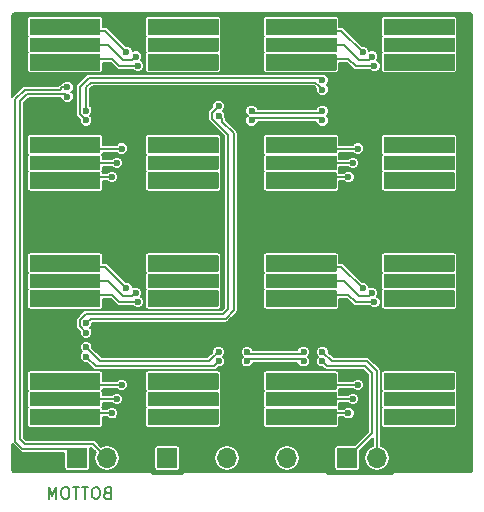
<source format=gbl>
%TF.GenerationSoftware,KiCad,Pcbnew,no-vcs-found-2c23c4c~60~ubuntu17.04.1*%
%TF.CreationDate,2017-09-22T15:10:39+02:00*%
%TF.ProjectId,LEDBoard_4x4_16bit,4C4544426F6172645F3478345F313662,2.0.3*%
%TF.SameCoordinates,Original*%
%TF.FileFunction,Copper,L2,Bot,Signal*%
%TF.FilePolarity,Positive*%
%FSLAX46Y46*%
G04 Gerber Fmt 4.6, Leading zero omitted, Abs format (unit mm)*
G04 Created by KiCad (PCBNEW no-vcs-found-2c23c4c~60~ubuntu17.04.1) date Fri Sep 22 15:10:39 2017*
%MOMM*%
%LPD*%
G01*
G04 APERTURE LIST*
%TA.AperFunction,NonConductor*%
%ADD10C,0.150000*%
%TD*%
%TA.AperFunction,Conductor*%
%ADD11C,0.100000*%
%TD*%
%TA.AperFunction,Conductor*%
%ADD12C,2.600000*%
%TD*%
%TA.AperFunction,ViaPad*%
%ADD13C,0.300000*%
%TD*%
%TA.AperFunction,Conductor*%
%ADD14C,1.400000*%
%TD*%
%TA.AperFunction,Conductor*%
%ADD15C,1.200000*%
%TD*%
%TA.AperFunction,ComponentPad*%
%ADD16C,5.700000*%
%TD*%
%TA.AperFunction,ComponentPad*%
%ADD17O,1.700000X1.700000*%
%TD*%
%TA.AperFunction,ComponentPad*%
%ADD18R,1.700000X1.700000*%
%TD*%
%TA.AperFunction,ViaPad*%
%ADD19C,0.600000*%
%TD*%
%TA.AperFunction,Conductor*%
%ADD20C,0.300000*%
%TD*%
%TA.AperFunction,Conductor*%
%ADD21C,1.000000*%
%TD*%
%TA.AperFunction,Conductor*%
%ADD22C,0.200000*%
%TD*%
%TA.AperFunction,Conductor*%
%ADD23C,0.150000*%
%TD*%
G04 APERTURE END LIST*
D10*
X58559523Y-90928571D02*
X58416666Y-90976190D01*
X58369047Y-91023809D01*
X58321428Y-91119047D01*
X58321428Y-91261904D01*
X58369047Y-91357142D01*
X58416666Y-91404761D01*
X58511904Y-91452380D01*
X58892857Y-91452380D01*
X58892857Y-90452380D01*
X58559523Y-90452380D01*
X58464285Y-90500000D01*
X58416666Y-90547619D01*
X58369047Y-90642857D01*
X58369047Y-90738095D01*
X58416666Y-90833333D01*
X58464285Y-90880952D01*
X58559523Y-90928571D01*
X58892857Y-90928571D01*
X57702380Y-90452380D02*
X57511904Y-90452380D01*
X57416666Y-90500000D01*
X57321428Y-90595238D01*
X57273809Y-90785714D01*
X57273809Y-91119047D01*
X57321428Y-91309523D01*
X57416666Y-91404761D01*
X57511904Y-91452380D01*
X57702380Y-91452380D01*
X57797619Y-91404761D01*
X57892857Y-91309523D01*
X57940476Y-91119047D01*
X57940476Y-90785714D01*
X57892857Y-90595238D01*
X57797619Y-90500000D01*
X57702380Y-90452380D01*
X56988095Y-90452380D02*
X56416666Y-90452380D01*
X56702380Y-91452380D02*
X56702380Y-90452380D01*
X56226190Y-90452380D02*
X55654761Y-90452380D01*
X55940476Y-91452380D02*
X55940476Y-90452380D01*
X55130952Y-90452380D02*
X54940476Y-90452380D01*
X54845238Y-90500000D01*
X54750000Y-90595238D01*
X54702380Y-90785714D01*
X54702380Y-91119047D01*
X54750000Y-91309523D01*
X54845238Y-91404761D01*
X54940476Y-91452380D01*
X55130952Y-91452380D01*
X55226190Y-91404761D01*
X55321428Y-91309523D01*
X55369047Y-91119047D01*
X55369047Y-90785714D01*
X55321428Y-90595238D01*
X55226190Y-90500000D01*
X55130952Y-90452380D01*
X54273809Y-91452380D02*
X54273809Y-90452380D01*
X53940476Y-91166666D01*
X53607142Y-90452380D01*
X53607142Y-91452380D01*
D11*
%TO.N,GND*%
%TO.C,U1*%
G36*
X61065484Y-56701252D02*
X61090723Y-56704996D01*
X61115474Y-56711196D01*
X61139498Y-56719791D01*
X61162563Y-56730700D01*
X61184448Y-56743818D01*
X61204942Y-56759017D01*
X61223848Y-56776152D01*
X61240983Y-56795058D01*
X61256182Y-56815552D01*
X61269300Y-56837437D01*
X61280209Y-56860502D01*
X61288804Y-56884526D01*
X61295004Y-56909277D01*
X61298748Y-56934516D01*
X61300000Y-56960000D01*
X61300000Y-59040000D01*
X61298748Y-59065484D01*
X61295004Y-59090723D01*
X61288804Y-59115474D01*
X61280209Y-59139498D01*
X61269300Y-59162563D01*
X61256182Y-59184448D01*
X61240983Y-59204942D01*
X61223848Y-59223848D01*
X61204942Y-59240983D01*
X61184448Y-59256182D01*
X61162563Y-59269300D01*
X61139498Y-59280209D01*
X61115474Y-59288804D01*
X61090723Y-59295004D01*
X61065484Y-59298748D01*
X61040000Y-59300000D01*
X58960000Y-59300000D01*
X58934516Y-59298748D01*
X58909277Y-59295004D01*
X58884526Y-59288804D01*
X58860502Y-59280209D01*
X58837437Y-59269300D01*
X58815552Y-59256182D01*
X58795058Y-59240983D01*
X58776152Y-59223848D01*
X58759017Y-59204942D01*
X58743818Y-59184448D01*
X58730700Y-59162563D01*
X58719791Y-59139498D01*
X58711196Y-59115474D01*
X58704996Y-59090723D01*
X58701252Y-59065484D01*
X58700000Y-59040000D01*
X58700000Y-56960000D01*
X58701252Y-56934516D01*
X58704996Y-56909277D01*
X58711196Y-56884526D01*
X58719791Y-56860502D01*
X58730700Y-56837437D01*
X58743818Y-56815552D01*
X58759017Y-56795058D01*
X58776152Y-56776152D01*
X58795058Y-56759017D01*
X58815552Y-56743818D01*
X58837437Y-56730700D01*
X58860502Y-56719791D01*
X58884526Y-56711196D01*
X58909277Y-56704996D01*
X58934516Y-56701252D01*
X58960000Y-56700000D01*
X61040000Y-56700000D01*
X61065484Y-56701252D01*
X61065484Y-56701252D01*
G37*
D12*
X60000000Y-58000000D03*
D13*
X59100000Y-58900000D03*
X60000000Y-58900000D03*
X60900000Y-58900000D03*
X59100000Y-58000000D03*
X60000000Y-58000000D03*
X60900000Y-58000000D03*
X60900000Y-57100000D03*
X60000000Y-57100000D03*
X59100000Y-57100000D03*
%TD*%
%TO.N,/LED_1.1_G*%
%TO.C,D1.1*%
X53600000Y-53000000D03*
%TO.N,/LED_1.1_B*%
X53600000Y-51800000D03*
%TO.N,/LED_1.1_R*%
X53600000Y-54200000D03*
%TO.N,/LED_1.1_G*%
X55000000Y-53000000D03*
%TO.N,/LED_1.1_R*%
X55000000Y-54200000D03*
%TO.N,/LED_1.1_B*%
X55000000Y-51800000D03*
%TO.N,/LED_1.1_R*%
X55700000Y-54200000D03*
X54300000Y-54200000D03*
X52900000Y-54200000D03*
%TO.N,/LED_1.1_G*%
X54300000Y-53000000D03*
X55700000Y-53000000D03*
X52900000Y-53000000D03*
%TO.N,/LED_1.1_B*%
X54300000Y-51800000D03*
X55700000Y-51800000D03*
D11*
%TO.N,/LED_1.1_R*%
G36*
X57936861Y-53800337D02*
X57943656Y-53801345D01*
X57950320Y-53803014D01*
X57956788Y-53805328D01*
X57962998Y-53808266D01*
X57968890Y-53811797D01*
X57974408Y-53815889D01*
X57979497Y-53820503D01*
X57984111Y-53825592D01*
X57988203Y-53831110D01*
X57991734Y-53837002D01*
X57994672Y-53843212D01*
X57996986Y-53849680D01*
X57998655Y-53856344D01*
X57999663Y-53863139D01*
X58000000Y-53870000D01*
X58000000Y-55130000D01*
X57999663Y-55136861D01*
X57998655Y-55143656D01*
X57996986Y-55150320D01*
X57994672Y-55156788D01*
X57991734Y-55162998D01*
X57988203Y-55168890D01*
X57984111Y-55174408D01*
X57979497Y-55179497D01*
X57974408Y-55184111D01*
X57968890Y-55188203D01*
X57962998Y-55191734D01*
X57956788Y-55194672D01*
X57950320Y-55196986D01*
X57943656Y-55198655D01*
X57936861Y-55199663D01*
X57930000Y-55200000D01*
X52070000Y-55200000D01*
X52063139Y-55199663D01*
X52056344Y-55198655D01*
X52049680Y-55196986D01*
X52043212Y-55194672D01*
X52037002Y-55191734D01*
X52031110Y-55188203D01*
X52025592Y-55184111D01*
X52020503Y-55179497D01*
X52015889Y-55174408D01*
X52011797Y-55168890D01*
X52008266Y-55162998D01*
X52005328Y-55156788D01*
X52003014Y-55150320D01*
X52001345Y-55143656D01*
X52000337Y-55136861D01*
X52000000Y-55130000D01*
X52000000Y-53870000D01*
X52000337Y-53863139D01*
X52001345Y-53856344D01*
X52003014Y-53849680D01*
X52005328Y-53843212D01*
X52008266Y-53837002D01*
X52011797Y-53831110D01*
X52015889Y-53825592D01*
X52020503Y-53820503D01*
X52025592Y-53815889D01*
X52031110Y-53811797D01*
X52037002Y-53808266D01*
X52043212Y-53805328D01*
X52049680Y-53803014D01*
X52056344Y-53801345D01*
X52063139Y-53800337D01*
X52070000Y-53800000D01*
X57930000Y-53800000D01*
X57936861Y-53800337D01*
X57936861Y-53800337D01*
G37*
D14*
X55000000Y-54500000D03*
D11*
%TO.N,/LED_1.1_B*%
G36*
X57936861Y-50800337D02*
X57943656Y-50801345D01*
X57950320Y-50803014D01*
X57956788Y-50805328D01*
X57962998Y-50808266D01*
X57968890Y-50811797D01*
X57974408Y-50815889D01*
X57979497Y-50820503D01*
X57984111Y-50825592D01*
X57988203Y-50831110D01*
X57991734Y-50837002D01*
X57994672Y-50843212D01*
X57996986Y-50849680D01*
X57998655Y-50856344D01*
X57999663Y-50863139D01*
X58000000Y-50870000D01*
X58000000Y-52130000D01*
X57999663Y-52136861D01*
X57998655Y-52143656D01*
X57996986Y-52150320D01*
X57994672Y-52156788D01*
X57991734Y-52162998D01*
X57988203Y-52168890D01*
X57984111Y-52174408D01*
X57979497Y-52179497D01*
X57974408Y-52184111D01*
X57968890Y-52188203D01*
X57962998Y-52191734D01*
X57956788Y-52194672D01*
X57950320Y-52196986D01*
X57943656Y-52198655D01*
X57936861Y-52199663D01*
X57930000Y-52200000D01*
X52070000Y-52200000D01*
X52063139Y-52199663D01*
X52056344Y-52198655D01*
X52049680Y-52196986D01*
X52043212Y-52194672D01*
X52037002Y-52191734D01*
X52031110Y-52188203D01*
X52025592Y-52184111D01*
X52020503Y-52179497D01*
X52015889Y-52174408D01*
X52011797Y-52168890D01*
X52008266Y-52162998D01*
X52005328Y-52156788D01*
X52003014Y-52150320D01*
X52001345Y-52143656D01*
X52000337Y-52136861D01*
X52000000Y-52130000D01*
X52000000Y-50870000D01*
X52000337Y-50863139D01*
X52001345Y-50856344D01*
X52003014Y-50849680D01*
X52005328Y-50843212D01*
X52008266Y-50837002D01*
X52011797Y-50831110D01*
X52015889Y-50825592D01*
X52020503Y-50820503D01*
X52025592Y-50815889D01*
X52031110Y-50811797D01*
X52037002Y-50808266D01*
X52043212Y-50805328D01*
X52049680Y-50803014D01*
X52056344Y-50801345D01*
X52063139Y-50800337D01*
X52070000Y-50800000D01*
X57930000Y-50800000D01*
X57936861Y-50800337D01*
X57936861Y-50800337D01*
G37*
D14*
X55000000Y-51500000D03*
D11*
%TO.N,/LED_1.1_G*%
G36*
X57945881Y-52400289D02*
X57951705Y-52401153D01*
X57957417Y-52402584D01*
X57962961Y-52404567D01*
X57968284Y-52407085D01*
X57973334Y-52410112D01*
X57978064Y-52413619D01*
X57982426Y-52417574D01*
X57986381Y-52421936D01*
X57989888Y-52426666D01*
X57992915Y-52431716D01*
X57995433Y-52437039D01*
X57997416Y-52442583D01*
X57998847Y-52448295D01*
X57999711Y-52454119D01*
X58000000Y-52460000D01*
X58000000Y-53540000D01*
X57999711Y-53545881D01*
X57998847Y-53551705D01*
X57997416Y-53557417D01*
X57995433Y-53562961D01*
X57992915Y-53568284D01*
X57989888Y-53573334D01*
X57986381Y-53578064D01*
X57982426Y-53582426D01*
X57978064Y-53586381D01*
X57973334Y-53589888D01*
X57968284Y-53592915D01*
X57962961Y-53595433D01*
X57957417Y-53597416D01*
X57951705Y-53598847D01*
X57945881Y-53599711D01*
X57940000Y-53600000D01*
X52060000Y-53600000D01*
X52054119Y-53599711D01*
X52048295Y-53598847D01*
X52042583Y-53597416D01*
X52037039Y-53595433D01*
X52031716Y-53592915D01*
X52026666Y-53589888D01*
X52021936Y-53586381D01*
X52017574Y-53582426D01*
X52013619Y-53578064D01*
X52010112Y-53573334D01*
X52007085Y-53568284D01*
X52004567Y-53562961D01*
X52002584Y-53557417D01*
X52001153Y-53551705D01*
X52000289Y-53545881D01*
X52000000Y-53540000D01*
X52000000Y-52460000D01*
X52000289Y-52454119D01*
X52001153Y-52448295D01*
X52002584Y-52442583D01*
X52004567Y-52437039D01*
X52007085Y-52431716D01*
X52010112Y-52426666D01*
X52013619Y-52421936D01*
X52017574Y-52417574D01*
X52021936Y-52413619D01*
X52026666Y-52410112D01*
X52031716Y-52407085D01*
X52037039Y-52404567D01*
X52042583Y-52402584D01*
X52048295Y-52401153D01*
X52054119Y-52400289D01*
X52060000Y-52400000D01*
X57940000Y-52400000D01*
X57945881Y-52400289D01*
X57945881Y-52400289D01*
G37*
D15*
X55000000Y-53000000D03*
D13*
%TO.N,/LED_1.1_B*%
X52900000Y-51800000D03*
%TD*%
%TO.N,/LED_1.2_G*%
%TO.C,D1.2*%
X53600000Y-63000000D03*
%TO.N,/LED_1.2_B*%
X53600000Y-61800000D03*
%TO.N,/LED_1.2_R*%
X53600000Y-64200000D03*
%TO.N,/LED_1.2_G*%
X55000000Y-63000000D03*
%TO.N,/LED_1.2_R*%
X55000000Y-64200000D03*
%TO.N,/LED_1.2_B*%
X55000000Y-61800000D03*
%TO.N,/LED_1.2_R*%
X55700000Y-64200000D03*
X54300000Y-64200000D03*
X52900000Y-64200000D03*
%TO.N,/LED_1.2_G*%
X54300000Y-63000000D03*
X55700000Y-63000000D03*
X52900000Y-63000000D03*
%TO.N,/LED_1.2_B*%
X54300000Y-61800000D03*
X55700000Y-61800000D03*
D11*
%TO.N,/LED_1.2_R*%
G36*
X57936861Y-63800337D02*
X57943656Y-63801345D01*
X57950320Y-63803014D01*
X57956788Y-63805328D01*
X57962998Y-63808266D01*
X57968890Y-63811797D01*
X57974408Y-63815889D01*
X57979497Y-63820503D01*
X57984111Y-63825592D01*
X57988203Y-63831110D01*
X57991734Y-63837002D01*
X57994672Y-63843212D01*
X57996986Y-63849680D01*
X57998655Y-63856344D01*
X57999663Y-63863139D01*
X58000000Y-63870000D01*
X58000000Y-65130000D01*
X57999663Y-65136861D01*
X57998655Y-65143656D01*
X57996986Y-65150320D01*
X57994672Y-65156788D01*
X57991734Y-65162998D01*
X57988203Y-65168890D01*
X57984111Y-65174408D01*
X57979497Y-65179497D01*
X57974408Y-65184111D01*
X57968890Y-65188203D01*
X57962998Y-65191734D01*
X57956788Y-65194672D01*
X57950320Y-65196986D01*
X57943656Y-65198655D01*
X57936861Y-65199663D01*
X57930000Y-65200000D01*
X52070000Y-65200000D01*
X52063139Y-65199663D01*
X52056344Y-65198655D01*
X52049680Y-65196986D01*
X52043212Y-65194672D01*
X52037002Y-65191734D01*
X52031110Y-65188203D01*
X52025592Y-65184111D01*
X52020503Y-65179497D01*
X52015889Y-65174408D01*
X52011797Y-65168890D01*
X52008266Y-65162998D01*
X52005328Y-65156788D01*
X52003014Y-65150320D01*
X52001345Y-65143656D01*
X52000337Y-65136861D01*
X52000000Y-65130000D01*
X52000000Y-63870000D01*
X52000337Y-63863139D01*
X52001345Y-63856344D01*
X52003014Y-63849680D01*
X52005328Y-63843212D01*
X52008266Y-63837002D01*
X52011797Y-63831110D01*
X52015889Y-63825592D01*
X52020503Y-63820503D01*
X52025592Y-63815889D01*
X52031110Y-63811797D01*
X52037002Y-63808266D01*
X52043212Y-63805328D01*
X52049680Y-63803014D01*
X52056344Y-63801345D01*
X52063139Y-63800337D01*
X52070000Y-63800000D01*
X57930000Y-63800000D01*
X57936861Y-63800337D01*
X57936861Y-63800337D01*
G37*
D14*
X55000000Y-64500000D03*
D11*
%TO.N,/LED_1.2_B*%
G36*
X57936861Y-60800337D02*
X57943656Y-60801345D01*
X57950320Y-60803014D01*
X57956788Y-60805328D01*
X57962998Y-60808266D01*
X57968890Y-60811797D01*
X57974408Y-60815889D01*
X57979497Y-60820503D01*
X57984111Y-60825592D01*
X57988203Y-60831110D01*
X57991734Y-60837002D01*
X57994672Y-60843212D01*
X57996986Y-60849680D01*
X57998655Y-60856344D01*
X57999663Y-60863139D01*
X58000000Y-60870000D01*
X58000000Y-62130000D01*
X57999663Y-62136861D01*
X57998655Y-62143656D01*
X57996986Y-62150320D01*
X57994672Y-62156788D01*
X57991734Y-62162998D01*
X57988203Y-62168890D01*
X57984111Y-62174408D01*
X57979497Y-62179497D01*
X57974408Y-62184111D01*
X57968890Y-62188203D01*
X57962998Y-62191734D01*
X57956788Y-62194672D01*
X57950320Y-62196986D01*
X57943656Y-62198655D01*
X57936861Y-62199663D01*
X57930000Y-62200000D01*
X52070000Y-62200000D01*
X52063139Y-62199663D01*
X52056344Y-62198655D01*
X52049680Y-62196986D01*
X52043212Y-62194672D01*
X52037002Y-62191734D01*
X52031110Y-62188203D01*
X52025592Y-62184111D01*
X52020503Y-62179497D01*
X52015889Y-62174408D01*
X52011797Y-62168890D01*
X52008266Y-62162998D01*
X52005328Y-62156788D01*
X52003014Y-62150320D01*
X52001345Y-62143656D01*
X52000337Y-62136861D01*
X52000000Y-62130000D01*
X52000000Y-60870000D01*
X52000337Y-60863139D01*
X52001345Y-60856344D01*
X52003014Y-60849680D01*
X52005328Y-60843212D01*
X52008266Y-60837002D01*
X52011797Y-60831110D01*
X52015889Y-60825592D01*
X52020503Y-60820503D01*
X52025592Y-60815889D01*
X52031110Y-60811797D01*
X52037002Y-60808266D01*
X52043212Y-60805328D01*
X52049680Y-60803014D01*
X52056344Y-60801345D01*
X52063139Y-60800337D01*
X52070000Y-60800000D01*
X57930000Y-60800000D01*
X57936861Y-60800337D01*
X57936861Y-60800337D01*
G37*
D14*
X55000000Y-61500000D03*
D11*
%TO.N,/LED_1.2_G*%
G36*
X57945881Y-62400289D02*
X57951705Y-62401153D01*
X57957417Y-62402584D01*
X57962961Y-62404567D01*
X57968284Y-62407085D01*
X57973334Y-62410112D01*
X57978064Y-62413619D01*
X57982426Y-62417574D01*
X57986381Y-62421936D01*
X57989888Y-62426666D01*
X57992915Y-62431716D01*
X57995433Y-62437039D01*
X57997416Y-62442583D01*
X57998847Y-62448295D01*
X57999711Y-62454119D01*
X58000000Y-62460000D01*
X58000000Y-63540000D01*
X57999711Y-63545881D01*
X57998847Y-63551705D01*
X57997416Y-63557417D01*
X57995433Y-63562961D01*
X57992915Y-63568284D01*
X57989888Y-63573334D01*
X57986381Y-63578064D01*
X57982426Y-63582426D01*
X57978064Y-63586381D01*
X57973334Y-63589888D01*
X57968284Y-63592915D01*
X57962961Y-63595433D01*
X57957417Y-63597416D01*
X57951705Y-63598847D01*
X57945881Y-63599711D01*
X57940000Y-63600000D01*
X52060000Y-63600000D01*
X52054119Y-63599711D01*
X52048295Y-63598847D01*
X52042583Y-63597416D01*
X52037039Y-63595433D01*
X52031716Y-63592915D01*
X52026666Y-63589888D01*
X52021936Y-63586381D01*
X52017574Y-63582426D01*
X52013619Y-63578064D01*
X52010112Y-63573334D01*
X52007085Y-63568284D01*
X52004567Y-63562961D01*
X52002584Y-63557417D01*
X52001153Y-63551705D01*
X52000289Y-63545881D01*
X52000000Y-63540000D01*
X52000000Y-62460000D01*
X52000289Y-62454119D01*
X52001153Y-62448295D01*
X52002584Y-62442583D01*
X52004567Y-62437039D01*
X52007085Y-62431716D01*
X52010112Y-62426666D01*
X52013619Y-62421936D01*
X52017574Y-62417574D01*
X52021936Y-62413619D01*
X52026666Y-62410112D01*
X52031716Y-62407085D01*
X52037039Y-62404567D01*
X52042583Y-62402584D01*
X52048295Y-62401153D01*
X52054119Y-62400289D01*
X52060000Y-62400000D01*
X57940000Y-62400000D01*
X57945881Y-62400289D01*
X57945881Y-62400289D01*
G37*
D15*
X55000000Y-63000000D03*
D13*
%TO.N,/LED_1.2_B*%
X52900000Y-61800000D03*
%TD*%
%TO.N,/LED_1.3_G*%
%TO.C,D1.3*%
X53600000Y-73000000D03*
%TO.N,/LED_1.3_B*%
X53600000Y-71800000D03*
%TO.N,/LED_1.3_R*%
X53600000Y-74200000D03*
%TO.N,/LED_1.3_G*%
X55000000Y-73000000D03*
%TO.N,/LED_1.3_R*%
X55000000Y-74200000D03*
%TO.N,/LED_1.3_B*%
X55000000Y-71800000D03*
%TO.N,/LED_1.3_R*%
X55700000Y-74200000D03*
X54300000Y-74200000D03*
X52900000Y-74200000D03*
%TO.N,/LED_1.3_G*%
X54300000Y-73000000D03*
X55700000Y-73000000D03*
X52900000Y-73000000D03*
%TO.N,/LED_1.3_B*%
X54300000Y-71800000D03*
X55700000Y-71800000D03*
D11*
%TO.N,/LED_1.3_R*%
G36*
X57936861Y-73800337D02*
X57943656Y-73801345D01*
X57950320Y-73803014D01*
X57956788Y-73805328D01*
X57962998Y-73808266D01*
X57968890Y-73811797D01*
X57974408Y-73815889D01*
X57979497Y-73820503D01*
X57984111Y-73825592D01*
X57988203Y-73831110D01*
X57991734Y-73837002D01*
X57994672Y-73843212D01*
X57996986Y-73849680D01*
X57998655Y-73856344D01*
X57999663Y-73863139D01*
X58000000Y-73870000D01*
X58000000Y-75130000D01*
X57999663Y-75136861D01*
X57998655Y-75143656D01*
X57996986Y-75150320D01*
X57994672Y-75156788D01*
X57991734Y-75162998D01*
X57988203Y-75168890D01*
X57984111Y-75174408D01*
X57979497Y-75179497D01*
X57974408Y-75184111D01*
X57968890Y-75188203D01*
X57962998Y-75191734D01*
X57956788Y-75194672D01*
X57950320Y-75196986D01*
X57943656Y-75198655D01*
X57936861Y-75199663D01*
X57930000Y-75200000D01*
X52070000Y-75200000D01*
X52063139Y-75199663D01*
X52056344Y-75198655D01*
X52049680Y-75196986D01*
X52043212Y-75194672D01*
X52037002Y-75191734D01*
X52031110Y-75188203D01*
X52025592Y-75184111D01*
X52020503Y-75179497D01*
X52015889Y-75174408D01*
X52011797Y-75168890D01*
X52008266Y-75162998D01*
X52005328Y-75156788D01*
X52003014Y-75150320D01*
X52001345Y-75143656D01*
X52000337Y-75136861D01*
X52000000Y-75130000D01*
X52000000Y-73870000D01*
X52000337Y-73863139D01*
X52001345Y-73856344D01*
X52003014Y-73849680D01*
X52005328Y-73843212D01*
X52008266Y-73837002D01*
X52011797Y-73831110D01*
X52015889Y-73825592D01*
X52020503Y-73820503D01*
X52025592Y-73815889D01*
X52031110Y-73811797D01*
X52037002Y-73808266D01*
X52043212Y-73805328D01*
X52049680Y-73803014D01*
X52056344Y-73801345D01*
X52063139Y-73800337D01*
X52070000Y-73800000D01*
X57930000Y-73800000D01*
X57936861Y-73800337D01*
X57936861Y-73800337D01*
G37*
D14*
X55000000Y-74500000D03*
D11*
%TO.N,/LED_1.3_B*%
G36*
X57936861Y-70800337D02*
X57943656Y-70801345D01*
X57950320Y-70803014D01*
X57956788Y-70805328D01*
X57962998Y-70808266D01*
X57968890Y-70811797D01*
X57974408Y-70815889D01*
X57979497Y-70820503D01*
X57984111Y-70825592D01*
X57988203Y-70831110D01*
X57991734Y-70837002D01*
X57994672Y-70843212D01*
X57996986Y-70849680D01*
X57998655Y-70856344D01*
X57999663Y-70863139D01*
X58000000Y-70870000D01*
X58000000Y-72130000D01*
X57999663Y-72136861D01*
X57998655Y-72143656D01*
X57996986Y-72150320D01*
X57994672Y-72156788D01*
X57991734Y-72162998D01*
X57988203Y-72168890D01*
X57984111Y-72174408D01*
X57979497Y-72179497D01*
X57974408Y-72184111D01*
X57968890Y-72188203D01*
X57962998Y-72191734D01*
X57956788Y-72194672D01*
X57950320Y-72196986D01*
X57943656Y-72198655D01*
X57936861Y-72199663D01*
X57930000Y-72200000D01*
X52070000Y-72200000D01*
X52063139Y-72199663D01*
X52056344Y-72198655D01*
X52049680Y-72196986D01*
X52043212Y-72194672D01*
X52037002Y-72191734D01*
X52031110Y-72188203D01*
X52025592Y-72184111D01*
X52020503Y-72179497D01*
X52015889Y-72174408D01*
X52011797Y-72168890D01*
X52008266Y-72162998D01*
X52005328Y-72156788D01*
X52003014Y-72150320D01*
X52001345Y-72143656D01*
X52000337Y-72136861D01*
X52000000Y-72130000D01*
X52000000Y-70870000D01*
X52000337Y-70863139D01*
X52001345Y-70856344D01*
X52003014Y-70849680D01*
X52005328Y-70843212D01*
X52008266Y-70837002D01*
X52011797Y-70831110D01*
X52015889Y-70825592D01*
X52020503Y-70820503D01*
X52025592Y-70815889D01*
X52031110Y-70811797D01*
X52037002Y-70808266D01*
X52043212Y-70805328D01*
X52049680Y-70803014D01*
X52056344Y-70801345D01*
X52063139Y-70800337D01*
X52070000Y-70800000D01*
X57930000Y-70800000D01*
X57936861Y-70800337D01*
X57936861Y-70800337D01*
G37*
D14*
X55000000Y-71500000D03*
D11*
%TO.N,/LED_1.3_G*%
G36*
X57945881Y-72400289D02*
X57951705Y-72401153D01*
X57957417Y-72402584D01*
X57962961Y-72404567D01*
X57968284Y-72407085D01*
X57973334Y-72410112D01*
X57978064Y-72413619D01*
X57982426Y-72417574D01*
X57986381Y-72421936D01*
X57989888Y-72426666D01*
X57992915Y-72431716D01*
X57995433Y-72437039D01*
X57997416Y-72442583D01*
X57998847Y-72448295D01*
X57999711Y-72454119D01*
X58000000Y-72460000D01*
X58000000Y-73540000D01*
X57999711Y-73545881D01*
X57998847Y-73551705D01*
X57997416Y-73557417D01*
X57995433Y-73562961D01*
X57992915Y-73568284D01*
X57989888Y-73573334D01*
X57986381Y-73578064D01*
X57982426Y-73582426D01*
X57978064Y-73586381D01*
X57973334Y-73589888D01*
X57968284Y-73592915D01*
X57962961Y-73595433D01*
X57957417Y-73597416D01*
X57951705Y-73598847D01*
X57945881Y-73599711D01*
X57940000Y-73600000D01*
X52060000Y-73600000D01*
X52054119Y-73599711D01*
X52048295Y-73598847D01*
X52042583Y-73597416D01*
X52037039Y-73595433D01*
X52031716Y-73592915D01*
X52026666Y-73589888D01*
X52021936Y-73586381D01*
X52017574Y-73582426D01*
X52013619Y-73578064D01*
X52010112Y-73573334D01*
X52007085Y-73568284D01*
X52004567Y-73562961D01*
X52002584Y-73557417D01*
X52001153Y-73551705D01*
X52000289Y-73545881D01*
X52000000Y-73540000D01*
X52000000Y-72460000D01*
X52000289Y-72454119D01*
X52001153Y-72448295D01*
X52002584Y-72442583D01*
X52004567Y-72437039D01*
X52007085Y-72431716D01*
X52010112Y-72426666D01*
X52013619Y-72421936D01*
X52017574Y-72417574D01*
X52021936Y-72413619D01*
X52026666Y-72410112D01*
X52031716Y-72407085D01*
X52037039Y-72404567D01*
X52042583Y-72402584D01*
X52048295Y-72401153D01*
X52054119Y-72400289D01*
X52060000Y-72400000D01*
X57940000Y-72400000D01*
X57945881Y-72400289D01*
X57945881Y-72400289D01*
G37*
D15*
X55000000Y-73000000D03*
D13*
%TO.N,/LED_1.3_B*%
X52900000Y-71800000D03*
%TD*%
%TO.N,/LED_1.4_G*%
%TO.C,D1.4*%
X53600000Y-83000000D03*
%TO.N,/LED_1.4_B*%
X53600000Y-81800000D03*
%TO.N,/LED_1.4_R*%
X53600000Y-84200000D03*
%TO.N,/LED_1.4_G*%
X55000000Y-83000000D03*
%TO.N,/LED_1.4_R*%
X55000000Y-84200000D03*
%TO.N,/LED_1.4_B*%
X55000000Y-81800000D03*
%TO.N,/LED_1.4_R*%
X55700000Y-84200000D03*
X54300000Y-84200000D03*
X52900000Y-84200000D03*
%TO.N,/LED_1.4_G*%
X54300000Y-83000000D03*
X55700000Y-83000000D03*
X52900000Y-83000000D03*
%TO.N,/LED_1.4_B*%
X54300000Y-81800000D03*
X55700000Y-81800000D03*
D11*
%TO.N,/LED_1.4_R*%
G36*
X57936861Y-83800337D02*
X57943656Y-83801345D01*
X57950320Y-83803014D01*
X57956788Y-83805328D01*
X57962998Y-83808266D01*
X57968890Y-83811797D01*
X57974408Y-83815889D01*
X57979497Y-83820503D01*
X57984111Y-83825592D01*
X57988203Y-83831110D01*
X57991734Y-83837002D01*
X57994672Y-83843212D01*
X57996986Y-83849680D01*
X57998655Y-83856344D01*
X57999663Y-83863139D01*
X58000000Y-83870000D01*
X58000000Y-85130000D01*
X57999663Y-85136861D01*
X57998655Y-85143656D01*
X57996986Y-85150320D01*
X57994672Y-85156788D01*
X57991734Y-85162998D01*
X57988203Y-85168890D01*
X57984111Y-85174408D01*
X57979497Y-85179497D01*
X57974408Y-85184111D01*
X57968890Y-85188203D01*
X57962998Y-85191734D01*
X57956788Y-85194672D01*
X57950320Y-85196986D01*
X57943656Y-85198655D01*
X57936861Y-85199663D01*
X57930000Y-85200000D01*
X52070000Y-85200000D01*
X52063139Y-85199663D01*
X52056344Y-85198655D01*
X52049680Y-85196986D01*
X52043212Y-85194672D01*
X52037002Y-85191734D01*
X52031110Y-85188203D01*
X52025592Y-85184111D01*
X52020503Y-85179497D01*
X52015889Y-85174408D01*
X52011797Y-85168890D01*
X52008266Y-85162998D01*
X52005328Y-85156788D01*
X52003014Y-85150320D01*
X52001345Y-85143656D01*
X52000337Y-85136861D01*
X52000000Y-85130000D01*
X52000000Y-83870000D01*
X52000337Y-83863139D01*
X52001345Y-83856344D01*
X52003014Y-83849680D01*
X52005328Y-83843212D01*
X52008266Y-83837002D01*
X52011797Y-83831110D01*
X52015889Y-83825592D01*
X52020503Y-83820503D01*
X52025592Y-83815889D01*
X52031110Y-83811797D01*
X52037002Y-83808266D01*
X52043212Y-83805328D01*
X52049680Y-83803014D01*
X52056344Y-83801345D01*
X52063139Y-83800337D01*
X52070000Y-83800000D01*
X57930000Y-83800000D01*
X57936861Y-83800337D01*
X57936861Y-83800337D01*
G37*
D14*
X55000000Y-84500000D03*
D11*
%TO.N,/LED_1.4_B*%
G36*
X57936861Y-80800337D02*
X57943656Y-80801345D01*
X57950320Y-80803014D01*
X57956788Y-80805328D01*
X57962998Y-80808266D01*
X57968890Y-80811797D01*
X57974408Y-80815889D01*
X57979497Y-80820503D01*
X57984111Y-80825592D01*
X57988203Y-80831110D01*
X57991734Y-80837002D01*
X57994672Y-80843212D01*
X57996986Y-80849680D01*
X57998655Y-80856344D01*
X57999663Y-80863139D01*
X58000000Y-80870000D01*
X58000000Y-82130000D01*
X57999663Y-82136861D01*
X57998655Y-82143656D01*
X57996986Y-82150320D01*
X57994672Y-82156788D01*
X57991734Y-82162998D01*
X57988203Y-82168890D01*
X57984111Y-82174408D01*
X57979497Y-82179497D01*
X57974408Y-82184111D01*
X57968890Y-82188203D01*
X57962998Y-82191734D01*
X57956788Y-82194672D01*
X57950320Y-82196986D01*
X57943656Y-82198655D01*
X57936861Y-82199663D01*
X57930000Y-82200000D01*
X52070000Y-82200000D01*
X52063139Y-82199663D01*
X52056344Y-82198655D01*
X52049680Y-82196986D01*
X52043212Y-82194672D01*
X52037002Y-82191734D01*
X52031110Y-82188203D01*
X52025592Y-82184111D01*
X52020503Y-82179497D01*
X52015889Y-82174408D01*
X52011797Y-82168890D01*
X52008266Y-82162998D01*
X52005328Y-82156788D01*
X52003014Y-82150320D01*
X52001345Y-82143656D01*
X52000337Y-82136861D01*
X52000000Y-82130000D01*
X52000000Y-80870000D01*
X52000337Y-80863139D01*
X52001345Y-80856344D01*
X52003014Y-80849680D01*
X52005328Y-80843212D01*
X52008266Y-80837002D01*
X52011797Y-80831110D01*
X52015889Y-80825592D01*
X52020503Y-80820503D01*
X52025592Y-80815889D01*
X52031110Y-80811797D01*
X52037002Y-80808266D01*
X52043212Y-80805328D01*
X52049680Y-80803014D01*
X52056344Y-80801345D01*
X52063139Y-80800337D01*
X52070000Y-80800000D01*
X57930000Y-80800000D01*
X57936861Y-80800337D01*
X57936861Y-80800337D01*
G37*
D14*
X55000000Y-81500000D03*
D11*
%TO.N,/LED_1.4_G*%
G36*
X57945881Y-82400289D02*
X57951705Y-82401153D01*
X57957417Y-82402584D01*
X57962961Y-82404567D01*
X57968284Y-82407085D01*
X57973334Y-82410112D01*
X57978064Y-82413619D01*
X57982426Y-82417574D01*
X57986381Y-82421936D01*
X57989888Y-82426666D01*
X57992915Y-82431716D01*
X57995433Y-82437039D01*
X57997416Y-82442583D01*
X57998847Y-82448295D01*
X57999711Y-82454119D01*
X58000000Y-82460000D01*
X58000000Y-83540000D01*
X57999711Y-83545881D01*
X57998847Y-83551705D01*
X57997416Y-83557417D01*
X57995433Y-83562961D01*
X57992915Y-83568284D01*
X57989888Y-83573334D01*
X57986381Y-83578064D01*
X57982426Y-83582426D01*
X57978064Y-83586381D01*
X57973334Y-83589888D01*
X57968284Y-83592915D01*
X57962961Y-83595433D01*
X57957417Y-83597416D01*
X57951705Y-83598847D01*
X57945881Y-83599711D01*
X57940000Y-83600000D01*
X52060000Y-83600000D01*
X52054119Y-83599711D01*
X52048295Y-83598847D01*
X52042583Y-83597416D01*
X52037039Y-83595433D01*
X52031716Y-83592915D01*
X52026666Y-83589888D01*
X52021936Y-83586381D01*
X52017574Y-83582426D01*
X52013619Y-83578064D01*
X52010112Y-83573334D01*
X52007085Y-83568284D01*
X52004567Y-83562961D01*
X52002584Y-83557417D01*
X52001153Y-83551705D01*
X52000289Y-83545881D01*
X52000000Y-83540000D01*
X52000000Y-82460000D01*
X52000289Y-82454119D01*
X52001153Y-82448295D01*
X52002584Y-82442583D01*
X52004567Y-82437039D01*
X52007085Y-82431716D01*
X52010112Y-82426666D01*
X52013619Y-82421936D01*
X52017574Y-82417574D01*
X52021936Y-82413619D01*
X52026666Y-82410112D01*
X52031716Y-82407085D01*
X52037039Y-82404567D01*
X52042583Y-82402584D01*
X52048295Y-82401153D01*
X52054119Y-82400289D01*
X52060000Y-82400000D01*
X57940000Y-82400000D01*
X57945881Y-82400289D01*
X57945881Y-82400289D01*
G37*
D15*
X55000000Y-83000000D03*
D13*
%TO.N,/LED_1.4_B*%
X52900000Y-81800000D03*
%TD*%
%TO.N,/LED_2.1_G*%
%TO.C,D2.1*%
X63600000Y-53000000D03*
%TO.N,/LED_2.1_B*%
X63600000Y-51800000D03*
%TO.N,/LED_2.1_R*%
X63600000Y-54200000D03*
%TO.N,/LED_2.1_G*%
X65000000Y-53000000D03*
%TO.N,/LED_2.1_R*%
X65000000Y-54200000D03*
%TO.N,/LED_2.1_B*%
X65000000Y-51800000D03*
%TO.N,/LED_2.1_R*%
X65700000Y-54200000D03*
X64300000Y-54200000D03*
X62900000Y-54200000D03*
%TO.N,/LED_2.1_G*%
X64300000Y-53000000D03*
X65700000Y-53000000D03*
X62900000Y-53000000D03*
%TO.N,/LED_2.1_B*%
X64300000Y-51800000D03*
X65700000Y-51800000D03*
D11*
%TO.N,/LED_2.1_R*%
G36*
X67936861Y-53800337D02*
X67943656Y-53801345D01*
X67950320Y-53803014D01*
X67956788Y-53805328D01*
X67962998Y-53808266D01*
X67968890Y-53811797D01*
X67974408Y-53815889D01*
X67979497Y-53820503D01*
X67984111Y-53825592D01*
X67988203Y-53831110D01*
X67991734Y-53837002D01*
X67994672Y-53843212D01*
X67996986Y-53849680D01*
X67998655Y-53856344D01*
X67999663Y-53863139D01*
X68000000Y-53870000D01*
X68000000Y-55130000D01*
X67999663Y-55136861D01*
X67998655Y-55143656D01*
X67996986Y-55150320D01*
X67994672Y-55156788D01*
X67991734Y-55162998D01*
X67988203Y-55168890D01*
X67984111Y-55174408D01*
X67979497Y-55179497D01*
X67974408Y-55184111D01*
X67968890Y-55188203D01*
X67962998Y-55191734D01*
X67956788Y-55194672D01*
X67950320Y-55196986D01*
X67943656Y-55198655D01*
X67936861Y-55199663D01*
X67930000Y-55200000D01*
X62070000Y-55200000D01*
X62063139Y-55199663D01*
X62056344Y-55198655D01*
X62049680Y-55196986D01*
X62043212Y-55194672D01*
X62037002Y-55191734D01*
X62031110Y-55188203D01*
X62025592Y-55184111D01*
X62020503Y-55179497D01*
X62015889Y-55174408D01*
X62011797Y-55168890D01*
X62008266Y-55162998D01*
X62005328Y-55156788D01*
X62003014Y-55150320D01*
X62001345Y-55143656D01*
X62000337Y-55136861D01*
X62000000Y-55130000D01*
X62000000Y-53870000D01*
X62000337Y-53863139D01*
X62001345Y-53856344D01*
X62003014Y-53849680D01*
X62005328Y-53843212D01*
X62008266Y-53837002D01*
X62011797Y-53831110D01*
X62015889Y-53825592D01*
X62020503Y-53820503D01*
X62025592Y-53815889D01*
X62031110Y-53811797D01*
X62037002Y-53808266D01*
X62043212Y-53805328D01*
X62049680Y-53803014D01*
X62056344Y-53801345D01*
X62063139Y-53800337D01*
X62070000Y-53800000D01*
X67930000Y-53800000D01*
X67936861Y-53800337D01*
X67936861Y-53800337D01*
G37*
D14*
X65000000Y-54500000D03*
D11*
%TO.N,/LED_2.1_B*%
G36*
X67936861Y-50800337D02*
X67943656Y-50801345D01*
X67950320Y-50803014D01*
X67956788Y-50805328D01*
X67962998Y-50808266D01*
X67968890Y-50811797D01*
X67974408Y-50815889D01*
X67979497Y-50820503D01*
X67984111Y-50825592D01*
X67988203Y-50831110D01*
X67991734Y-50837002D01*
X67994672Y-50843212D01*
X67996986Y-50849680D01*
X67998655Y-50856344D01*
X67999663Y-50863139D01*
X68000000Y-50870000D01*
X68000000Y-52130000D01*
X67999663Y-52136861D01*
X67998655Y-52143656D01*
X67996986Y-52150320D01*
X67994672Y-52156788D01*
X67991734Y-52162998D01*
X67988203Y-52168890D01*
X67984111Y-52174408D01*
X67979497Y-52179497D01*
X67974408Y-52184111D01*
X67968890Y-52188203D01*
X67962998Y-52191734D01*
X67956788Y-52194672D01*
X67950320Y-52196986D01*
X67943656Y-52198655D01*
X67936861Y-52199663D01*
X67930000Y-52200000D01*
X62070000Y-52200000D01*
X62063139Y-52199663D01*
X62056344Y-52198655D01*
X62049680Y-52196986D01*
X62043212Y-52194672D01*
X62037002Y-52191734D01*
X62031110Y-52188203D01*
X62025592Y-52184111D01*
X62020503Y-52179497D01*
X62015889Y-52174408D01*
X62011797Y-52168890D01*
X62008266Y-52162998D01*
X62005328Y-52156788D01*
X62003014Y-52150320D01*
X62001345Y-52143656D01*
X62000337Y-52136861D01*
X62000000Y-52130000D01*
X62000000Y-50870000D01*
X62000337Y-50863139D01*
X62001345Y-50856344D01*
X62003014Y-50849680D01*
X62005328Y-50843212D01*
X62008266Y-50837002D01*
X62011797Y-50831110D01*
X62015889Y-50825592D01*
X62020503Y-50820503D01*
X62025592Y-50815889D01*
X62031110Y-50811797D01*
X62037002Y-50808266D01*
X62043212Y-50805328D01*
X62049680Y-50803014D01*
X62056344Y-50801345D01*
X62063139Y-50800337D01*
X62070000Y-50800000D01*
X67930000Y-50800000D01*
X67936861Y-50800337D01*
X67936861Y-50800337D01*
G37*
D14*
X65000000Y-51500000D03*
D11*
%TO.N,/LED_2.1_G*%
G36*
X67945881Y-52400289D02*
X67951705Y-52401153D01*
X67957417Y-52402584D01*
X67962961Y-52404567D01*
X67968284Y-52407085D01*
X67973334Y-52410112D01*
X67978064Y-52413619D01*
X67982426Y-52417574D01*
X67986381Y-52421936D01*
X67989888Y-52426666D01*
X67992915Y-52431716D01*
X67995433Y-52437039D01*
X67997416Y-52442583D01*
X67998847Y-52448295D01*
X67999711Y-52454119D01*
X68000000Y-52460000D01*
X68000000Y-53540000D01*
X67999711Y-53545881D01*
X67998847Y-53551705D01*
X67997416Y-53557417D01*
X67995433Y-53562961D01*
X67992915Y-53568284D01*
X67989888Y-53573334D01*
X67986381Y-53578064D01*
X67982426Y-53582426D01*
X67978064Y-53586381D01*
X67973334Y-53589888D01*
X67968284Y-53592915D01*
X67962961Y-53595433D01*
X67957417Y-53597416D01*
X67951705Y-53598847D01*
X67945881Y-53599711D01*
X67940000Y-53600000D01*
X62060000Y-53600000D01*
X62054119Y-53599711D01*
X62048295Y-53598847D01*
X62042583Y-53597416D01*
X62037039Y-53595433D01*
X62031716Y-53592915D01*
X62026666Y-53589888D01*
X62021936Y-53586381D01*
X62017574Y-53582426D01*
X62013619Y-53578064D01*
X62010112Y-53573334D01*
X62007085Y-53568284D01*
X62004567Y-53562961D01*
X62002584Y-53557417D01*
X62001153Y-53551705D01*
X62000289Y-53545881D01*
X62000000Y-53540000D01*
X62000000Y-52460000D01*
X62000289Y-52454119D01*
X62001153Y-52448295D01*
X62002584Y-52442583D01*
X62004567Y-52437039D01*
X62007085Y-52431716D01*
X62010112Y-52426666D01*
X62013619Y-52421936D01*
X62017574Y-52417574D01*
X62021936Y-52413619D01*
X62026666Y-52410112D01*
X62031716Y-52407085D01*
X62037039Y-52404567D01*
X62042583Y-52402584D01*
X62048295Y-52401153D01*
X62054119Y-52400289D01*
X62060000Y-52400000D01*
X67940000Y-52400000D01*
X67945881Y-52400289D01*
X67945881Y-52400289D01*
G37*
D15*
X65000000Y-53000000D03*
D13*
%TO.N,/LED_2.1_B*%
X62900000Y-51800000D03*
%TD*%
%TO.N,/LED_2.2_G*%
%TO.C,D2.2*%
X63600000Y-63000000D03*
%TO.N,/LED_2.2_B*%
X63600000Y-61800000D03*
%TO.N,/LED_2.2_R*%
X63600000Y-64200000D03*
%TO.N,/LED_2.2_G*%
X65000000Y-63000000D03*
%TO.N,/LED_2.2_R*%
X65000000Y-64200000D03*
%TO.N,/LED_2.2_B*%
X65000000Y-61800000D03*
%TO.N,/LED_2.2_R*%
X65700000Y-64200000D03*
X64300000Y-64200000D03*
X62900000Y-64200000D03*
%TO.N,/LED_2.2_G*%
X64300000Y-63000000D03*
X65700000Y-63000000D03*
X62900000Y-63000000D03*
%TO.N,/LED_2.2_B*%
X64300000Y-61800000D03*
X65700000Y-61800000D03*
D11*
%TO.N,/LED_2.2_R*%
G36*
X67936861Y-63800337D02*
X67943656Y-63801345D01*
X67950320Y-63803014D01*
X67956788Y-63805328D01*
X67962998Y-63808266D01*
X67968890Y-63811797D01*
X67974408Y-63815889D01*
X67979497Y-63820503D01*
X67984111Y-63825592D01*
X67988203Y-63831110D01*
X67991734Y-63837002D01*
X67994672Y-63843212D01*
X67996986Y-63849680D01*
X67998655Y-63856344D01*
X67999663Y-63863139D01*
X68000000Y-63870000D01*
X68000000Y-65130000D01*
X67999663Y-65136861D01*
X67998655Y-65143656D01*
X67996986Y-65150320D01*
X67994672Y-65156788D01*
X67991734Y-65162998D01*
X67988203Y-65168890D01*
X67984111Y-65174408D01*
X67979497Y-65179497D01*
X67974408Y-65184111D01*
X67968890Y-65188203D01*
X67962998Y-65191734D01*
X67956788Y-65194672D01*
X67950320Y-65196986D01*
X67943656Y-65198655D01*
X67936861Y-65199663D01*
X67930000Y-65200000D01*
X62070000Y-65200000D01*
X62063139Y-65199663D01*
X62056344Y-65198655D01*
X62049680Y-65196986D01*
X62043212Y-65194672D01*
X62037002Y-65191734D01*
X62031110Y-65188203D01*
X62025592Y-65184111D01*
X62020503Y-65179497D01*
X62015889Y-65174408D01*
X62011797Y-65168890D01*
X62008266Y-65162998D01*
X62005328Y-65156788D01*
X62003014Y-65150320D01*
X62001345Y-65143656D01*
X62000337Y-65136861D01*
X62000000Y-65130000D01*
X62000000Y-63870000D01*
X62000337Y-63863139D01*
X62001345Y-63856344D01*
X62003014Y-63849680D01*
X62005328Y-63843212D01*
X62008266Y-63837002D01*
X62011797Y-63831110D01*
X62015889Y-63825592D01*
X62020503Y-63820503D01*
X62025592Y-63815889D01*
X62031110Y-63811797D01*
X62037002Y-63808266D01*
X62043212Y-63805328D01*
X62049680Y-63803014D01*
X62056344Y-63801345D01*
X62063139Y-63800337D01*
X62070000Y-63800000D01*
X67930000Y-63800000D01*
X67936861Y-63800337D01*
X67936861Y-63800337D01*
G37*
D14*
X65000000Y-64500000D03*
D11*
%TO.N,/LED_2.2_B*%
G36*
X67936861Y-60800337D02*
X67943656Y-60801345D01*
X67950320Y-60803014D01*
X67956788Y-60805328D01*
X67962998Y-60808266D01*
X67968890Y-60811797D01*
X67974408Y-60815889D01*
X67979497Y-60820503D01*
X67984111Y-60825592D01*
X67988203Y-60831110D01*
X67991734Y-60837002D01*
X67994672Y-60843212D01*
X67996986Y-60849680D01*
X67998655Y-60856344D01*
X67999663Y-60863139D01*
X68000000Y-60870000D01*
X68000000Y-62130000D01*
X67999663Y-62136861D01*
X67998655Y-62143656D01*
X67996986Y-62150320D01*
X67994672Y-62156788D01*
X67991734Y-62162998D01*
X67988203Y-62168890D01*
X67984111Y-62174408D01*
X67979497Y-62179497D01*
X67974408Y-62184111D01*
X67968890Y-62188203D01*
X67962998Y-62191734D01*
X67956788Y-62194672D01*
X67950320Y-62196986D01*
X67943656Y-62198655D01*
X67936861Y-62199663D01*
X67930000Y-62200000D01*
X62070000Y-62200000D01*
X62063139Y-62199663D01*
X62056344Y-62198655D01*
X62049680Y-62196986D01*
X62043212Y-62194672D01*
X62037002Y-62191734D01*
X62031110Y-62188203D01*
X62025592Y-62184111D01*
X62020503Y-62179497D01*
X62015889Y-62174408D01*
X62011797Y-62168890D01*
X62008266Y-62162998D01*
X62005328Y-62156788D01*
X62003014Y-62150320D01*
X62001345Y-62143656D01*
X62000337Y-62136861D01*
X62000000Y-62130000D01*
X62000000Y-60870000D01*
X62000337Y-60863139D01*
X62001345Y-60856344D01*
X62003014Y-60849680D01*
X62005328Y-60843212D01*
X62008266Y-60837002D01*
X62011797Y-60831110D01*
X62015889Y-60825592D01*
X62020503Y-60820503D01*
X62025592Y-60815889D01*
X62031110Y-60811797D01*
X62037002Y-60808266D01*
X62043212Y-60805328D01*
X62049680Y-60803014D01*
X62056344Y-60801345D01*
X62063139Y-60800337D01*
X62070000Y-60800000D01*
X67930000Y-60800000D01*
X67936861Y-60800337D01*
X67936861Y-60800337D01*
G37*
D14*
X65000000Y-61500000D03*
D11*
%TO.N,/LED_2.2_G*%
G36*
X67945881Y-62400289D02*
X67951705Y-62401153D01*
X67957417Y-62402584D01*
X67962961Y-62404567D01*
X67968284Y-62407085D01*
X67973334Y-62410112D01*
X67978064Y-62413619D01*
X67982426Y-62417574D01*
X67986381Y-62421936D01*
X67989888Y-62426666D01*
X67992915Y-62431716D01*
X67995433Y-62437039D01*
X67997416Y-62442583D01*
X67998847Y-62448295D01*
X67999711Y-62454119D01*
X68000000Y-62460000D01*
X68000000Y-63540000D01*
X67999711Y-63545881D01*
X67998847Y-63551705D01*
X67997416Y-63557417D01*
X67995433Y-63562961D01*
X67992915Y-63568284D01*
X67989888Y-63573334D01*
X67986381Y-63578064D01*
X67982426Y-63582426D01*
X67978064Y-63586381D01*
X67973334Y-63589888D01*
X67968284Y-63592915D01*
X67962961Y-63595433D01*
X67957417Y-63597416D01*
X67951705Y-63598847D01*
X67945881Y-63599711D01*
X67940000Y-63600000D01*
X62060000Y-63600000D01*
X62054119Y-63599711D01*
X62048295Y-63598847D01*
X62042583Y-63597416D01*
X62037039Y-63595433D01*
X62031716Y-63592915D01*
X62026666Y-63589888D01*
X62021936Y-63586381D01*
X62017574Y-63582426D01*
X62013619Y-63578064D01*
X62010112Y-63573334D01*
X62007085Y-63568284D01*
X62004567Y-63562961D01*
X62002584Y-63557417D01*
X62001153Y-63551705D01*
X62000289Y-63545881D01*
X62000000Y-63540000D01*
X62000000Y-62460000D01*
X62000289Y-62454119D01*
X62001153Y-62448295D01*
X62002584Y-62442583D01*
X62004567Y-62437039D01*
X62007085Y-62431716D01*
X62010112Y-62426666D01*
X62013619Y-62421936D01*
X62017574Y-62417574D01*
X62021936Y-62413619D01*
X62026666Y-62410112D01*
X62031716Y-62407085D01*
X62037039Y-62404567D01*
X62042583Y-62402584D01*
X62048295Y-62401153D01*
X62054119Y-62400289D01*
X62060000Y-62400000D01*
X67940000Y-62400000D01*
X67945881Y-62400289D01*
X67945881Y-62400289D01*
G37*
D15*
X65000000Y-63000000D03*
D13*
%TO.N,/LED_2.2_B*%
X62900000Y-61800000D03*
%TD*%
%TO.N,/LED_2.3_G*%
%TO.C,D2.3*%
X63600000Y-73000000D03*
%TO.N,/LED_2.3_B*%
X63600000Y-71800000D03*
%TO.N,/LED_2.3_R*%
X63600000Y-74200000D03*
%TO.N,/LED_2.3_G*%
X65000000Y-73000000D03*
%TO.N,/LED_2.3_R*%
X65000000Y-74200000D03*
%TO.N,/LED_2.3_B*%
X65000000Y-71800000D03*
%TO.N,/LED_2.3_R*%
X65700000Y-74200000D03*
X64300000Y-74200000D03*
X62900000Y-74200000D03*
%TO.N,/LED_2.3_G*%
X64300000Y-73000000D03*
X65700000Y-73000000D03*
X62900000Y-73000000D03*
%TO.N,/LED_2.3_B*%
X64300000Y-71800000D03*
X65700000Y-71800000D03*
D11*
%TO.N,/LED_2.3_R*%
G36*
X67936861Y-73800337D02*
X67943656Y-73801345D01*
X67950320Y-73803014D01*
X67956788Y-73805328D01*
X67962998Y-73808266D01*
X67968890Y-73811797D01*
X67974408Y-73815889D01*
X67979497Y-73820503D01*
X67984111Y-73825592D01*
X67988203Y-73831110D01*
X67991734Y-73837002D01*
X67994672Y-73843212D01*
X67996986Y-73849680D01*
X67998655Y-73856344D01*
X67999663Y-73863139D01*
X68000000Y-73870000D01*
X68000000Y-75130000D01*
X67999663Y-75136861D01*
X67998655Y-75143656D01*
X67996986Y-75150320D01*
X67994672Y-75156788D01*
X67991734Y-75162998D01*
X67988203Y-75168890D01*
X67984111Y-75174408D01*
X67979497Y-75179497D01*
X67974408Y-75184111D01*
X67968890Y-75188203D01*
X67962998Y-75191734D01*
X67956788Y-75194672D01*
X67950320Y-75196986D01*
X67943656Y-75198655D01*
X67936861Y-75199663D01*
X67930000Y-75200000D01*
X62070000Y-75200000D01*
X62063139Y-75199663D01*
X62056344Y-75198655D01*
X62049680Y-75196986D01*
X62043212Y-75194672D01*
X62037002Y-75191734D01*
X62031110Y-75188203D01*
X62025592Y-75184111D01*
X62020503Y-75179497D01*
X62015889Y-75174408D01*
X62011797Y-75168890D01*
X62008266Y-75162998D01*
X62005328Y-75156788D01*
X62003014Y-75150320D01*
X62001345Y-75143656D01*
X62000337Y-75136861D01*
X62000000Y-75130000D01*
X62000000Y-73870000D01*
X62000337Y-73863139D01*
X62001345Y-73856344D01*
X62003014Y-73849680D01*
X62005328Y-73843212D01*
X62008266Y-73837002D01*
X62011797Y-73831110D01*
X62015889Y-73825592D01*
X62020503Y-73820503D01*
X62025592Y-73815889D01*
X62031110Y-73811797D01*
X62037002Y-73808266D01*
X62043212Y-73805328D01*
X62049680Y-73803014D01*
X62056344Y-73801345D01*
X62063139Y-73800337D01*
X62070000Y-73800000D01*
X67930000Y-73800000D01*
X67936861Y-73800337D01*
X67936861Y-73800337D01*
G37*
D14*
X65000000Y-74500000D03*
D11*
%TO.N,/LED_2.3_B*%
G36*
X67936861Y-70800337D02*
X67943656Y-70801345D01*
X67950320Y-70803014D01*
X67956788Y-70805328D01*
X67962998Y-70808266D01*
X67968890Y-70811797D01*
X67974408Y-70815889D01*
X67979497Y-70820503D01*
X67984111Y-70825592D01*
X67988203Y-70831110D01*
X67991734Y-70837002D01*
X67994672Y-70843212D01*
X67996986Y-70849680D01*
X67998655Y-70856344D01*
X67999663Y-70863139D01*
X68000000Y-70870000D01*
X68000000Y-72130000D01*
X67999663Y-72136861D01*
X67998655Y-72143656D01*
X67996986Y-72150320D01*
X67994672Y-72156788D01*
X67991734Y-72162998D01*
X67988203Y-72168890D01*
X67984111Y-72174408D01*
X67979497Y-72179497D01*
X67974408Y-72184111D01*
X67968890Y-72188203D01*
X67962998Y-72191734D01*
X67956788Y-72194672D01*
X67950320Y-72196986D01*
X67943656Y-72198655D01*
X67936861Y-72199663D01*
X67930000Y-72200000D01*
X62070000Y-72200000D01*
X62063139Y-72199663D01*
X62056344Y-72198655D01*
X62049680Y-72196986D01*
X62043212Y-72194672D01*
X62037002Y-72191734D01*
X62031110Y-72188203D01*
X62025592Y-72184111D01*
X62020503Y-72179497D01*
X62015889Y-72174408D01*
X62011797Y-72168890D01*
X62008266Y-72162998D01*
X62005328Y-72156788D01*
X62003014Y-72150320D01*
X62001345Y-72143656D01*
X62000337Y-72136861D01*
X62000000Y-72130000D01*
X62000000Y-70870000D01*
X62000337Y-70863139D01*
X62001345Y-70856344D01*
X62003014Y-70849680D01*
X62005328Y-70843212D01*
X62008266Y-70837002D01*
X62011797Y-70831110D01*
X62015889Y-70825592D01*
X62020503Y-70820503D01*
X62025592Y-70815889D01*
X62031110Y-70811797D01*
X62037002Y-70808266D01*
X62043212Y-70805328D01*
X62049680Y-70803014D01*
X62056344Y-70801345D01*
X62063139Y-70800337D01*
X62070000Y-70800000D01*
X67930000Y-70800000D01*
X67936861Y-70800337D01*
X67936861Y-70800337D01*
G37*
D14*
X65000000Y-71500000D03*
D11*
%TO.N,/LED_2.3_G*%
G36*
X67945881Y-72400289D02*
X67951705Y-72401153D01*
X67957417Y-72402584D01*
X67962961Y-72404567D01*
X67968284Y-72407085D01*
X67973334Y-72410112D01*
X67978064Y-72413619D01*
X67982426Y-72417574D01*
X67986381Y-72421936D01*
X67989888Y-72426666D01*
X67992915Y-72431716D01*
X67995433Y-72437039D01*
X67997416Y-72442583D01*
X67998847Y-72448295D01*
X67999711Y-72454119D01*
X68000000Y-72460000D01*
X68000000Y-73540000D01*
X67999711Y-73545881D01*
X67998847Y-73551705D01*
X67997416Y-73557417D01*
X67995433Y-73562961D01*
X67992915Y-73568284D01*
X67989888Y-73573334D01*
X67986381Y-73578064D01*
X67982426Y-73582426D01*
X67978064Y-73586381D01*
X67973334Y-73589888D01*
X67968284Y-73592915D01*
X67962961Y-73595433D01*
X67957417Y-73597416D01*
X67951705Y-73598847D01*
X67945881Y-73599711D01*
X67940000Y-73600000D01*
X62060000Y-73600000D01*
X62054119Y-73599711D01*
X62048295Y-73598847D01*
X62042583Y-73597416D01*
X62037039Y-73595433D01*
X62031716Y-73592915D01*
X62026666Y-73589888D01*
X62021936Y-73586381D01*
X62017574Y-73582426D01*
X62013619Y-73578064D01*
X62010112Y-73573334D01*
X62007085Y-73568284D01*
X62004567Y-73562961D01*
X62002584Y-73557417D01*
X62001153Y-73551705D01*
X62000289Y-73545881D01*
X62000000Y-73540000D01*
X62000000Y-72460000D01*
X62000289Y-72454119D01*
X62001153Y-72448295D01*
X62002584Y-72442583D01*
X62004567Y-72437039D01*
X62007085Y-72431716D01*
X62010112Y-72426666D01*
X62013619Y-72421936D01*
X62017574Y-72417574D01*
X62021936Y-72413619D01*
X62026666Y-72410112D01*
X62031716Y-72407085D01*
X62037039Y-72404567D01*
X62042583Y-72402584D01*
X62048295Y-72401153D01*
X62054119Y-72400289D01*
X62060000Y-72400000D01*
X67940000Y-72400000D01*
X67945881Y-72400289D01*
X67945881Y-72400289D01*
G37*
D15*
X65000000Y-73000000D03*
D13*
%TO.N,/LED_2.3_B*%
X62900000Y-71800000D03*
%TD*%
%TO.N,/LED_2.4_G*%
%TO.C,D2.4*%
X63600000Y-83000000D03*
%TO.N,/LED_2.4_B*%
X63600000Y-81800000D03*
%TO.N,/LED_2.4_R*%
X63600000Y-84200000D03*
%TO.N,/LED_2.4_G*%
X65000000Y-83000000D03*
%TO.N,/LED_2.4_R*%
X65000000Y-84200000D03*
%TO.N,/LED_2.4_B*%
X65000000Y-81800000D03*
%TO.N,/LED_2.4_R*%
X65700000Y-84200000D03*
X64300000Y-84200000D03*
X62900000Y-84200000D03*
%TO.N,/LED_2.4_G*%
X64300000Y-83000000D03*
X65700000Y-83000000D03*
X62900000Y-83000000D03*
%TO.N,/LED_2.4_B*%
X64300000Y-81800000D03*
X65700000Y-81800000D03*
D11*
%TO.N,/LED_2.4_R*%
G36*
X67936861Y-83800337D02*
X67943656Y-83801345D01*
X67950320Y-83803014D01*
X67956788Y-83805328D01*
X67962998Y-83808266D01*
X67968890Y-83811797D01*
X67974408Y-83815889D01*
X67979497Y-83820503D01*
X67984111Y-83825592D01*
X67988203Y-83831110D01*
X67991734Y-83837002D01*
X67994672Y-83843212D01*
X67996986Y-83849680D01*
X67998655Y-83856344D01*
X67999663Y-83863139D01*
X68000000Y-83870000D01*
X68000000Y-85130000D01*
X67999663Y-85136861D01*
X67998655Y-85143656D01*
X67996986Y-85150320D01*
X67994672Y-85156788D01*
X67991734Y-85162998D01*
X67988203Y-85168890D01*
X67984111Y-85174408D01*
X67979497Y-85179497D01*
X67974408Y-85184111D01*
X67968890Y-85188203D01*
X67962998Y-85191734D01*
X67956788Y-85194672D01*
X67950320Y-85196986D01*
X67943656Y-85198655D01*
X67936861Y-85199663D01*
X67930000Y-85200000D01*
X62070000Y-85200000D01*
X62063139Y-85199663D01*
X62056344Y-85198655D01*
X62049680Y-85196986D01*
X62043212Y-85194672D01*
X62037002Y-85191734D01*
X62031110Y-85188203D01*
X62025592Y-85184111D01*
X62020503Y-85179497D01*
X62015889Y-85174408D01*
X62011797Y-85168890D01*
X62008266Y-85162998D01*
X62005328Y-85156788D01*
X62003014Y-85150320D01*
X62001345Y-85143656D01*
X62000337Y-85136861D01*
X62000000Y-85130000D01*
X62000000Y-83870000D01*
X62000337Y-83863139D01*
X62001345Y-83856344D01*
X62003014Y-83849680D01*
X62005328Y-83843212D01*
X62008266Y-83837002D01*
X62011797Y-83831110D01*
X62015889Y-83825592D01*
X62020503Y-83820503D01*
X62025592Y-83815889D01*
X62031110Y-83811797D01*
X62037002Y-83808266D01*
X62043212Y-83805328D01*
X62049680Y-83803014D01*
X62056344Y-83801345D01*
X62063139Y-83800337D01*
X62070000Y-83800000D01*
X67930000Y-83800000D01*
X67936861Y-83800337D01*
X67936861Y-83800337D01*
G37*
D14*
X65000000Y-84500000D03*
D11*
%TO.N,/LED_2.4_B*%
G36*
X67936861Y-80800337D02*
X67943656Y-80801345D01*
X67950320Y-80803014D01*
X67956788Y-80805328D01*
X67962998Y-80808266D01*
X67968890Y-80811797D01*
X67974408Y-80815889D01*
X67979497Y-80820503D01*
X67984111Y-80825592D01*
X67988203Y-80831110D01*
X67991734Y-80837002D01*
X67994672Y-80843212D01*
X67996986Y-80849680D01*
X67998655Y-80856344D01*
X67999663Y-80863139D01*
X68000000Y-80870000D01*
X68000000Y-82130000D01*
X67999663Y-82136861D01*
X67998655Y-82143656D01*
X67996986Y-82150320D01*
X67994672Y-82156788D01*
X67991734Y-82162998D01*
X67988203Y-82168890D01*
X67984111Y-82174408D01*
X67979497Y-82179497D01*
X67974408Y-82184111D01*
X67968890Y-82188203D01*
X67962998Y-82191734D01*
X67956788Y-82194672D01*
X67950320Y-82196986D01*
X67943656Y-82198655D01*
X67936861Y-82199663D01*
X67930000Y-82200000D01*
X62070000Y-82200000D01*
X62063139Y-82199663D01*
X62056344Y-82198655D01*
X62049680Y-82196986D01*
X62043212Y-82194672D01*
X62037002Y-82191734D01*
X62031110Y-82188203D01*
X62025592Y-82184111D01*
X62020503Y-82179497D01*
X62015889Y-82174408D01*
X62011797Y-82168890D01*
X62008266Y-82162998D01*
X62005328Y-82156788D01*
X62003014Y-82150320D01*
X62001345Y-82143656D01*
X62000337Y-82136861D01*
X62000000Y-82130000D01*
X62000000Y-80870000D01*
X62000337Y-80863139D01*
X62001345Y-80856344D01*
X62003014Y-80849680D01*
X62005328Y-80843212D01*
X62008266Y-80837002D01*
X62011797Y-80831110D01*
X62015889Y-80825592D01*
X62020503Y-80820503D01*
X62025592Y-80815889D01*
X62031110Y-80811797D01*
X62037002Y-80808266D01*
X62043212Y-80805328D01*
X62049680Y-80803014D01*
X62056344Y-80801345D01*
X62063139Y-80800337D01*
X62070000Y-80800000D01*
X67930000Y-80800000D01*
X67936861Y-80800337D01*
X67936861Y-80800337D01*
G37*
D14*
X65000000Y-81500000D03*
D11*
%TO.N,/LED_2.4_G*%
G36*
X67945881Y-82400289D02*
X67951705Y-82401153D01*
X67957417Y-82402584D01*
X67962961Y-82404567D01*
X67968284Y-82407085D01*
X67973334Y-82410112D01*
X67978064Y-82413619D01*
X67982426Y-82417574D01*
X67986381Y-82421936D01*
X67989888Y-82426666D01*
X67992915Y-82431716D01*
X67995433Y-82437039D01*
X67997416Y-82442583D01*
X67998847Y-82448295D01*
X67999711Y-82454119D01*
X68000000Y-82460000D01*
X68000000Y-83540000D01*
X67999711Y-83545881D01*
X67998847Y-83551705D01*
X67997416Y-83557417D01*
X67995433Y-83562961D01*
X67992915Y-83568284D01*
X67989888Y-83573334D01*
X67986381Y-83578064D01*
X67982426Y-83582426D01*
X67978064Y-83586381D01*
X67973334Y-83589888D01*
X67968284Y-83592915D01*
X67962961Y-83595433D01*
X67957417Y-83597416D01*
X67951705Y-83598847D01*
X67945881Y-83599711D01*
X67940000Y-83600000D01*
X62060000Y-83600000D01*
X62054119Y-83599711D01*
X62048295Y-83598847D01*
X62042583Y-83597416D01*
X62037039Y-83595433D01*
X62031716Y-83592915D01*
X62026666Y-83589888D01*
X62021936Y-83586381D01*
X62017574Y-83582426D01*
X62013619Y-83578064D01*
X62010112Y-83573334D01*
X62007085Y-83568284D01*
X62004567Y-83562961D01*
X62002584Y-83557417D01*
X62001153Y-83551705D01*
X62000289Y-83545881D01*
X62000000Y-83540000D01*
X62000000Y-82460000D01*
X62000289Y-82454119D01*
X62001153Y-82448295D01*
X62002584Y-82442583D01*
X62004567Y-82437039D01*
X62007085Y-82431716D01*
X62010112Y-82426666D01*
X62013619Y-82421936D01*
X62017574Y-82417574D01*
X62021936Y-82413619D01*
X62026666Y-82410112D01*
X62031716Y-82407085D01*
X62037039Y-82404567D01*
X62042583Y-82402584D01*
X62048295Y-82401153D01*
X62054119Y-82400289D01*
X62060000Y-82400000D01*
X67940000Y-82400000D01*
X67945881Y-82400289D01*
X67945881Y-82400289D01*
G37*
D15*
X65000000Y-83000000D03*
D13*
%TO.N,/LED_2.4_B*%
X62900000Y-81800000D03*
%TD*%
%TO.N,/LED_3.1_G*%
%TO.C,D3.1*%
X73600000Y-53000000D03*
%TO.N,/LED_3.1_B*%
X73600000Y-51800000D03*
%TO.N,/LED_3.1_R*%
X73600000Y-54200000D03*
%TO.N,/LED_3.1_G*%
X75000000Y-53000000D03*
%TO.N,/LED_3.1_R*%
X75000000Y-54200000D03*
%TO.N,/LED_3.1_B*%
X75000000Y-51800000D03*
%TO.N,/LED_3.1_R*%
X75700000Y-54200000D03*
X74300000Y-54200000D03*
X72900000Y-54200000D03*
%TO.N,/LED_3.1_G*%
X74300000Y-53000000D03*
X75700000Y-53000000D03*
X72900000Y-53000000D03*
%TO.N,/LED_3.1_B*%
X74300000Y-51800000D03*
X75700000Y-51800000D03*
D11*
%TO.N,/LED_3.1_R*%
G36*
X77936861Y-53800337D02*
X77943656Y-53801345D01*
X77950320Y-53803014D01*
X77956788Y-53805328D01*
X77962998Y-53808266D01*
X77968890Y-53811797D01*
X77974408Y-53815889D01*
X77979497Y-53820503D01*
X77984111Y-53825592D01*
X77988203Y-53831110D01*
X77991734Y-53837002D01*
X77994672Y-53843212D01*
X77996986Y-53849680D01*
X77998655Y-53856344D01*
X77999663Y-53863139D01*
X78000000Y-53870000D01*
X78000000Y-55130000D01*
X77999663Y-55136861D01*
X77998655Y-55143656D01*
X77996986Y-55150320D01*
X77994672Y-55156788D01*
X77991734Y-55162998D01*
X77988203Y-55168890D01*
X77984111Y-55174408D01*
X77979497Y-55179497D01*
X77974408Y-55184111D01*
X77968890Y-55188203D01*
X77962998Y-55191734D01*
X77956788Y-55194672D01*
X77950320Y-55196986D01*
X77943656Y-55198655D01*
X77936861Y-55199663D01*
X77930000Y-55200000D01*
X72070000Y-55200000D01*
X72063139Y-55199663D01*
X72056344Y-55198655D01*
X72049680Y-55196986D01*
X72043212Y-55194672D01*
X72037002Y-55191734D01*
X72031110Y-55188203D01*
X72025592Y-55184111D01*
X72020503Y-55179497D01*
X72015889Y-55174408D01*
X72011797Y-55168890D01*
X72008266Y-55162998D01*
X72005328Y-55156788D01*
X72003014Y-55150320D01*
X72001345Y-55143656D01*
X72000337Y-55136861D01*
X72000000Y-55130000D01*
X72000000Y-53870000D01*
X72000337Y-53863139D01*
X72001345Y-53856344D01*
X72003014Y-53849680D01*
X72005328Y-53843212D01*
X72008266Y-53837002D01*
X72011797Y-53831110D01*
X72015889Y-53825592D01*
X72020503Y-53820503D01*
X72025592Y-53815889D01*
X72031110Y-53811797D01*
X72037002Y-53808266D01*
X72043212Y-53805328D01*
X72049680Y-53803014D01*
X72056344Y-53801345D01*
X72063139Y-53800337D01*
X72070000Y-53800000D01*
X77930000Y-53800000D01*
X77936861Y-53800337D01*
X77936861Y-53800337D01*
G37*
D14*
X75000000Y-54500000D03*
D11*
%TO.N,/LED_3.1_B*%
G36*
X77936861Y-50800337D02*
X77943656Y-50801345D01*
X77950320Y-50803014D01*
X77956788Y-50805328D01*
X77962998Y-50808266D01*
X77968890Y-50811797D01*
X77974408Y-50815889D01*
X77979497Y-50820503D01*
X77984111Y-50825592D01*
X77988203Y-50831110D01*
X77991734Y-50837002D01*
X77994672Y-50843212D01*
X77996986Y-50849680D01*
X77998655Y-50856344D01*
X77999663Y-50863139D01*
X78000000Y-50870000D01*
X78000000Y-52130000D01*
X77999663Y-52136861D01*
X77998655Y-52143656D01*
X77996986Y-52150320D01*
X77994672Y-52156788D01*
X77991734Y-52162998D01*
X77988203Y-52168890D01*
X77984111Y-52174408D01*
X77979497Y-52179497D01*
X77974408Y-52184111D01*
X77968890Y-52188203D01*
X77962998Y-52191734D01*
X77956788Y-52194672D01*
X77950320Y-52196986D01*
X77943656Y-52198655D01*
X77936861Y-52199663D01*
X77930000Y-52200000D01*
X72070000Y-52200000D01*
X72063139Y-52199663D01*
X72056344Y-52198655D01*
X72049680Y-52196986D01*
X72043212Y-52194672D01*
X72037002Y-52191734D01*
X72031110Y-52188203D01*
X72025592Y-52184111D01*
X72020503Y-52179497D01*
X72015889Y-52174408D01*
X72011797Y-52168890D01*
X72008266Y-52162998D01*
X72005328Y-52156788D01*
X72003014Y-52150320D01*
X72001345Y-52143656D01*
X72000337Y-52136861D01*
X72000000Y-52130000D01*
X72000000Y-50870000D01*
X72000337Y-50863139D01*
X72001345Y-50856344D01*
X72003014Y-50849680D01*
X72005328Y-50843212D01*
X72008266Y-50837002D01*
X72011797Y-50831110D01*
X72015889Y-50825592D01*
X72020503Y-50820503D01*
X72025592Y-50815889D01*
X72031110Y-50811797D01*
X72037002Y-50808266D01*
X72043212Y-50805328D01*
X72049680Y-50803014D01*
X72056344Y-50801345D01*
X72063139Y-50800337D01*
X72070000Y-50800000D01*
X77930000Y-50800000D01*
X77936861Y-50800337D01*
X77936861Y-50800337D01*
G37*
D14*
X75000000Y-51500000D03*
D11*
%TO.N,/LED_3.1_G*%
G36*
X77945881Y-52400289D02*
X77951705Y-52401153D01*
X77957417Y-52402584D01*
X77962961Y-52404567D01*
X77968284Y-52407085D01*
X77973334Y-52410112D01*
X77978064Y-52413619D01*
X77982426Y-52417574D01*
X77986381Y-52421936D01*
X77989888Y-52426666D01*
X77992915Y-52431716D01*
X77995433Y-52437039D01*
X77997416Y-52442583D01*
X77998847Y-52448295D01*
X77999711Y-52454119D01*
X78000000Y-52460000D01*
X78000000Y-53540000D01*
X77999711Y-53545881D01*
X77998847Y-53551705D01*
X77997416Y-53557417D01*
X77995433Y-53562961D01*
X77992915Y-53568284D01*
X77989888Y-53573334D01*
X77986381Y-53578064D01*
X77982426Y-53582426D01*
X77978064Y-53586381D01*
X77973334Y-53589888D01*
X77968284Y-53592915D01*
X77962961Y-53595433D01*
X77957417Y-53597416D01*
X77951705Y-53598847D01*
X77945881Y-53599711D01*
X77940000Y-53600000D01*
X72060000Y-53600000D01*
X72054119Y-53599711D01*
X72048295Y-53598847D01*
X72042583Y-53597416D01*
X72037039Y-53595433D01*
X72031716Y-53592915D01*
X72026666Y-53589888D01*
X72021936Y-53586381D01*
X72017574Y-53582426D01*
X72013619Y-53578064D01*
X72010112Y-53573334D01*
X72007085Y-53568284D01*
X72004567Y-53562961D01*
X72002584Y-53557417D01*
X72001153Y-53551705D01*
X72000289Y-53545881D01*
X72000000Y-53540000D01*
X72000000Y-52460000D01*
X72000289Y-52454119D01*
X72001153Y-52448295D01*
X72002584Y-52442583D01*
X72004567Y-52437039D01*
X72007085Y-52431716D01*
X72010112Y-52426666D01*
X72013619Y-52421936D01*
X72017574Y-52417574D01*
X72021936Y-52413619D01*
X72026666Y-52410112D01*
X72031716Y-52407085D01*
X72037039Y-52404567D01*
X72042583Y-52402584D01*
X72048295Y-52401153D01*
X72054119Y-52400289D01*
X72060000Y-52400000D01*
X77940000Y-52400000D01*
X77945881Y-52400289D01*
X77945881Y-52400289D01*
G37*
D15*
X75000000Y-53000000D03*
D13*
%TO.N,/LED_3.1_B*%
X72900000Y-51800000D03*
%TD*%
%TO.N,/LED_3.2_G*%
%TO.C,D3.2*%
X73600000Y-63000000D03*
%TO.N,/LED_3.2_B*%
X73600000Y-61800000D03*
%TO.N,/LED_3.2_R*%
X73600000Y-64200000D03*
%TO.N,/LED_3.2_G*%
X75000000Y-63000000D03*
%TO.N,/LED_3.2_R*%
X75000000Y-64200000D03*
%TO.N,/LED_3.2_B*%
X75000000Y-61800000D03*
%TO.N,/LED_3.2_R*%
X75700000Y-64200000D03*
X74300000Y-64200000D03*
X72900000Y-64200000D03*
%TO.N,/LED_3.2_G*%
X74300000Y-63000000D03*
X75700000Y-63000000D03*
X72900000Y-63000000D03*
%TO.N,/LED_3.2_B*%
X74300000Y-61800000D03*
X75700000Y-61800000D03*
D11*
%TO.N,/LED_3.2_R*%
G36*
X77936861Y-63800337D02*
X77943656Y-63801345D01*
X77950320Y-63803014D01*
X77956788Y-63805328D01*
X77962998Y-63808266D01*
X77968890Y-63811797D01*
X77974408Y-63815889D01*
X77979497Y-63820503D01*
X77984111Y-63825592D01*
X77988203Y-63831110D01*
X77991734Y-63837002D01*
X77994672Y-63843212D01*
X77996986Y-63849680D01*
X77998655Y-63856344D01*
X77999663Y-63863139D01*
X78000000Y-63870000D01*
X78000000Y-65130000D01*
X77999663Y-65136861D01*
X77998655Y-65143656D01*
X77996986Y-65150320D01*
X77994672Y-65156788D01*
X77991734Y-65162998D01*
X77988203Y-65168890D01*
X77984111Y-65174408D01*
X77979497Y-65179497D01*
X77974408Y-65184111D01*
X77968890Y-65188203D01*
X77962998Y-65191734D01*
X77956788Y-65194672D01*
X77950320Y-65196986D01*
X77943656Y-65198655D01*
X77936861Y-65199663D01*
X77930000Y-65200000D01*
X72070000Y-65200000D01*
X72063139Y-65199663D01*
X72056344Y-65198655D01*
X72049680Y-65196986D01*
X72043212Y-65194672D01*
X72037002Y-65191734D01*
X72031110Y-65188203D01*
X72025592Y-65184111D01*
X72020503Y-65179497D01*
X72015889Y-65174408D01*
X72011797Y-65168890D01*
X72008266Y-65162998D01*
X72005328Y-65156788D01*
X72003014Y-65150320D01*
X72001345Y-65143656D01*
X72000337Y-65136861D01*
X72000000Y-65130000D01*
X72000000Y-63870000D01*
X72000337Y-63863139D01*
X72001345Y-63856344D01*
X72003014Y-63849680D01*
X72005328Y-63843212D01*
X72008266Y-63837002D01*
X72011797Y-63831110D01*
X72015889Y-63825592D01*
X72020503Y-63820503D01*
X72025592Y-63815889D01*
X72031110Y-63811797D01*
X72037002Y-63808266D01*
X72043212Y-63805328D01*
X72049680Y-63803014D01*
X72056344Y-63801345D01*
X72063139Y-63800337D01*
X72070000Y-63800000D01*
X77930000Y-63800000D01*
X77936861Y-63800337D01*
X77936861Y-63800337D01*
G37*
D14*
X75000000Y-64500000D03*
D11*
%TO.N,/LED_3.2_B*%
G36*
X77936861Y-60800337D02*
X77943656Y-60801345D01*
X77950320Y-60803014D01*
X77956788Y-60805328D01*
X77962998Y-60808266D01*
X77968890Y-60811797D01*
X77974408Y-60815889D01*
X77979497Y-60820503D01*
X77984111Y-60825592D01*
X77988203Y-60831110D01*
X77991734Y-60837002D01*
X77994672Y-60843212D01*
X77996986Y-60849680D01*
X77998655Y-60856344D01*
X77999663Y-60863139D01*
X78000000Y-60870000D01*
X78000000Y-62130000D01*
X77999663Y-62136861D01*
X77998655Y-62143656D01*
X77996986Y-62150320D01*
X77994672Y-62156788D01*
X77991734Y-62162998D01*
X77988203Y-62168890D01*
X77984111Y-62174408D01*
X77979497Y-62179497D01*
X77974408Y-62184111D01*
X77968890Y-62188203D01*
X77962998Y-62191734D01*
X77956788Y-62194672D01*
X77950320Y-62196986D01*
X77943656Y-62198655D01*
X77936861Y-62199663D01*
X77930000Y-62200000D01*
X72070000Y-62200000D01*
X72063139Y-62199663D01*
X72056344Y-62198655D01*
X72049680Y-62196986D01*
X72043212Y-62194672D01*
X72037002Y-62191734D01*
X72031110Y-62188203D01*
X72025592Y-62184111D01*
X72020503Y-62179497D01*
X72015889Y-62174408D01*
X72011797Y-62168890D01*
X72008266Y-62162998D01*
X72005328Y-62156788D01*
X72003014Y-62150320D01*
X72001345Y-62143656D01*
X72000337Y-62136861D01*
X72000000Y-62130000D01*
X72000000Y-60870000D01*
X72000337Y-60863139D01*
X72001345Y-60856344D01*
X72003014Y-60849680D01*
X72005328Y-60843212D01*
X72008266Y-60837002D01*
X72011797Y-60831110D01*
X72015889Y-60825592D01*
X72020503Y-60820503D01*
X72025592Y-60815889D01*
X72031110Y-60811797D01*
X72037002Y-60808266D01*
X72043212Y-60805328D01*
X72049680Y-60803014D01*
X72056344Y-60801345D01*
X72063139Y-60800337D01*
X72070000Y-60800000D01*
X77930000Y-60800000D01*
X77936861Y-60800337D01*
X77936861Y-60800337D01*
G37*
D14*
X75000000Y-61500000D03*
D11*
%TO.N,/LED_3.2_G*%
G36*
X77945881Y-62400289D02*
X77951705Y-62401153D01*
X77957417Y-62402584D01*
X77962961Y-62404567D01*
X77968284Y-62407085D01*
X77973334Y-62410112D01*
X77978064Y-62413619D01*
X77982426Y-62417574D01*
X77986381Y-62421936D01*
X77989888Y-62426666D01*
X77992915Y-62431716D01*
X77995433Y-62437039D01*
X77997416Y-62442583D01*
X77998847Y-62448295D01*
X77999711Y-62454119D01*
X78000000Y-62460000D01*
X78000000Y-63540000D01*
X77999711Y-63545881D01*
X77998847Y-63551705D01*
X77997416Y-63557417D01*
X77995433Y-63562961D01*
X77992915Y-63568284D01*
X77989888Y-63573334D01*
X77986381Y-63578064D01*
X77982426Y-63582426D01*
X77978064Y-63586381D01*
X77973334Y-63589888D01*
X77968284Y-63592915D01*
X77962961Y-63595433D01*
X77957417Y-63597416D01*
X77951705Y-63598847D01*
X77945881Y-63599711D01*
X77940000Y-63600000D01*
X72060000Y-63600000D01*
X72054119Y-63599711D01*
X72048295Y-63598847D01*
X72042583Y-63597416D01*
X72037039Y-63595433D01*
X72031716Y-63592915D01*
X72026666Y-63589888D01*
X72021936Y-63586381D01*
X72017574Y-63582426D01*
X72013619Y-63578064D01*
X72010112Y-63573334D01*
X72007085Y-63568284D01*
X72004567Y-63562961D01*
X72002584Y-63557417D01*
X72001153Y-63551705D01*
X72000289Y-63545881D01*
X72000000Y-63540000D01*
X72000000Y-62460000D01*
X72000289Y-62454119D01*
X72001153Y-62448295D01*
X72002584Y-62442583D01*
X72004567Y-62437039D01*
X72007085Y-62431716D01*
X72010112Y-62426666D01*
X72013619Y-62421936D01*
X72017574Y-62417574D01*
X72021936Y-62413619D01*
X72026666Y-62410112D01*
X72031716Y-62407085D01*
X72037039Y-62404567D01*
X72042583Y-62402584D01*
X72048295Y-62401153D01*
X72054119Y-62400289D01*
X72060000Y-62400000D01*
X77940000Y-62400000D01*
X77945881Y-62400289D01*
X77945881Y-62400289D01*
G37*
D15*
X75000000Y-63000000D03*
D13*
%TO.N,/LED_3.2_B*%
X72900000Y-61800000D03*
%TD*%
%TO.N,/LED_3.3_G*%
%TO.C,D3.3*%
X73600000Y-73000000D03*
%TO.N,/LED_3.3_B*%
X73600000Y-71800000D03*
%TO.N,/LED_3.3_R*%
X73600000Y-74200000D03*
%TO.N,/LED_3.3_G*%
X75000000Y-73000000D03*
%TO.N,/LED_3.3_R*%
X75000000Y-74200000D03*
%TO.N,/LED_3.3_B*%
X75000000Y-71800000D03*
%TO.N,/LED_3.3_R*%
X75700000Y-74200000D03*
X74300000Y-74200000D03*
X72900000Y-74200000D03*
%TO.N,/LED_3.3_G*%
X74300000Y-73000000D03*
X75700000Y-73000000D03*
X72900000Y-73000000D03*
%TO.N,/LED_3.3_B*%
X74300000Y-71800000D03*
X75700000Y-71800000D03*
D11*
%TO.N,/LED_3.3_R*%
G36*
X77936861Y-73800337D02*
X77943656Y-73801345D01*
X77950320Y-73803014D01*
X77956788Y-73805328D01*
X77962998Y-73808266D01*
X77968890Y-73811797D01*
X77974408Y-73815889D01*
X77979497Y-73820503D01*
X77984111Y-73825592D01*
X77988203Y-73831110D01*
X77991734Y-73837002D01*
X77994672Y-73843212D01*
X77996986Y-73849680D01*
X77998655Y-73856344D01*
X77999663Y-73863139D01*
X78000000Y-73870000D01*
X78000000Y-75130000D01*
X77999663Y-75136861D01*
X77998655Y-75143656D01*
X77996986Y-75150320D01*
X77994672Y-75156788D01*
X77991734Y-75162998D01*
X77988203Y-75168890D01*
X77984111Y-75174408D01*
X77979497Y-75179497D01*
X77974408Y-75184111D01*
X77968890Y-75188203D01*
X77962998Y-75191734D01*
X77956788Y-75194672D01*
X77950320Y-75196986D01*
X77943656Y-75198655D01*
X77936861Y-75199663D01*
X77930000Y-75200000D01*
X72070000Y-75200000D01*
X72063139Y-75199663D01*
X72056344Y-75198655D01*
X72049680Y-75196986D01*
X72043212Y-75194672D01*
X72037002Y-75191734D01*
X72031110Y-75188203D01*
X72025592Y-75184111D01*
X72020503Y-75179497D01*
X72015889Y-75174408D01*
X72011797Y-75168890D01*
X72008266Y-75162998D01*
X72005328Y-75156788D01*
X72003014Y-75150320D01*
X72001345Y-75143656D01*
X72000337Y-75136861D01*
X72000000Y-75130000D01*
X72000000Y-73870000D01*
X72000337Y-73863139D01*
X72001345Y-73856344D01*
X72003014Y-73849680D01*
X72005328Y-73843212D01*
X72008266Y-73837002D01*
X72011797Y-73831110D01*
X72015889Y-73825592D01*
X72020503Y-73820503D01*
X72025592Y-73815889D01*
X72031110Y-73811797D01*
X72037002Y-73808266D01*
X72043212Y-73805328D01*
X72049680Y-73803014D01*
X72056344Y-73801345D01*
X72063139Y-73800337D01*
X72070000Y-73800000D01*
X77930000Y-73800000D01*
X77936861Y-73800337D01*
X77936861Y-73800337D01*
G37*
D14*
X75000000Y-74500000D03*
D11*
%TO.N,/LED_3.3_B*%
G36*
X77936861Y-70800337D02*
X77943656Y-70801345D01*
X77950320Y-70803014D01*
X77956788Y-70805328D01*
X77962998Y-70808266D01*
X77968890Y-70811797D01*
X77974408Y-70815889D01*
X77979497Y-70820503D01*
X77984111Y-70825592D01*
X77988203Y-70831110D01*
X77991734Y-70837002D01*
X77994672Y-70843212D01*
X77996986Y-70849680D01*
X77998655Y-70856344D01*
X77999663Y-70863139D01*
X78000000Y-70870000D01*
X78000000Y-72130000D01*
X77999663Y-72136861D01*
X77998655Y-72143656D01*
X77996986Y-72150320D01*
X77994672Y-72156788D01*
X77991734Y-72162998D01*
X77988203Y-72168890D01*
X77984111Y-72174408D01*
X77979497Y-72179497D01*
X77974408Y-72184111D01*
X77968890Y-72188203D01*
X77962998Y-72191734D01*
X77956788Y-72194672D01*
X77950320Y-72196986D01*
X77943656Y-72198655D01*
X77936861Y-72199663D01*
X77930000Y-72200000D01*
X72070000Y-72200000D01*
X72063139Y-72199663D01*
X72056344Y-72198655D01*
X72049680Y-72196986D01*
X72043212Y-72194672D01*
X72037002Y-72191734D01*
X72031110Y-72188203D01*
X72025592Y-72184111D01*
X72020503Y-72179497D01*
X72015889Y-72174408D01*
X72011797Y-72168890D01*
X72008266Y-72162998D01*
X72005328Y-72156788D01*
X72003014Y-72150320D01*
X72001345Y-72143656D01*
X72000337Y-72136861D01*
X72000000Y-72130000D01*
X72000000Y-70870000D01*
X72000337Y-70863139D01*
X72001345Y-70856344D01*
X72003014Y-70849680D01*
X72005328Y-70843212D01*
X72008266Y-70837002D01*
X72011797Y-70831110D01*
X72015889Y-70825592D01*
X72020503Y-70820503D01*
X72025592Y-70815889D01*
X72031110Y-70811797D01*
X72037002Y-70808266D01*
X72043212Y-70805328D01*
X72049680Y-70803014D01*
X72056344Y-70801345D01*
X72063139Y-70800337D01*
X72070000Y-70800000D01*
X77930000Y-70800000D01*
X77936861Y-70800337D01*
X77936861Y-70800337D01*
G37*
D14*
X75000000Y-71500000D03*
D11*
%TO.N,/LED_3.3_G*%
G36*
X77945881Y-72400289D02*
X77951705Y-72401153D01*
X77957417Y-72402584D01*
X77962961Y-72404567D01*
X77968284Y-72407085D01*
X77973334Y-72410112D01*
X77978064Y-72413619D01*
X77982426Y-72417574D01*
X77986381Y-72421936D01*
X77989888Y-72426666D01*
X77992915Y-72431716D01*
X77995433Y-72437039D01*
X77997416Y-72442583D01*
X77998847Y-72448295D01*
X77999711Y-72454119D01*
X78000000Y-72460000D01*
X78000000Y-73540000D01*
X77999711Y-73545881D01*
X77998847Y-73551705D01*
X77997416Y-73557417D01*
X77995433Y-73562961D01*
X77992915Y-73568284D01*
X77989888Y-73573334D01*
X77986381Y-73578064D01*
X77982426Y-73582426D01*
X77978064Y-73586381D01*
X77973334Y-73589888D01*
X77968284Y-73592915D01*
X77962961Y-73595433D01*
X77957417Y-73597416D01*
X77951705Y-73598847D01*
X77945881Y-73599711D01*
X77940000Y-73600000D01*
X72060000Y-73600000D01*
X72054119Y-73599711D01*
X72048295Y-73598847D01*
X72042583Y-73597416D01*
X72037039Y-73595433D01*
X72031716Y-73592915D01*
X72026666Y-73589888D01*
X72021936Y-73586381D01*
X72017574Y-73582426D01*
X72013619Y-73578064D01*
X72010112Y-73573334D01*
X72007085Y-73568284D01*
X72004567Y-73562961D01*
X72002584Y-73557417D01*
X72001153Y-73551705D01*
X72000289Y-73545881D01*
X72000000Y-73540000D01*
X72000000Y-72460000D01*
X72000289Y-72454119D01*
X72001153Y-72448295D01*
X72002584Y-72442583D01*
X72004567Y-72437039D01*
X72007085Y-72431716D01*
X72010112Y-72426666D01*
X72013619Y-72421936D01*
X72017574Y-72417574D01*
X72021936Y-72413619D01*
X72026666Y-72410112D01*
X72031716Y-72407085D01*
X72037039Y-72404567D01*
X72042583Y-72402584D01*
X72048295Y-72401153D01*
X72054119Y-72400289D01*
X72060000Y-72400000D01*
X77940000Y-72400000D01*
X77945881Y-72400289D01*
X77945881Y-72400289D01*
G37*
D15*
X75000000Y-73000000D03*
D13*
%TO.N,/LED_3.3_B*%
X72900000Y-71800000D03*
%TD*%
%TO.N,/LED_3.4_G*%
%TO.C,D3.4*%
X73600000Y-83000000D03*
%TO.N,/LED_3.4_B*%
X73600000Y-81800000D03*
%TO.N,/LED_3.4_R*%
X73600000Y-84200000D03*
%TO.N,/LED_3.4_G*%
X75000000Y-83000000D03*
%TO.N,/LED_3.4_R*%
X75000000Y-84200000D03*
%TO.N,/LED_3.4_B*%
X75000000Y-81800000D03*
%TO.N,/LED_3.4_R*%
X75700000Y-84200000D03*
X74300000Y-84200000D03*
X72900000Y-84200000D03*
%TO.N,/LED_3.4_G*%
X74300000Y-83000000D03*
X75700000Y-83000000D03*
X72900000Y-83000000D03*
%TO.N,/LED_3.4_B*%
X74300000Y-81800000D03*
X75700000Y-81800000D03*
D11*
%TO.N,/LED_3.4_R*%
G36*
X77936861Y-83800337D02*
X77943656Y-83801345D01*
X77950320Y-83803014D01*
X77956788Y-83805328D01*
X77962998Y-83808266D01*
X77968890Y-83811797D01*
X77974408Y-83815889D01*
X77979497Y-83820503D01*
X77984111Y-83825592D01*
X77988203Y-83831110D01*
X77991734Y-83837002D01*
X77994672Y-83843212D01*
X77996986Y-83849680D01*
X77998655Y-83856344D01*
X77999663Y-83863139D01*
X78000000Y-83870000D01*
X78000000Y-85130000D01*
X77999663Y-85136861D01*
X77998655Y-85143656D01*
X77996986Y-85150320D01*
X77994672Y-85156788D01*
X77991734Y-85162998D01*
X77988203Y-85168890D01*
X77984111Y-85174408D01*
X77979497Y-85179497D01*
X77974408Y-85184111D01*
X77968890Y-85188203D01*
X77962998Y-85191734D01*
X77956788Y-85194672D01*
X77950320Y-85196986D01*
X77943656Y-85198655D01*
X77936861Y-85199663D01*
X77930000Y-85200000D01*
X72070000Y-85200000D01*
X72063139Y-85199663D01*
X72056344Y-85198655D01*
X72049680Y-85196986D01*
X72043212Y-85194672D01*
X72037002Y-85191734D01*
X72031110Y-85188203D01*
X72025592Y-85184111D01*
X72020503Y-85179497D01*
X72015889Y-85174408D01*
X72011797Y-85168890D01*
X72008266Y-85162998D01*
X72005328Y-85156788D01*
X72003014Y-85150320D01*
X72001345Y-85143656D01*
X72000337Y-85136861D01*
X72000000Y-85130000D01*
X72000000Y-83870000D01*
X72000337Y-83863139D01*
X72001345Y-83856344D01*
X72003014Y-83849680D01*
X72005328Y-83843212D01*
X72008266Y-83837002D01*
X72011797Y-83831110D01*
X72015889Y-83825592D01*
X72020503Y-83820503D01*
X72025592Y-83815889D01*
X72031110Y-83811797D01*
X72037002Y-83808266D01*
X72043212Y-83805328D01*
X72049680Y-83803014D01*
X72056344Y-83801345D01*
X72063139Y-83800337D01*
X72070000Y-83800000D01*
X77930000Y-83800000D01*
X77936861Y-83800337D01*
X77936861Y-83800337D01*
G37*
D14*
X75000000Y-84500000D03*
D11*
%TO.N,/LED_3.4_B*%
G36*
X77936861Y-80800337D02*
X77943656Y-80801345D01*
X77950320Y-80803014D01*
X77956788Y-80805328D01*
X77962998Y-80808266D01*
X77968890Y-80811797D01*
X77974408Y-80815889D01*
X77979497Y-80820503D01*
X77984111Y-80825592D01*
X77988203Y-80831110D01*
X77991734Y-80837002D01*
X77994672Y-80843212D01*
X77996986Y-80849680D01*
X77998655Y-80856344D01*
X77999663Y-80863139D01*
X78000000Y-80870000D01*
X78000000Y-82130000D01*
X77999663Y-82136861D01*
X77998655Y-82143656D01*
X77996986Y-82150320D01*
X77994672Y-82156788D01*
X77991734Y-82162998D01*
X77988203Y-82168890D01*
X77984111Y-82174408D01*
X77979497Y-82179497D01*
X77974408Y-82184111D01*
X77968890Y-82188203D01*
X77962998Y-82191734D01*
X77956788Y-82194672D01*
X77950320Y-82196986D01*
X77943656Y-82198655D01*
X77936861Y-82199663D01*
X77930000Y-82200000D01*
X72070000Y-82200000D01*
X72063139Y-82199663D01*
X72056344Y-82198655D01*
X72049680Y-82196986D01*
X72043212Y-82194672D01*
X72037002Y-82191734D01*
X72031110Y-82188203D01*
X72025592Y-82184111D01*
X72020503Y-82179497D01*
X72015889Y-82174408D01*
X72011797Y-82168890D01*
X72008266Y-82162998D01*
X72005328Y-82156788D01*
X72003014Y-82150320D01*
X72001345Y-82143656D01*
X72000337Y-82136861D01*
X72000000Y-82130000D01*
X72000000Y-80870000D01*
X72000337Y-80863139D01*
X72001345Y-80856344D01*
X72003014Y-80849680D01*
X72005328Y-80843212D01*
X72008266Y-80837002D01*
X72011797Y-80831110D01*
X72015889Y-80825592D01*
X72020503Y-80820503D01*
X72025592Y-80815889D01*
X72031110Y-80811797D01*
X72037002Y-80808266D01*
X72043212Y-80805328D01*
X72049680Y-80803014D01*
X72056344Y-80801345D01*
X72063139Y-80800337D01*
X72070000Y-80800000D01*
X77930000Y-80800000D01*
X77936861Y-80800337D01*
X77936861Y-80800337D01*
G37*
D14*
X75000000Y-81500000D03*
D11*
%TO.N,/LED_3.4_G*%
G36*
X77945881Y-82400289D02*
X77951705Y-82401153D01*
X77957417Y-82402584D01*
X77962961Y-82404567D01*
X77968284Y-82407085D01*
X77973334Y-82410112D01*
X77978064Y-82413619D01*
X77982426Y-82417574D01*
X77986381Y-82421936D01*
X77989888Y-82426666D01*
X77992915Y-82431716D01*
X77995433Y-82437039D01*
X77997416Y-82442583D01*
X77998847Y-82448295D01*
X77999711Y-82454119D01*
X78000000Y-82460000D01*
X78000000Y-83540000D01*
X77999711Y-83545881D01*
X77998847Y-83551705D01*
X77997416Y-83557417D01*
X77995433Y-83562961D01*
X77992915Y-83568284D01*
X77989888Y-83573334D01*
X77986381Y-83578064D01*
X77982426Y-83582426D01*
X77978064Y-83586381D01*
X77973334Y-83589888D01*
X77968284Y-83592915D01*
X77962961Y-83595433D01*
X77957417Y-83597416D01*
X77951705Y-83598847D01*
X77945881Y-83599711D01*
X77940000Y-83600000D01*
X72060000Y-83600000D01*
X72054119Y-83599711D01*
X72048295Y-83598847D01*
X72042583Y-83597416D01*
X72037039Y-83595433D01*
X72031716Y-83592915D01*
X72026666Y-83589888D01*
X72021936Y-83586381D01*
X72017574Y-83582426D01*
X72013619Y-83578064D01*
X72010112Y-83573334D01*
X72007085Y-83568284D01*
X72004567Y-83562961D01*
X72002584Y-83557417D01*
X72001153Y-83551705D01*
X72000289Y-83545881D01*
X72000000Y-83540000D01*
X72000000Y-82460000D01*
X72000289Y-82454119D01*
X72001153Y-82448295D01*
X72002584Y-82442583D01*
X72004567Y-82437039D01*
X72007085Y-82431716D01*
X72010112Y-82426666D01*
X72013619Y-82421936D01*
X72017574Y-82417574D01*
X72021936Y-82413619D01*
X72026666Y-82410112D01*
X72031716Y-82407085D01*
X72037039Y-82404567D01*
X72042583Y-82402584D01*
X72048295Y-82401153D01*
X72054119Y-82400289D01*
X72060000Y-82400000D01*
X77940000Y-82400000D01*
X77945881Y-82400289D01*
X77945881Y-82400289D01*
G37*
D15*
X75000000Y-83000000D03*
D13*
%TO.N,/LED_3.4_B*%
X72900000Y-81800000D03*
%TD*%
%TO.N,/LED_4.1_G*%
%TO.C,D4.1*%
X83600000Y-53000000D03*
%TO.N,/LED_4.1_B*%
X83600000Y-51800000D03*
%TO.N,/LED_4.1_R*%
X83600000Y-54200000D03*
%TO.N,/LED_4.1_G*%
X85000000Y-53000000D03*
%TO.N,/LED_4.1_R*%
X85000000Y-54200000D03*
%TO.N,/LED_4.1_B*%
X85000000Y-51800000D03*
%TO.N,/LED_4.1_R*%
X85700000Y-54200000D03*
X84300000Y-54200000D03*
X82900000Y-54200000D03*
%TO.N,/LED_4.1_G*%
X84300000Y-53000000D03*
X85700000Y-53000000D03*
X82900000Y-53000000D03*
%TO.N,/LED_4.1_B*%
X84300000Y-51800000D03*
X85700000Y-51800000D03*
D11*
%TO.N,/LED_4.1_R*%
G36*
X87936861Y-53800337D02*
X87943656Y-53801345D01*
X87950320Y-53803014D01*
X87956788Y-53805328D01*
X87962998Y-53808266D01*
X87968890Y-53811797D01*
X87974408Y-53815889D01*
X87979497Y-53820503D01*
X87984111Y-53825592D01*
X87988203Y-53831110D01*
X87991734Y-53837002D01*
X87994672Y-53843212D01*
X87996986Y-53849680D01*
X87998655Y-53856344D01*
X87999663Y-53863139D01*
X88000000Y-53870000D01*
X88000000Y-55130000D01*
X87999663Y-55136861D01*
X87998655Y-55143656D01*
X87996986Y-55150320D01*
X87994672Y-55156788D01*
X87991734Y-55162998D01*
X87988203Y-55168890D01*
X87984111Y-55174408D01*
X87979497Y-55179497D01*
X87974408Y-55184111D01*
X87968890Y-55188203D01*
X87962998Y-55191734D01*
X87956788Y-55194672D01*
X87950320Y-55196986D01*
X87943656Y-55198655D01*
X87936861Y-55199663D01*
X87930000Y-55200000D01*
X82070000Y-55200000D01*
X82063139Y-55199663D01*
X82056344Y-55198655D01*
X82049680Y-55196986D01*
X82043212Y-55194672D01*
X82037002Y-55191734D01*
X82031110Y-55188203D01*
X82025592Y-55184111D01*
X82020503Y-55179497D01*
X82015889Y-55174408D01*
X82011797Y-55168890D01*
X82008266Y-55162998D01*
X82005328Y-55156788D01*
X82003014Y-55150320D01*
X82001345Y-55143656D01*
X82000337Y-55136861D01*
X82000000Y-55130000D01*
X82000000Y-53870000D01*
X82000337Y-53863139D01*
X82001345Y-53856344D01*
X82003014Y-53849680D01*
X82005328Y-53843212D01*
X82008266Y-53837002D01*
X82011797Y-53831110D01*
X82015889Y-53825592D01*
X82020503Y-53820503D01*
X82025592Y-53815889D01*
X82031110Y-53811797D01*
X82037002Y-53808266D01*
X82043212Y-53805328D01*
X82049680Y-53803014D01*
X82056344Y-53801345D01*
X82063139Y-53800337D01*
X82070000Y-53800000D01*
X87930000Y-53800000D01*
X87936861Y-53800337D01*
X87936861Y-53800337D01*
G37*
D14*
X85000000Y-54500000D03*
D11*
%TO.N,/LED_4.1_B*%
G36*
X87936861Y-50800337D02*
X87943656Y-50801345D01*
X87950320Y-50803014D01*
X87956788Y-50805328D01*
X87962998Y-50808266D01*
X87968890Y-50811797D01*
X87974408Y-50815889D01*
X87979497Y-50820503D01*
X87984111Y-50825592D01*
X87988203Y-50831110D01*
X87991734Y-50837002D01*
X87994672Y-50843212D01*
X87996986Y-50849680D01*
X87998655Y-50856344D01*
X87999663Y-50863139D01*
X88000000Y-50870000D01*
X88000000Y-52130000D01*
X87999663Y-52136861D01*
X87998655Y-52143656D01*
X87996986Y-52150320D01*
X87994672Y-52156788D01*
X87991734Y-52162998D01*
X87988203Y-52168890D01*
X87984111Y-52174408D01*
X87979497Y-52179497D01*
X87974408Y-52184111D01*
X87968890Y-52188203D01*
X87962998Y-52191734D01*
X87956788Y-52194672D01*
X87950320Y-52196986D01*
X87943656Y-52198655D01*
X87936861Y-52199663D01*
X87930000Y-52200000D01*
X82070000Y-52200000D01*
X82063139Y-52199663D01*
X82056344Y-52198655D01*
X82049680Y-52196986D01*
X82043212Y-52194672D01*
X82037002Y-52191734D01*
X82031110Y-52188203D01*
X82025592Y-52184111D01*
X82020503Y-52179497D01*
X82015889Y-52174408D01*
X82011797Y-52168890D01*
X82008266Y-52162998D01*
X82005328Y-52156788D01*
X82003014Y-52150320D01*
X82001345Y-52143656D01*
X82000337Y-52136861D01*
X82000000Y-52130000D01*
X82000000Y-50870000D01*
X82000337Y-50863139D01*
X82001345Y-50856344D01*
X82003014Y-50849680D01*
X82005328Y-50843212D01*
X82008266Y-50837002D01*
X82011797Y-50831110D01*
X82015889Y-50825592D01*
X82020503Y-50820503D01*
X82025592Y-50815889D01*
X82031110Y-50811797D01*
X82037002Y-50808266D01*
X82043212Y-50805328D01*
X82049680Y-50803014D01*
X82056344Y-50801345D01*
X82063139Y-50800337D01*
X82070000Y-50800000D01*
X87930000Y-50800000D01*
X87936861Y-50800337D01*
X87936861Y-50800337D01*
G37*
D14*
X85000000Y-51500000D03*
D11*
%TO.N,/LED_4.1_G*%
G36*
X87945881Y-52400289D02*
X87951705Y-52401153D01*
X87957417Y-52402584D01*
X87962961Y-52404567D01*
X87968284Y-52407085D01*
X87973334Y-52410112D01*
X87978064Y-52413619D01*
X87982426Y-52417574D01*
X87986381Y-52421936D01*
X87989888Y-52426666D01*
X87992915Y-52431716D01*
X87995433Y-52437039D01*
X87997416Y-52442583D01*
X87998847Y-52448295D01*
X87999711Y-52454119D01*
X88000000Y-52460000D01*
X88000000Y-53540000D01*
X87999711Y-53545881D01*
X87998847Y-53551705D01*
X87997416Y-53557417D01*
X87995433Y-53562961D01*
X87992915Y-53568284D01*
X87989888Y-53573334D01*
X87986381Y-53578064D01*
X87982426Y-53582426D01*
X87978064Y-53586381D01*
X87973334Y-53589888D01*
X87968284Y-53592915D01*
X87962961Y-53595433D01*
X87957417Y-53597416D01*
X87951705Y-53598847D01*
X87945881Y-53599711D01*
X87940000Y-53600000D01*
X82060000Y-53600000D01*
X82054119Y-53599711D01*
X82048295Y-53598847D01*
X82042583Y-53597416D01*
X82037039Y-53595433D01*
X82031716Y-53592915D01*
X82026666Y-53589888D01*
X82021936Y-53586381D01*
X82017574Y-53582426D01*
X82013619Y-53578064D01*
X82010112Y-53573334D01*
X82007085Y-53568284D01*
X82004567Y-53562961D01*
X82002584Y-53557417D01*
X82001153Y-53551705D01*
X82000289Y-53545881D01*
X82000000Y-53540000D01*
X82000000Y-52460000D01*
X82000289Y-52454119D01*
X82001153Y-52448295D01*
X82002584Y-52442583D01*
X82004567Y-52437039D01*
X82007085Y-52431716D01*
X82010112Y-52426666D01*
X82013619Y-52421936D01*
X82017574Y-52417574D01*
X82021936Y-52413619D01*
X82026666Y-52410112D01*
X82031716Y-52407085D01*
X82037039Y-52404567D01*
X82042583Y-52402584D01*
X82048295Y-52401153D01*
X82054119Y-52400289D01*
X82060000Y-52400000D01*
X87940000Y-52400000D01*
X87945881Y-52400289D01*
X87945881Y-52400289D01*
G37*
D15*
X85000000Y-53000000D03*
D13*
%TO.N,/LED_4.1_B*%
X82900000Y-51800000D03*
%TD*%
%TO.N,/LED_4.2_G*%
%TO.C,D4.2*%
X83600000Y-63000000D03*
%TO.N,/LED_4.2_B*%
X83600000Y-61800000D03*
%TO.N,/LED_4.2_R*%
X83600000Y-64200000D03*
%TO.N,/LED_4.2_G*%
X85000000Y-63000000D03*
%TO.N,/LED_4.2_R*%
X85000000Y-64200000D03*
%TO.N,/LED_4.2_B*%
X85000000Y-61800000D03*
%TO.N,/LED_4.2_R*%
X85700000Y-64200000D03*
X84300000Y-64200000D03*
X82900000Y-64200000D03*
%TO.N,/LED_4.2_G*%
X84300000Y-63000000D03*
X85700000Y-63000000D03*
X82900000Y-63000000D03*
%TO.N,/LED_4.2_B*%
X84300000Y-61800000D03*
X85700000Y-61800000D03*
D11*
%TO.N,/LED_4.2_R*%
G36*
X87936861Y-63800337D02*
X87943656Y-63801345D01*
X87950320Y-63803014D01*
X87956788Y-63805328D01*
X87962998Y-63808266D01*
X87968890Y-63811797D01*
X87974408Y-63815889D01*
X87979497Y-63820503D01*
X87984111Y-63825592D01*
X87988203Y-63831110D01*
X87991734Y-63837002D01*
X87994672Y-63843212D01*
X87996986Y-63849680D01*
X87998655Y-63856344D01*
X87999663Y-63863139D01*
X88000000Y-63870000D01*
X88000000Y-65130000D01*
X87999663Y-65136861D01*
X87998655Y-65143656D01*
X87996986Y-65150320D01*
X87994672Y-65156788D01*
X87991734Y-65162998D01*
X87988203Y-65168890D01*
X87984111Y-65174408D01*
X87979497Y-65179497D01*
X87974408Y-65184111D01*
X87968890Y-65188203D01*
X87962998Y-65191734D01*
X87956788Y-65194672D01*
X87950320Y-65196986D01*
X87943656Y-65198655D01*
X87936861Y-65199663D01*
X87930000Y-65200000D01*
X82070000Y-65200000D01*
X82063139Y-65199663D01*
X82056344Y-65198655D01*
X82049680Y-65196986D01*
X82043212Y-65194672D01*
X82037002Y-65191734D01*
X82031110Y-65188203D01*
X82025592Y-65184111D01*
X82020503Y-65179497D01*
X82015889Y-65174408D01*
X82011797Y-65168890D01*
X82008266Y-65162998D01*
X82005328Y-65156788D01*
X82003014Y-65150320D01*
X82001345Y-65143656D01*
X82000337Y-65136861D01*
X82000000Y-65130000D01*
X82000000Y-63870000D01*
X82000337Y-63863139D01*
X82001345Y-63856344D01*
X82003014Y-63849680D01*
X82005328Y-63843212D01*
X82008266Y-63837002D01*
X82011797Y-63831110D01*
X82015889Y-63825592D01*
X82020503Y-63820503D01*
X82025592Y-63815889D01*
X82031110Y-63811797D01*
X82037002Y-63808266D01*
X82043212Y-63805328D01*
X82049680Y-63803014D01*
X82056344Y-63801345D01*
X82063139Y-63800337D01*
X82070000Y-63800000D01*
X87930000Y-63800000D01*
X87936861Y-63800337D01*
X87936861Y-63800337D01*
G37*
D14*
X85000000Y-64500000D03*
D11*
%TO.N,/LED_4.2_B*%
G36*
X87936861Y-60800337D02*
X87943656Y-60801345D01*
X87950320Y-60803014D01*
X87956788Y-60805328D01*
X87962998Y-60808266D01*
X87968890Y-60811797D01*
X87974408Y-60815889D01*
X87979497Y-60820503D01*
X87984111Y-60825592D01*
X87988203Y-60831110D01*
X87991734Y-60837002D01*
X87994672Y-60843212D01*
X87996986Y-60849680D01*
X87998655Y-60856344D01*
X87999663Y-60863139D01*
X88000000Y-60870000D01*
X88000000Y-62130000D01*
X87999663Y-62136861D01*
X87998655Y-62143656D01*
X87996986Y-62150320D01*
X87994672Y-62156788D01*
X87991734Y-62162998D01*
X87988203Y-62168890D01*
X87984111Y-62174408D01*
X87979497Y-62179497D01*
X87974408Y-62184111D01*
X87968890Y-62188203D01*
X87962998Y-62191734D01*
X87956788Y-62194672D01*
X87950320Y-62196986D01*
X87943656Y-62198655D01*
X87936861Y-62199663D01*
X87930000Y-62200000D01*
X82070000Y-62200000D01*
X82063139Y-62199663D01*
X82056344Y-62198655D01*
X82049680Y-62196986D01*
X82043212Y-62194672D01*
X82037002Y-62191734D01*
X82031110Y-62188203D01*
X82025592Y-62184111D01*
X82020503Y-62179497D01*
X82015889Y-62174408D01*
X82011797Y-62168890D01*
X82008266Y-62162998D01*
X82005328Y-62156788D01*
X82003014Y-62150320D01*
X82001345Y-62143656D01*
X82000337Y-62136861D01*
X82000000Y-62130000D01*
X82000000Y-60870000D01*
X82000337Y-60863139D01*
X82001345Y-60856344D01*
X82003014Y-60849680D01*
X82005328Y-60843212D01*
X82008266Y-60837002D01*
X82011797Y-60831110D01*
X82015889Y-60825592D01*
X82020503Y-60820503D01*
X82025592Y-60815889D01*
X82031110Y-60811797D01*
X82037002Y-60808266D01*
X82043212Y-60805328D01*
X82049680Y-60803014D01*
X82056344Y-60801345D01*
X82063139Y-60800337D01*
X82070000Y-60800000D01*
X87930000Y-60800000D01*
X87936861Y-60800337D01*
X87936861Y-60800337D01*
G37*
D14*
X85000000Y-61500000D03*
D11*
%TO.N,/LED_4.2_G*%
G36*
X87945881Y-62400289D02*
X87951705Y-62401153D01*
X87957417Y-62402584D01*
X87962961Y-62404567D01*
X87968284Y-62407085D01*
X87973334Y-62410112D01*
X87978064Y-62413619D01*
X87982426Y-62417574D01*
X87986381Y-62421936D01*
X87989888Y-62426666D01*
X87992915Y-62431716D01*
X87995433Y-62437039D01*
X87997416Y-62442583D01*
X87998847Y-62448295D01*
X87999711Y-62454119D01*
X88000000Y-62460000D01*
X88000000Y-63540000D01*
X87999711Y-63545881D01*
X87998847Y-63551705D01*
X87997416Y-63557417D01*
X87995433Y-63562961D01*
X87992915Y-63568284D01*
X87989888Y-63573334D01*
X87986381Y-63578064D01*
X87982426Y-63582426D01*
X87978064Y-63586381D01*
X87973334Y-63589888D01*
X87968284Y-63592915D01*
X87962961Y-63595433D01*
X87957417Y-63597416D01*
X87951705Y-63598847D01*
X87945881Y-63599711D01*
X87940000Y-63600000D01*
X82060000Y-63600000D01*
X82054119Y-63599711D01*
X82048295Y-63598847D01*
X82042583Y-63597416D01*
X82037039Y-63595433D01*
X82031716Y-63592915D01*
X82026666Y-63589888D01*
X82021936Y-63586381D01*
X82017574Y-63582426D01*
X82013619Y-63578064D01*
X82010112Y-63573334D01*
X82007085Y-63568284D01*
X82004567Y-63562961D01*
X82002584Y-63557417D01*
X82001153Y-63551705D01*
X82000289Y-63545881D01*
X82000000Y-63540000D01*
X82000000Y-62460000D01*
X82000289Y-62454119D01*
X82001153Y-62448295D01*
X82002584Y-62442583D01*
X82004567Y-62437039D01*
X82007085Y-62431716D01*
X82010112Y-62426666D01*
X82013619Y-62421936D01*
X82017574Y-62417574D01*
X82021936Y-62413619D01*
X82026666Y-62410112D01*
X82031716Y-62407085D01*
X82037039Y-62404567D01*
X82042583Y-62402584D01*
X82048295Y-62401153D01*
X82054119Y-62400289D01*
X82060000Y-62400000D01*
X87940000Y-62400000D01*
X87945881Y-62400289D01*
X87945881Y-62400289D01*
G37*
D15*
X85000000Y-63000000D03*
D13*
%TO.N,/LED_4.2_B*%
X82900000Y-61800000D03*
%TD*%
%TO.N,/LED_4.3_G*%
%TO.C,D4.3*%
X83600000Y-73000000D03*
%TO.N,/LED_4.3_B*%
X83600000Y-71800000D03*
%TO.N,/LED_4.3_R*%
X83600000Y-74200000D03*
%TO.N,/LED_4.3_G*%
X85000000Y-73000000D03*
%TO.N,/LED_4.3_R*%
X85000000Y-74200000D03*
%TO.N,/LED_4.3_B*%
X85000000Y-71800000D03*
%TO.N,/LED_4.3_R*%
X85700000Y-74200000D03*
X84300000Y-74200000D03*
X82900000Y-74200000D03*
%TO.N,/LED_4.3_G*%
X84300000Y-73000000D03*
X85700000Y-73000000D03*
X82900000Y-73000000D03*
%TO.N,/LED_4.3_B*%
X84300000Y-71800000D03*
X85700000Y-71800000D03*
D11*
%TO.N,/LED_4.3_R*%
G36*
X87936861Y-73800337D02*
X87943656Y-73801345D01*
X87950320Y-73803014D01*
X87956788Y-73805328D01*
X87962998Y-73808266D01*
X87968890Y-73811797D01*
X87974408Y-73815889D01*
X87979497Y-73820503D01*
X87984111Y-73825592D01*
X87988203Y-73831110D01*
X87991734Y-73837002D01*
X87994672Y-73843212D01*
X87996986Y-73849680D01*
X87998655Y-73856344D01*
X87999663Y-73863139D01*
X88000000Y-73870000D01*
X88000000Y-75130000D01*
X87999663Y-75136861D01*
X87998655Y-75143656D01*
X87996986Y-75150320D01*
X87994672Y-75156788D01*
X87991734Y-75162998D01*
X87988203Y-75168890D01*
X87984111Y-75174408D01*
X87979497Y-75179497D01*
X87974408Y-75184111D01*
X87968890Y-75188203D01*
X87962998Y-75191734D01*
X87956788Y-75194672D01*
X87950320Y-75196986D01*
X87943656Y-75198655D01*
X87936861Y-75199663D01*
X87930000Y-75200000D01*
X82070000Y-75200000D01*
X82063139Y-75199663D01*
X82056344Y-75198655D01*
X82049680Y-75196986D01*
X82043212Y-75194672D01*
X82037002Y-75191734D01*
X82031110Y-75188203D01*
X82025592Y-75184111D01*
X82020503Y-75179497D01*
X82015889Y-75174408D01*
X82011797Y-75168890D01*
X82008266Y-75162998D01*
X82005328Y-75156788D01*
X82003014Y-75150320D01*
X82001345Y-75143656D01*
X82000337Y-75136861D01*
X82000000Y-75130000D01*
X82000000Y-73870000D01*
X82000337Y-73863139D01*
X82001345Y-73856344D01*
X82003014Y-73849680D01*
X82005328Y-73843212D01*
X82008266Y-73837002D01*
X82011797Y-73831110D01*
X82015889Y-73825592D01*
X82020503Y-73820503D01*
X82025592Y-73815889D01*
X82031110Y-73811797D01*
X82037002Y-73808266D01*
X82043212Y-73805328D01*
X82049680Y-73803014D01*
X82056344Y-73801345D01*
X82063139Y-73800337D01*
X82070000Y-73800000D01*
X87930000Y-73800000D01*
X87936861Y-73800337D01*
X87936861Y-73800337D01*
G37*
D14*
X85000000Y-74500000D03*
D11*
%TO.N,/LED_4.3_B*%
G36*
X87936861Y-70800337D02*
X87943656Y-70801345D01*
X87950320Y-70803014D01*
X87956788Y-70805328D01*
X87962998Y-70808266D01*
X87968890Y-70811797D01*
X87974408Y-70815889D01*
X87979497Y-70820503D01*
X87984111Y-70825592D01*
X87988203Y-70831110D01*
X87991734Y-70837002D01*
X87994672Y-70843212D01*
X87996986Y-70849680D01*
X87998655Y-70856344D01*
X87999663Y-70863139D01*
X88000000Y-70870000D01*
X88000000Y-72130000D01*
X87999663Y-72136861D01*
X87998655Y-72143656D01*
X87996986Y-72150320D01*
X87994672Y-72156788D01*
X87991734Y-72162998D01*
X87988203Y-72168890D01*
X87984111Y-72174408D01*
X87979497Y-72179497D01*
X87974408Y-72184111D01*
X87968890Y-72188203D01*
X87962998Y-72191734D01*
X87956788Y-72194672D01*
X87950320Y-72196986D01*
X87943656Y-72198655D01*
X87936861Y-72199663D01*
X87930000Y-72200000D01*
X82070000Y-72200000D01*
X82063139Y-72199663D01*
X82056344Y-72198655D01*
X82049680Y-72196986D01*
X82043212Y-72194672D01*
X82037002Y-72191734D01*
X82031110Y-72188203D01*
X82025592Y-72184111D01*
X82020503Y-72179497D01*
X82015889Y-72174408D01*
X82011797Y-72168890D01*
X82008266Y-72162998D01*
X82005328Y-72156788D01*
X82003014Y-72150320D01*
X82001345Y-72143656D01*
X82000337Y-72136861D01*
X82000000Y-72130000D01*
X82000000Y-70870000D01*
X82000337Y-70863139D01*
X82001345Y-70856344D01*
X82003014Y-70849680D01*
X82005328Y-70843212D01*
X82008266Y-70837002D01*
X82011797Y-70831110D01*
X82015889Y-70825592D01*
X82020503Y-70820503D01*
X82025592Y-70815889D01*
X82031110Y-70811797D01*
X82037002Y-70808266D01*
X82043212Y-70805328D01*
X82049680Y-70803014D01*
X82056344Y-70801345D01*
X82063139Y-70800337D01*
X82070000Y-70800000D01*
X87930000Y-70800000D01*
X87936861Y-70800337D01*
X87936861Y-70800337D01*
G37*
D14*
X85000000Y-71500000D03*
D11*
%TO.N,/LED_4.3_G*%
G36*
X87945881Y-72400289D02*
X87951705Y-72401153D01*
X87957417Y-72402584D01*
X87962961Y-72404567D01*
X87968284Y-72407085D01*
X87973334Y-72410112D01*
X87978064Y-72413619D01*
X87982426Y-72417574D01*
X87986381Y-72421936D01*
X87989888Y-72426666D01*
X87992915Y-72431716D01*
X87995433Y-72437039D01*
X87997416Y-72442583D01*
X87998847Y-72448295D01*
X87999711Y-72454119D01*
X88000000Y-72460000D01*
X88000000Y-73540000D01*
X87999711Y-73545881D01*
X87998847Y-73551705D01*
X87997416Y-73557417D01*
X87995433Y-73562961D01*
X87992915Y-73568284D01*
X87989888Y-73573334D01*
X87986381Y-73578064D01*
X87982426Y-73582426D01*
X87978064Y-73586381D01*
X87973334Y-73589888D01*
X87968284Y-73592915D01*
X87962961Y-73595433D01*
X87957417Y-73597416D01*
X87951705Y-73598847D01*
X87945881Y-73599711D01*
X87940000Y-73600000D01*
X82060000Y-73600000D01*
X82054119Y-73599711D01*
X82048295Y-73598847D01*
X82042583Y-73597416D01*
X82037039Y-73595433D01*
X82031716Y-73592915D01*
X82026666Y-73589888D01*
X82021936Y-73586381D01*
X82017574Y-73582426D01*
X82013619Y-73578064D01*
X82010112Y-73573334D01*
X82007085Y-73568284D01*
X82004567Y-73562961D01*
X82002584Y-73557417D01*
X82001153Y-73551705D01*
X82000289Y-73545881D01*
X82000000Y-73540000D01*
X82000000Y-72460000D01*
X82000289Y-72454119D01*
X82001153Y-72448295D01*
X82002584Y-72442583D01*
X82004567Y-72437039D01*
X82007085Y-72431716D01*
X82010112Y-72426666D01*
X82013619Y-72421936D01*
X82017574Y-72417574D01*
X82021936Y-72413619D01*
X82026666Y-72410112D01*
X82031716Y-72407085D01*
X82037039Y-72404567D01*
X82042583Y-72402584D01*
X82048295Y-72401153D01*
X82054119Y-72400289D01*
X82060000Y-72400000D01*
X87940000Y-72400000D01*
X87945881Y-72400289D01*
X87945881Y-72400289D01*
G37*
D15*
X85000000Y-73000000D03*
D13*
%TO.N,/LED_4.3_B*%
X82900000Y-71800000D03*
%TD*%
%TO.N,/LED_4.4_G*%
%TO.C,D4.4*%
X83600000Y-83000000D03*
%TO.N,/LED_4.4_B*%
X83600000Y-81800000D03*
%TO.N,/LED_4.4_R*%
X83600000Y-84200000D03*
%TO.N,/LED_4.4_G*%
X85000000Y-83000000D03*
%TO.N,/LED_4.4_R*%
X85000000Y-84200000D03*
%TO.N,/LED_4.4_B*%
X85000000Y-81800000D03*
%TO.N,/LED_4.4_R*%
X85700000Y-84200000D03*
X84300000Y-84200000D03*
X82900000Y-84200000D03*
%TO.N,/LED_4.4_G*%
X84300000Y-83000000D03*
X85700000Y-83000000D03*
X82900000Y-83000000D03*
%TO.N,/LED_4.4_B*%
X84300000Y-81800000D03*
X85700000Y-81800000D03*
D11*
%TO.N,/LED_4.4_R*%
G36*
X87936861Y-83800337D02*
X87943656Y-83801345D01*
X87950320Y-83803014D01*
X87956788Y-83805328D01*
X87962998Y-83808266D01*
X87968890Y-83811797D01*
X87974408Y-83815889D01*
X87979497Y-83820503D01*
X87984111Y-83825592D01*
X87988203Y-83831110D01*
X87991734Y-83837002D01*
X87994672Y-83843212D01*
X87996986Y-83849680D01*
X87998655Y-83856344D01*
X87999663Y-83863139D01*
X88000000Y-83870000D01*
X88000000Y-85130000D01*
X87999663Y-85136861D01*
X87998655Y-85143656D01*
X87996986Y-85150320D01*
X87994672Y-85156788D01*
X87991734Y-85162998D01*
X87988203Y-85168890D01*
X87984111Y-85174408D01*
X87979497Y-85179497D01*
X87974408Y-85184111D01*
X87968890Y-85188203D01*
X87962998Y-85191734D01*
X87956788Y-85194672D01*
X87950320Y-85196986D01*
X87943656Y-85198655D01*
X87936861Y-85199663D01*
X87930000Y-85200000D01*
X82070000Y-85200000D01*
X82063139Y-85199663D01*
X82056344Y-85198655D01*
X82049680Y-85196986D01*
X82043212Y-85194672D01*
X82037002Y-85191734D01*
X82031110Y-85188203D01*
X82025592Y-85184111D01*
X82020503Y-85179497D01*
X82015889Y-85174408D01*
X82011797Y-85168890D01*
X82008266Y-85162998D01*
X82005328Y-85156788D01*
X82003014Y-85150320D01*
X82001345Y-85143656D01*
X82000337Y-85136861D01*
X82000000Y-85130000D01*
X82000000Y-83870000D01*
X82000337Y-83863139D01*
X82001345Y-83856344D01*
X82003014Y-83849680D01*
X82005328Y-83843212D01*
X82008266Y-83837002D01*
X82011797Y-83831110D01*
X82015889Y-83825592D01*
X82020503Y-83820503D01*
X82025592Y-83815889D01*
X82031110Y-83811797D01*
X82037002Y-83808266D01*
X82043212Y-83805328D01*
X82049680Y-83803014D01*
X82056344Y-83801345D01*
X82063139Y-83800337D01*
X82070000Y-83800000D01*
X87930000Y-83800000D01*
X87936861Y-83800337D01*
X87936861Y-83800337D01*
G37*
D14*
X85000000Y-84500000D03*
D11*
%TO.N,/LED_4.4_B*%
G36*
X87936861Y-80800337D02*
X87943656Y-80801345D01*
X87950320Y-80803014D01*
X87956788Y-80805328D01*
X87962998Y-80808266D01*
X87968890Y-80811797D01*
X87974408Y-80815889D01*
X87979497Y-80820503D01*
X87984111Y-80825592D01*
X87988203Y-80831110D01*
X87991734Y-80837002D01*
X87994672Y-80843212D01*
X87996986Y-80849680D01*
X87998655Y-80856344D01*
X87999663Y-80863139D01*
X88000000Y-80870000D01*
X88000000Y-82130000D01*
X87999663Y-82136861D01*
X87998655Y-82143656D01*
X87996986Y-82150320D01*
X87994672Y-82156788D01*
X87991734Y-82162998D01*
X87988203Y-82168890D01*
X87984111Y-82174408D01*
X87979497Y-82179497D01*
X87974408Y-82184111D01*
X87968890Y-82188203D01*
X87962998Y-82191734D01*
X87956788Y-82194672D01*
X87950320Y-82196986D01*
X87943656Y-82198655D01*
X87936861Y-82199663D01*
X87930000Y-82200000D01*
X82070000Y-82200000D01*
X82063139Y-82199663D01*
X82056344Y-82198655D01*
X82049680Y-82196986D01*
X82043212Y-82194672D01*
X82037002Y-82191734D01*
X82031110Y-82188203D01*
X82025592Y-82184111D01*
X82020503Y-82179497D01*
X82015889Y-82174408D01*
X82011797Y-82168890D01*
X82008266Y-82162998D01*
X82005328Y-82156788D01*
X82003014Y-82150320D01*
X82001345Y-82143656D01*
X82000337Y-82136861D01*
X82000000Y-82130000D01*
X82000000Y-80870000D01*
X82000337Y-80863139D01*
X82001345Y-80856344D01*
X82003014Y-80849680D01*
X82005328Y-80843212D01*
X82008266Y-80837002D01*
X82011797Y-80831110D01*
X82015889Y-80825592D01*
X82020503Y-80820503D01*
X82025592Y-80815889D01*
X82031110Y-80811797D01*
X82037002Y-80808266D01*
X82043212Y-80805328D01*
X82049680Y-80803014D01*
X82056344Y-80801345D01*
X82063139Y-80800337D01*
X82070000Y-80800000D01*
X87930000Y-80800000D01*
X87936861Y-80800337D01*
X87936861Y-80800337D01*
G37*
D14*
X85000000Y-81500000D03*
D11*
%TO.N,/LED_4.4_G*%
G36*
X87945881Y-82400289D02*
X87951705Y-82401153D01*
X87957417Y-82402584D01*
X87962961Y-82404567D01*
X87968284Y-82407085D01*
X87973334Y-82410112D01*
X87978064Y-82413619D01*
X87982426Y-82417574D01*
X87986381Y-82421936D01*
X87989888Y-82426666D01*
X87992915Y-82431716D01*
X87995433Y-82437039D01*
X87997416Y-82442583D01*
X87998847Y-82448295D01*
X87999711Y-82454119D01*
X88000000Y-82460000D01*
X88000000Y-83540000D01*
X87999711Y-83545881D01*
X87998847Y-83551705D01*
X87997416Y-83557417D01*
X87995433Y-83562961D01*
X87992915Y-83568284D01*
X87989888Y-83573334D01*
X87986381Y-83578064D01*
X87982426Y-83582426D01*
X87978064Y-83586381D01*
X87973334Y-83589888D01*
X87968284Y-83592915D01*
X87962961Y-83595433D01*
X87957417Y-83597416D01*
X87951705Y-83598847D01*
X87945881Y-83599711D01*
X87940000Y-83600000D01*
X82060000Y-83600000D01*
X82054119Y-83599711D01*
X82048295Y-83598847D01*
X82042583Y-83597416D01*
X82037039Y-83595433D01*
X82031716Y-83592915D01*
X82026666Y-83589888D01*
X82021936Y-83586381D01*
X82017574Y-83582426D01*
X82013619Y-83578064D01*
X82010112Y-83573334D01*
X82007085Y-83568284D01*
X82004567Y-83562961D01*
X82002584Y-83557417D01*
X82001153Y-83551705D01*
X82000289Y-83545881D01*
X82000000Y-83540000D01*
X82000000Y-82460000D01*
X82000289Y-82454119D01*
X82001153Y-82448295D01*
X82002584Y-82442583D01*
X82004567Y-82437039D01*
X82007085Y-82431716D01*
X82010112Y-82426666D01*
X82013619Y-82421936D01*
X82017574Y-82417574D01*
X82021936Y-82413619D01*
X82026666Y-82410112D01*
X82031716Y-82407085D01*
X82037039Y-82404567D01*
X82042583Y-82402584D01*
X82048295Y-82401153D01*
X82054119Y-82400289D01*
X82060000Y-82400000D01*
X87940000Y-82400000D01*
X87945881Y-82400289D01*
X87945881Y-82400289D01*
G37*
D15*
X85000000Y-83000000D03*
D13*
%TO.N,/LED_4.4_B*%
X82900000Y-81800000D03*
%TD*%
D11*
%TO.N,GND*%
%TO.C,U2*%
G36*
X81065484Y-56701252D02*
X81090723Y-56704996D01*
X81115474Y-56711196D01*
X81139498Y-56719791D01*
X81162563Y-56730700D01*
X81184448Y-56743818D01*
X81204942Y-56759017D01*
X81223848Y-56776152D01*
X81240983Y-56795058D01*
X81256182Y-56815552D01*
X81269300Y-56837437D01*
X81280209Y-56860502D01*
X81288804Y-56884526D01*
X81295004Y-56909277D01*
X81298748Y-56934516D01*
X81300000Y-56960000D01*
X81300000Y-59040000D01*
X81298748Y-59065484D01*
X81295004Y-59090723D01*
X81288804Y-59115474D01*
X81280209Y-59139498D01*
X81269300Y-59162563D01*
X81256182Y-59184448D01*
X81240983Y-59204942D01*
X81223848Y-59223848D01*
X81204942Y-59240983D01*
X81184448Y-59256182D01*
X81162563Y-59269300D01*
X81139498Y-59280209D01*
X81115474Y-59288804D01*
X81090723Y-59295004D01*
X81065484Y-59298748D01*
X81040000Y-59300000D01*
X78960000Y-59300000D01*
X78934516Y-59298748D01*
X78909277Y-59295004D01*
X78884526Y-59288804D01*
X78860502Y-59280209D01*
X78837437Y-59269300D01*
X78815552Y-59256182D01*
X78795058Y-59240983D01*
X78776152Y-59223848D01*
X78759017Y-59204942D01*
X78743818Y-59184448D01*
X78730700Y-59162563D01*
X78719791Y-59139498D01*
X78711196Y-59115474D01*
X78704996Y-59090723D01*
X78701252Y-59065484D01*
X78700000Y-59040000D01*
X78700000Y-56960000D01*
X78701252Y-56934516D01*
X78704996Y-56909277D01*
X78711196Y-56884526D01*
X78719791Y-56860502D01*
X78730700Y-56837437D01*
X78743818Y-56815552D01*
X78759017Y-56795058D01*
X78776152Y-56776152D01*
X78795058Y-56759017D01*
X78815552Y-56743818D01*
X78837437Y-56730700D01*
X78860502Y-56719791D01*
X78884526Y-56711196D01*
X78909277Y-56704996D01*
X78934516Y-56701252D01*
X78960000Y-56700000D01*
X81040000Y-56700000D01*
X81065484Y-56701252D01*
X81065484Y-56701252D01*
G37*
D12*
X80000000Y-58000000D03*
D13*
X79100000Y-58900000D03*
X80000000Y-58900000D03*
X80900000Y-58900000D03*
X79100000Y-58000000D03*
X80000000Y-58000000D03*
X80900000Y-58000000D03*
X80900000Y-57100000D03*
X80000000Y-57100000D03*
X79100000Y-57100000D03*
%TD*%
D11*
%TO.N,GND*%
%TO.C,U3*%
G36*
X61065484Y-76701252D02*
X61090723Y-76704996D01*
X61115474Y-76711196D01*
X61139498Y-76719791D01*
X61162563Y-76730700D01*
X61184448Y-76743818D01*
X61204942Y-76759017D01*
X61223848Y-76776152D01*
X61240983Y-76795058D01*
X61256182Y-76815552D01*
X61269300Y-76837437D01*
X61280209Y-76860502D01*
X61288804Y-76884526D01*
X61295004Y-76909277D01*
X61298748Y-76934516D01*
X61300000Y-76960000D01*
X61300000Y-79040000D01*
X61298748Y-79065484D01*
X61295004Y-79090723D01*
X61288804Y-79115474D01*
X61280209Y-79139498D01*
X61269300Y-79162563D01*
X61256182Y-79184448D01*
X61240983Y-79204942D01*
X61223848Y-79223848D01*
X61204942Y-79240983D01*
X61184448Y-79256182D01*
X61162563Y-79269300D01*
X61139498Y-79280209D01*
X61115474Y-79288804D01*
X61090723Y-79295004D01*
X61065484Y-79298748D01*
X61040000Y-79300000D01*
X58960000Y-79300000D01*
X58934516Y-79298748D01*
X58909277Y-79295004D01*
X58884526Y-79288804D01*
X58860502Y-79280209D01*
X58837437Y-79269300D01*
X58815552Y-79256182D01*
X58795058Y-79240983D01*
X58776152Y-79223848D01*
X58759017Y-79204942D01*
X58743818Y-79184448D01*
X58730700Y-79162563D01*
X58719791Y-79139498D01*
X58711196Y-79115474D01*
X58704996Y-79090723D01*
X58701252Y-79065484D01*
X58700000Y-79040000D01*
X58700000Y-76960000D01*
X58701252Y-76934516D01*
X58704996Y-76909277D01*
X58711196Y-76884526D01*
X58719791Y-76860502D01*
X58730700Y-76837437D01*
X58743818Y-76815552D01*
X58759017Y-76795058D01*
X58776152Y-76776152D01*
X58795058Y-76759017D01*
X58815552Y-76743818D01*
X58837437Y-76730700D01*
X58860502Y-76719791D01*
X58884526Y-76711196D01*
X58909277Y-76704996D01*
X58934516Y-76701252D01*
X58960000Y-76700000D01*
X61040000Y-76700000D01*
X61065484Y-76701252D01*
X61065484Y-76701252D01*
G37*
D12*
X60000000Y-78000000D03*
D13*
X59100000Y-78900000D03*
X60000000Y-78900000D03*
X60900000Y-78900000D03*
X59100000Y-78000000D03*
X60000000Y-78000000D03*
X60900000Y-78000000D03*
X60900000Y-77100000D03*
X60000000Y-77100000D03*
X59100000Y-77100000D03*
%TD*%
D11*
%TO.N,GND*%
%TO.C,U4*%
G36*
X81065484Y-76701252D02*
X81090723Y-76704996D01*
X81115474Y-76711196D01*
X81139498Y-76719791D01*
X81162563Y-76730700D01*
X81184448Y-76743818D01*
X81204942Y-76759017D01*
X81223848Y-76776152D01*
X81240983Y-76795058D01*
X81256182Y-76815552D01*
X81269300Y-76837437D01*
X81280209Y-76860502D01*
X81288804Y-76884526D01*
X81295004Y-76909277D01*
X81298748Y-76934516D01*
X81300000Y-76960000D01*
X81300000Y-79040000D01*
X81298748Y-79065484D01*
X81295004Y-79090723D01*
X81288804Y-79115474D01*
X81280209Y-79139498D01*
X81269300Y-79162563D01*
X81256182Y-79184448D01*
X81240983Y-79204942D01*
X81223848Y-79223848D01*
X81204942Y-79240983D01*
X81184448Y-79256182D01*
X81162563Y-79269300D01*
X81139498Y-79280209D01*
X81115474Y-79288804D01*
X81090723Y-79295004D01*
X81065484Y-79298748D01*
X81040000Y-79300000D01*
X78960000Y-79300000D01*
X78934516Y-79298748D01*
X78909277Y-79295004D01*
X78884526Y-79288804D01*
X78860502Y-79280209D01*
X78837437Y-79269300D01*
X78815552Y-79256182D01*
X78795058Y-79240983D01*
X78776152Y-79223848D01*
X78759017Y-79204942D01*
X78743818Y-79184448D01*
X78730700Y-79162563D01*
X78719791Y-79139498D01*
X78711196Y-79115474D01*
X78704996Y-79090723D01*
X78701252Y-79065484D01*
X78700000Y-79040000D01*
X78700000Y-76960000D01*
X78701252Y-76934516D01*
X78704996Y-76909277D01*
X78711196Y-76884526D01*
X78719791Y-76860502D01*
X78730700Y-76837437D01*
X78743818Y-76815552D01*
X78759017Y-76795058D01*
X78776152Y-76776152D01*
X78795058Y-76759017D01*
X78815552Y-76743818D01*
X78837437Y-76730700D01*
X78860502Y-76719791D01*
X78884526Y-76711196D01*
X78909277Y-76704996D01*
X78934516Y-76701252D01*
X78960000Y-76700000D01*
X81040000Y-76700000D01*
X81065484Y-76701252D01*
X81065484Y-76701252D01*
G37*
D12*
X80000000Y-78000000D03*
D13*
X79100000Y-78900000D03*
X80000000Y-78900000D03*
X80900000Y-78900000D03*
X79100000Y-78000000D03*
X80000000Y-78000000D03*
X80900000Y-78000000D03*
X80900000Y-77100000D03*
X80000000Y-77100000D03*
X79100000Y-77100000D03*
%TD*%
D16*
%TO.P,MK1,1*%
%TO.N,GND*%
X60000000Y-68000000D03*
%TD*%
D17*
%TO.P,J2,6*%
%TO.N,GND*%
X76350000Y-88000000D03*
%TO.P,J2,5*%
%TO.N,VCC*%
X73810000Y-88000000D03*
%TO.P,J2,4*%
%TO.N,GND*%
X71270000Y-88000000D03*
%TO.P,J2,3*%
%TO.N,VCC*%
X68730000Y-88000000D03*
%TO.P,J2,2*%
%TO.N,GND*%
X66190000Y-88000000D03*
D18*
%TO.P,J2,1*%
%TO.N,VCC*%
X63650000Y-88000000D03*
%TD*%
D16*
%TO.P,MK2,1*%
%TO.N,GND*%
X80000000Y-68000000D03*
%TD*%
D18*
%TO.P,J1,1*%
%TO.N,/data_in*%
X56030000Y-88000000D03*
D17*
%TO.P,J1,2*%
%TO.N,/clock_in*%
X58570000Y-88000000D03*
%TO.P,J1,3*%
%TO.N,GND*%
X61110000Y-88000000D03*
%TD*%
%TO.P,J6,3*%
%TO.N,GND*%
X83970000Y-88000000D03*
%TO.P,J6,2*%
%TO.N,/clock_out*%
X81430000Y-88000000D03*
D18*
%TO.P,J6,1*%
%TO.N,/data_out*%
X78890000Y-88000000D03*
%TD*%
D19*
%TO.N,GND*%
X65800000Y-58000000D03*
X65800000Y-78000000D03*
X85750000Y-78000000D03*
X85750000Y-58000000D03*
X68200000Y-70200000D03*
X70000000Y-70200000D03*
X68200000Y-69600000D03*
X70000000Y-69600000D03*
X68200000Y-69000000D03*
X70000000Y-69000000D03*
%TO.N,/LED_1.1_G*%
X61000000Y-54000000D03*
%TO.N,/LED_1.3_G*%
X61000000Y-74000000D03*
%TO.N,/LED_3.3_G*%
X81000000Y-74000000D03*
%TO.N,/LED_1.1_R*%
X61200000Y-54800038D03*
%TO.N,/LED_1.3_R*%
X61200000Y-74800038D03*
%TO.N,/LED_3.3_R*%
X81200000Y-74800038D03*
%TO.N,/LED_1.1_B*%
X60200000Y-53600010D03*
%TO.N,/LED_1.3_B*%
X60200000Y-73600010D03*
%TO.N,/LED_3.3_B*%
X80200000Y-73600010D03*
%TO.N,/LED_1.2_B*%
X59800000Y-61800000D03*
%TO.N,/LED_1.4_B*%
X59800000Y-81800000D03*
%TO.N,/LED_3.4_B*%
X79800000Y-81800000D03*
%TO.N,/LED_3.2_B*%
X79800000Y-61800000D03*
%TO.N,/LED_1.2_G*%
X59400000Y-63000000D03*
%TO.N,/LED_1.4_G*%
X59400000Y-83000000D03*
%TO.N,/LED_3.4_G*%
X79400000Y-83000000D03*
%TO.N,/LED_3.2_G*%
X79400000Y-63000000D03*
%TO.N,/LED_1.2_R*%
X59000000Y-64200000D03*
%TO.N,/LED_1.4_R*%
X59000000Y-84200000D03*
%TO.N,/LED_3.4_R*%
X79000000Y-84200000D03*
%TO.N,/LED_3.2_R*%
X79000000Y-64200000D03*
%TO.N,/LED_3.1_G*%
X81000000Y-54000000D03*
%TO.N,/LED_3.1_R*%
X81200000Y-54800038D03*
%TO.N,/LED_3.1_B*%
X80200000Y-53600010D03*
%TO.N,/clock_in*%
X55200000Y-57400000D03*
%TO.N,/data_in*%
X55200000Y-56600000D03*
%TO.N,/data_out*%
X76800000Y-79800014D03*
%TO.N,/clock_out*%
X76800000Y-79000000D03*
%TO.N,/clock_0-1*%
X76800000Y-56800000D03*
%TO.N,/data_0-1*%
X76800020Y-56000000D03*
%TO.N,/data_1-2*%
X68000000Y-59000000D03*
X70800000Y-59400000D03*
X56800000Y-76600000D03*
%TO.N,/clock_1-2*%
X68000000Y-58200000D03*
X70800000Y-58600000D03*
X56799984Y-77400000D03*
%TO.N,/clock_0-1*%
X56800000Y-58600000D03*
%TO.N,/clock_2-3*%
X68000000Y-79000000D03*
X70400000Y-79000000D03*
X75200000Y-79000000D03*
X56800000Y-78600000D03*
%TO.N,/clock_1-2*%
X76800000Y-58600000D03*
%TO.N,/data_0-1*%
X56800000Y-59400000D03*
%TO.N,/data_2-3*%
X75200012Y-79800000D03*
X70400000Y-79800000D03*
X67999988Y-79800000D03*
X56800000Y-79400000D03*
%TO.N,/data_1-2*%
X76800000Y-59400000D03*
%TD*%
D20*
%TO.N,GND*%
X61110000Y-88000000D02*
X62410000Y-89300000D01*
X62410000Y-89300000D02*
X64890000Y-89300000D01*
X64890000Y-89300000D02*
X65340001Y-88849999D01*
X65340001Y-88849999D02*
X66190000Y-88000000D01*
X76350000Y-88000000D02*
X76350000Y-88350000D01*
X76350000Y-88350000D02*
X77300000Y-89300000D01*
X82670000Y-89300000D02*
X83120001Y-88849999D01*
X77300000Y-89300000D02*
X82670000Y-89300000D01*
X83120001Y-88849999D02*
X83970000Y-88000000D01*
X60900000Y-58000000D02*
X60000000Y-58000000D01*
X65800000Y-58000000D02*
X60900000Y-58000000D01*
X65800000Y-58000000D02*
X66200005Y-57599995D01*
X69599995Y-57599995D02*
X70000000Y-58000000D01*
X66200005Y-57599995D02*
X69599995Y-57599995D01*
X70000000Y-78000000D02*
X69400000Y-78000000D01*
X69400000Y-78000000D02*
X69400000Y-80800000D01*
X69400000Y-80800000D02*
X70000000Y-81400000D01*
X70000000Y-81400000D02*
X70000000Y-86400000D01*
X65800000Y-78000000D02*
X70000000Y-78000000D01*
X60000000Y-78000000D02*
X65800000Y-78000000D01*
X80900000Y-78000000D02*
X85750000Y-78000000D01*
X80900000Y-58000000D02*
X85750000Y-58000000D01*
X68200000Y-70200000D02*
X68200000Y-69600000D01*
X70000000Y-69600000D02*
X70000000Y-70200000D01*
X70000000Y-70200000D02*
X70000000Y-78000000D01*
X68200000Y-69600000D02*
X68200000Y-69000000D01*
X70000000Y-69000000D02*
X70000000Y-69600000D01*
X68200000Y-69000000D02*
X67200000Y-68000000D01*
X67200000Y-68000000D02*
X64000000Y-68000000D01*
X64000000Y-68000000D02*
X60000000Y-68000000D01*
X70000000Y-68000000D02*
X70000000Y-69000000D01*
X70000000Y-68000000D02*
X80000000Y-68000000D01*
X70000000Y-58000000D02*
X70000000Y-68000000D01*
X80000000Y-78000000D02*
X70000000Y-78000000D01*
D21*
X71100001Y-86400000D02*
X70000000Y-86400000D01*
X70000000Y-86400000D02*
X66400000Y-86400000D01*
D20*
X70000000Y-58000000D02*
X80000000Y-58000000D01*
D21*
X71200000Y-86499999D02*
X71100001Y-86400000D01*
X66400000Y-86400000D02*
X66200000Y-86600000D01*
X66200000Y-86600000D02*
X66200000Y-87990000D01*
X66200000Y-87990000D02*
X66190000Y-88000000D01*
X76350000Y-88000000D02*
X76400000Y-87950000D01*
X76400000Y-87950000D02*
X76400000Y-86600000D01*
X76400000Y-86600000D02*
X76200000Y-86400000D01*
X71299999Y-86400000D02*
X71200000Y-86499999D01*
X76200000Y-86400000D02*
X71299999Y-86400000D01*
X71270000Y-88000000D02*
X71270000Y-86569999D01*
X71270000Y-86569999D02*
X71200000Y-86499999D01*
D20*
X60900000Y-78000000D02*
X60000000Y-78000000D01*
X80900000Y-78000000D02*
X80000000Y-78000000D01*
X80000000Y-78000000D02*
X79100000Y-78000000D01*
X80900000Y-58000000D02*
X80000000Y-58000000D01*
X80000000Y-58000000D02*
X79100000Y-58000000D01*
D22*
%TO.N,/LED_1.1_G*%
X59899999Y-54299999D02*
X60700001Y-54299999D01*
X55000000Y-53000000D02*
X58600000Y-53000000D01*
X58600000Y-53000000D02*
X59899999Y-54299999D01*
X60700001Y-54299999D02*
X61000000Y-54000000D01*
%TO.N,/LED_1.3_G*%
X60700001Y-74299999D02*
X61000000Y-74000000D01*
X58600000Y-73000000D02*
X59899999Y-74299999D01*
X59899999Y-74299999D02*
X60700001Y-74299999D01*
X55000000Y-73000000D02*
X58600000Y-73000000D01*
%TO.N,/LED_3.3_G*%
X80700001Y-74299999D02*
X81000000Y-74000000D01*
X79899999Y-74299999D02*
X80700001Y-74299999D01*
X75000000Y-73000000D02*
X78600000Y-73000000D01*
X78600000Y-73000000D02*
X79899999Y-74299999D01*
%TO.N,/LED_1.1_R*%
X61200000Y-54800038D02*
X59600038Y-54800038D01*
X59600038Y-54800038D02*
X59000000Y-54200000D01*
X55000000Y-54200000D02*
X59000000Y-54200000D01*
%TO.N,/LED_1.3_R*%
X59600038Y-74800038D02*
X59000000Y-74200000D01*
X55000000Y-74200000D02*
X59000000Y-74200000D01*
X61200000Y-74800038D02*
X59600038Y-74800038D01*
%TO.N,/LED_3.3_R*%
X79600038Y-74800038D02*
X79000000Y-74200000D01*
X75000000Y-74200000D02*
X79000000Y-74200000D01*
X81200000Y-74800038D02*
X79600038Y-74800038D01*
%TO.N,/LED_1.1_B*%
X60199990Y-53600000D02*
X60200000Y-53600010D01*
X58399990Y-51800000D02*
X60199990Y-53600000D01*
X55000000Y-51800000D02*
X58399990Y-51800000D01*
%TO.N,/LED_1.3_B*%
X58399990Y-71800000D02*
X60199990Y-73600000D01*
X60199990Y-73600000D02*
X60200000Y-73600010D01*
X55000000Y-71800000D02*
X58399990Y-71800000D01*
%TO.N,/LED_3.3_B*%
X78399990Y-71800000D02*
X80199990Y-73600000D01*
X75000000Y-71800000D02*
X78399990Y-71800000D01*
X80199990Y-73600000D02*
X80200000Y-73600010D01*
%TO.N,/LED_1.2_B*%
X55000000Y-61800000D02*
X59800000Y-61800000D01*
%TO.N,/LED_1.4_B*%
X55000000Y-81800000D02*
X59800000Y-81800000D01*
%TO.N,/LED_3.4_B*%
X75000000Y-81800000D02*
X79800000Y-81800000D01*
%TO.N,/LED_3.2_B*%
X75000000Y-61800000D02*
X79800000Y-61800000D01*
%TO.N,/LED_1.2_G*%
X59400000Y-63000000D02*
X55000000Y-63000000D01*
%TO.N,/LED_1.4_G*%
X59400000Y-83000000D02*
X55000000Y-83000000D01*
%TO.N,/LED_3.4_G*%
X79400000Y-83000000D02*
X75000000Y-83000000D01*
%TO.N,/LED_3.2_G*%
X79400000Y-63000000D02*
X75000000Y-63000000D01*
%TO.N,/LED_1.2_R*%
X59000000Y-64200000D02*
X55000000Y-64200000D01*
%TO.N,/LED_1.4_R*%
X59000000Y-84200000D02*
X55000000Y-84200000D01*
%TO.N,/LED_3.4_R*%
X79000000Y-84200000D02*
X75000000Y-84200000D01*
%TO.N,/LED_3.2_R*%
X79000000Y-64200000D02*
X75000000Y-64200000D01*
%TO.N,/LED_3.1_G*%
X80700001Y-54299999D02*
X81000000Y-54000000D01*
X79899999Y-54299999D02*
X80700001Y-54299999D01*
X78600000Y-53000000D02*
X79899999Y-54299999D01*
X75000000Y-53000000D02*
X78600000Y-53000000D01*
%TO.N,/LED_3.1_R*%
X75000000Y-54200000D02*
X79000000Y-54200000D01*
X81200000Y-54800038D02*
X79600038Y-54800038D01*
X79600038Y-54800038D02*
X79000000Y-54200000D01*
%TO.N,/LED_3.1_B*%
X75000000Y-51800000D02*
X78399990Y-51800000D01*
X78399990Y-51800000D02*
X80199990Y-53600000D01*
X80199990Y-53600000D02*
X80200000Y-53600010D01*
%TO.N,/LED_4.4_G*%
X83600000Y-83000000D02*
X82900000Y-83000000D01*
X84300000Y-83000000D02*
X83600000Y-83000000D01*
X85000000Y-83000000D02*
X84300000Y-83000000D01*
X85700000Y-83000000D02*
X85000000Y-83000000D01*
%TO.N,/LED_4.4_R*%
X85000000Y-84200000D02*
X85000000Y-84500000D01*
X85000000Y-84200000D02*
X85700000Y-84200000D01*
X84300000Y-84200000D02*
X85000000Y-84200000D01*
X83600000Y-84200000D02*
X84300000Y-84200000D01*
X82900000Y-84200000D02*
X83600000Y-84200000D01*
%TO.N,/LED_4.4_B*%
X85000000Y-81800000D02*
X85000000Y-81500000D01*
X85000000Y-81800000D02*
X85700000Y-81800000D01*
X84300000Y-81800000D02*
X85000000Y-81800000D01*
X83600000Y-81800000D02*
X84300000Y-81800000D01*
X82900000Y-81800000D02*
X83600000Y-81800000D01*
%TO.N,/clock_in*%
X55200000Y-57400000D02*
X55000000Y-57200000D01*
X55000000Y-57200000D02*
X51800000Y-57200000D01*
X51800000Y-57200000D02*
X51200000Y-57800000D01*
X51200000Y-57800000D02*
X51200000Y-86400000D01*
X51200000Y-86400000D02*
X51600000Y-86800000D01*
X51600000Y-86800000D02*
X57370000Y-86800000D01*
X57370000Y-86800000D02*
X58570000Y-88000000D01*
%TO.N,/data_in*%
X55200000Y-56600000D02*
X54775736Y-56600000D01*
X50800000Y-86600000D02*
X51400000Y-87200000D01*
X54775736Y-56600000D02*
X54575736Y-56800000D01*
X51600000Y-56800000D02*
X50800000Y-57600000D01*
X55200000Y-87200000D02*
X56000000Y-88000000D01*
X54575736Y-56800000D02*
X51600000Y-56800000D01*
X50800000Y-57600000D02*
X50800000Y-86600000D01*
X51400000Y-87200000D02*
X55200000Y-87200000D01*
X56000000Y-88000000D02*
X56030000Y-88000000D01*
%TO.N,GND*%
X83730000Y-88000000D02*
X83200000Y-88000000D01*
%TO.N,/data_out*%
X76800000Y-79800014D02*
X76800014Y-79800014D01*
X76800014Y-79800014D02*
X77200000Y-80200000D01*
X77200000Y-80200000D02*
X80400000Y-80200000D01*
X80400000Y-80200000D02*
X81000000Y-80800000D01*
X81000000Y-80800000D02*
X81000000Y-85900000D01*
X81000000Y-85900000D02*
X78900000Y-88000000D01*
X78900000Y-88000000D02*
X78890000Y-88000000D01*
%TO.N,/clock_out*%
X76800000Y-79000000D02*
X77600000Y-79800000D01*
X77600000Y-79800000D02*
X80600000Y-79800000D01*
X80600000Y-79800000D02*
X81400000Y-80600000D01*
X81400000Y-80600000D02*
X81400000Y-87970000D01*
X81400000Y-87970000D02*
X81430000Y-88000000D01*
%TO.N,/clock_1-2*%
X76800000Y-58600000D02*
X76600000Y-58800000D01*
X76600000Y-58800000D02*
X71000000Y-58800000D01*
X71000000Y-58800000D02*
X70800000Y-58600000D01*
%TO.N,/clock_2-3*%
X75200000Y-79000000D02*
X75000000Y-79200000D01*
X75000000Y-79200000D02*
X70600000Y-79200000D01*
X70600000Y-79200000D02*
X70400000Y-79000000D01*
%TO.N,/clock_0-1*%
X56800000Y-57500020D02*
X56800000Y-56600000D01*
X56800000Y-56600000D02*
X57200000Y-56200000D01*
X57200000Y-56200000D02*
X76200000Y-56200000D01*
X76200000Y-56200000D02*
X76500001Y-56500001D01*
X76500001Y-56500001D02*
X76800000Y-56800000D01*
X56800000Y-57500020D02*
X56800000Y-58600000D01*
X56800000Y-57500020D02*
X56800000Y-57600000D01*
%TO.N,/data_0-1*%
X56800000Y-59400000D02*
X56249999Y-58849999D01*
X56249999Y-56550001D02*
X57000000Y-55800000D01*
X56249999Y-58849999D02*
X56249999Y-56550001D01*
X57000000Y-55800000D02*
X76600020Y-55800000D01*
X76600020Y-55800000D02*
X76800020Y-56000000D01*
%TO.N,/data_2-3*%
X75200012Y-79800000D02*
X75000012Y-79600000D01*
X75000012Y-79600000D02*
X70600000Y-79600000D01*
X70600000Y-79600000D02*
X70400000Y-79800000D01*
X56800000Y-79400000D02*
X57600000Y-80200000D01*
X57600000Y-80200000D02*
X67600000Y-80200000D01*
X67600000Y-80200000D02*
X68000000Y-79800000D01*
%TO.N,/data_1-2*%
X70800000Y-59400000D02*
X71000000Y-59200000D01*
X71000000Y-59200000D02*
X76600000Y-59200000D01*
X76600000Y-59200000D02*
X76800000Y-59400000D01*
X56800000Y-76600000D02*
X57200000Y-76200000D01*
X68600000Y-76200000D02*
X69299999Y-75500001D01*
X57200000Y-76200000D02*
X68600000Y-76200000D01*
X69299999Y-75500001D02*
X69299999Y-60499999D01*
X68299999Y-59299999D02*
X68000000Y-59000000D01*
X69299999Y-60499999D02*
X68299999Y-59499999D01*
X68299999Y-59499999D02*
X68299999Y-59299999D01*
%TO.N,/clock_1-2*%
X56799984Y-77400000D02*
X56249998Y-76850014D01*
X56249998Y-76850014D02*
X56249998Y-76335998D01*
X56249998Y-76335998D02*
X56785996Y-75800000D01*
X56785996Y-75800000D02*
X68400000Y-75800000D01*
X68400000Y-75800000D02*
X68800000Y-75400000D01*
X67449993Y-59249993D02*
X67449993Y-58750007D01*
X68800000Y-75400000D02*
X68800000Y-60600000D01*
X68800000Y-60600000D02*
X67449993Y-59249993D01*
X67449993Y-58750007D02*
X67700001Y-58499999D01*
X67700001Y-58499999D02*
X68000000Y-58200000D01*
%TO.N,/clock_2-3*%
X56800000Y-78600000D02*
X58000000Y-79800000D01*
X58000000Y-79800000D02*
X67200000Y-79800000D01*
X67200000Y-79800000D02*
X67700001Y-79299999D01*
X67700001Y-79299999D02*
X68000000Y-79000000D01*
%TD*%
D23*
%TO.N,GND*%
G36*
X89324288Y-50320654D02*
X89387265Y-50362735D01*
X89429346Y-50425711D01*
X89450000Y-50529549D01*
X89450000Y-88970451D01*
X89429346Y-89074289D01*
X89387265Y-89137265D01*
X89324288Y-89179346D01*
X89220451Y-89200000D01*
X50779549Y-89200000D01*
X50675711Y-89179346D01*
X50612735Y-89137265D01*
X50570654Y-89074288D01*
X50550000Y-88970451D01*
X50550000Y-86799593D01*
X50570190Y-86829810D01*
X51170190Y-87429810D01*
X51275628Y-87500261D01*
X51400000Y-87525000D01*
X54950592Y-87525000D01*
X54950592Y-88850000D01*
X54968055Y-88937791D01*
X55017784Y-89012216D01*
X55092209Y-89061945D01*
X55180000Y-89079408D01*
X56880000Y-89079408D01*
X56967791Y-89061945D01*
X57042216Y-89012216D01*
X57091945Y-88937791D01*
X57109408Y-88850000D01*
X57109408Y-87150000D01*
X57104435Y-87125000D01*
X57235380Y-87125000D01*
X57617327Y-87506947D01*
X57576830Y-87567555D01*
X57495000Y-87978940D01*
X57495000Y-88021060D01*
X57576830Y-88432445D01*
X57809860Y-88781200D01*
X58158615Y-89014230D01*
X58570000Y-89096060D01*
X58981385Y-89014230D01*
X59330140Y-88781200D01*
X59563170Y-88432445D01*
X59645000Y-88021060D01*
X59645000Y-87978940D01*
X59563170Y-87567555D01*
X59330140Y-87218800D01*
X59227174Y-87150000D01*
X62570592Y-87150000D01*
X62570592Y-88850000D01*
X62588055Y-88937791D01*
X62637784Y-89012216D01*
X62712209Y-89061945D01*
X62800000Y-89079408D01*
X64500000Y-89079408D01*
X64587791Y-89061945D01*
X64662216Y-89012216D01*
X64711945Y-88937791D01*
X64729408Y-88850000D01*
X64729408Y-87978940D01*
X67655000Y-87978940D01*
X67655000Y-88021060D01*
X67736830Y-88432445D01*
X67969860Y-88781200D01*
X68318615Y-89014230D01*
X68730000Y-89096060D01*
X69141385Y-89014230D01*
X69490140Y-88781200D01*
X69723170Y-88432445D01*
X69805000Y-88021060D01*
X69805000Y-87978940D01*
X72735000Y-87978940D01*
X72735000Y-88021060D01*
X72816830Y-88432445D01*
X73049860Y-88781200D01*
X73398615Y-89014230D01*
X73810000Y-89096060D01*
X74221385Y-89014230D01*
X74570140Y-88781200D01*
X74803170Y-88432445D01*
X74885000Y-88021060D01*
X74885000Y-87978940D01*
X74803170Y-87567555D01*
X74570140Y-87218800D01*
X74221385Y-86985770D01*
X73810000Y-86903940D01*
X73398615Y-86985770D01*
X73049860Y-87218800D01*
X72816830Y-87567555D01*
X72735000Y-87978940D01*
X69805000Y-87978940D01*
X69723170Y-87567555D01*
X69490140Y-87218800D01*
X69141385Y-86985770D01*
X68730000Y-86903940D01*
X68318615Y-86985770D01*
X67969860Y-87218800D01*
X67736830Y-87567555D01*
X67655000Y-87978940D01*
X64729408Y-87978940D01*
X64729408Y-87150000D01*
X64711945Y-87062209D01*
X64662216Y-86987784D01*
X64587791Y-86938055D01*
X64500000Y-86920592D01*
X62800000Y-86920592D01*
X62712209Y-86938055D01*
X62637784Y-86987784D01*
X62588055Y-87062209D01*
X62570592Y-87150000D01*
X59227174Y-87150000D01*
X58981385Y-86985770D01*
X58570000Y-86903940D01*
X58158615Y-86985770D01*
X58072758Y-87043138D01*
X57599810Y-86570190D01*
X57494372Y-86499739D01*
X57370000Y-86475000D01*
X51734619Y-86475000D01*
X51525000Y-86265380D01*
X51525000Y-80870000D01*
X51770592Y-80870000D01*
X51770592Y-82130000D01*
X51793383Y-82244578D01*
X51827972Y-82296344D01*
X51792622Y-82349248D01*
X51770592Y-82460000D01*
X51770592Y-83540000D01*
X51792622Y-83650752D01*
X51827972Y-83703656D01*
X51793383Y-83755422D01*
X51770592Y-83870000D01*
X51770592Y-85130000D01*
X51793383Y-85244578D01*
X51858287Y-85341713D01*
X51955422Y-85406617D01*
X52070000Y-85429408D01*
X57930000Y-85429408D01*
X58044578Y-85406617D01*
X58141713Y-85341713D01*
X58206617Y-85244578D01*
X58229408Y-85130000D01*
X58229408Y-84525000D01*
X58582618Y-84525000D01*
X58702223Y-84644814D01*
X58895113Y-84724908D01*
X59103971Y-84725091D01*
X59297000Y-84645333D01*
X59444814Y-84497777D01*
X59524908Y-84304887D01*
X59525091Y-84096029D01*
X59445333Y-83903000D01*
X59297777Y-83755186D01*
X59104887Y-83675092D01*
X58896029Y-83674909D01*
X58703000Y-83754667D01*
X58582457Y-83875000D01*
X58229408Y-83875000D01*
X58229408Y-83870000D01*
X58206617Y-83755422D01*
X58172028Y-83703656D01*
X58207378Y-83650752D01*
X58229408Y-83540000D01*
X58229408Y-83325000D01*
X58982618Y-83325000D01*
X59102223Y-83444814D01*
X59295113Y-83524908D01*
X59503971Y-83525091D01*
X59697000Y-83445333D01*
X59844814Y-83297777D01*
X59924908Y-83104887D01*
X59925091Y-82896029D01*
X59845333Y-82703000D01*
X59697777Y-82555186D01*
X59504887Y-82475092D01*
X59296029Y-82474909D01*
X59103000Y-82554667D01*
X58982457Y-82675000D01*
X58229408Y-82675000D01*
X58229408Y-82460000D01*
X58207378Y-82349248D01*
X58172028Y-82296344D01*
X58206617Y-82244578D01*
X58229408Y-82130000D01*
X58229408Y-82125000D01*
X59382618Y-82125000D01*
X59502223Y-82244814D01*
X59695113Y-82324908D01*
X59903971Y-82325091D01*
X60097000Y-82245333D01*
X60244814Y-82097777D01*
X60324908Y-81904887D01*
X60325091Y-81696029D01*
X60245333Y-81503000D01*
X60097777Y-81355186D01*
X59904887Y-81275092D01*
X59696029Y-81274909D01*
X59503000Y-81354667D01*
X59382457Y-81475000D01*
X58229408Y-81475000D01*
X58229408Y-80870000D01*
X61770592Y-80870000D01*
X61770592Y-82130000D01*
X61793383Y-82244578D01*
X61827972Y-82296344D01*
X61792622Y-82349248D01*
X61770592Y-82460000D01*
X61770592Y-83540000D01*
X61792622Y-83650752D01*
X61827972Y-83703656D01*
X61793383Y-83755422D01*
X61770592Y-83870000D01*
X61770592Y-85130000D01*
X61793383Y-85244578D01*
X61858287Y-85341713D01*
X61955422Y-85406617D01*
X62070000Y-85429408D01*
X67930000Y-85429408D01*
X68044578Y-85406617D01*
X68141713Y-85341713D01*
X68206617Y-85244578D01*
X68229408Y-85130000D01*
X68229408Y-83870000D01*
X68206617Y-83755422D01*
X68172028Y-83703656D01*
X68207378Y-83650752D01*
X68229408Y-83540000D01*
X68229408Y-82460000D01*
X68207378Y-82349248D01*
X68172028Y-82296344D01*
X68206617Y-82244578D01*
X68229408Y-82130000D01*
X68229408Y-80870000D01*
X71770592Y-80870000D01*
X71770592Y-82130000D01*
X71793383Y-82244578D01*
X71827972Y-82296344D01*
X71792622Y-82349248D01*
X71770592Y-82460000D01*
X71770592Y-83540000D01*
X71792622Y-83650752D01*
X71827972Y-83703656D01*
X71793383Y-83755422D01*
X71770592Y-83870000D01*
X71770592Y-85130000D01*
X71793383Y-85244578D01*
X71858287Y-85341713D01*
X71955422Y-85406617D01*
X72070000Y-85429408D01*
X77930000Y-85429408D01*
X78044578Y-85406617D01*
X78141713Y-85341713D01*
X78206617Y-85244578D01*
X78229408Y-85130000D01*
X78229408Y-84525000D01*
X78582618Y-84525000D01*
X78702223Y-84644814D01*
X78895113Y-84724908D01*
X79103971Y-84725091D01*
X79297000Y-84645333D01*
X79444814Y-84497777D01*
X79524908Y-84304887D01*
X79525091Y-84096029D01*
X79445333Y-83903000D01*
X79297777Y-83755186D01*
X79104887Y-83675092D01*
X78896029Y-83674909D01*
X78703000Y-83754667D01*
X78582457Y-83875000D01*
X78229408Y-83875000D01*
X78229408Y-83870000D01*
X78206617Y-83755422D01*
X78172028Y-83703656D01*
X78207378Y-83650752D01*
X78229408Y-83540000D01*
X78229408Y-83325000D01*
X78982618Y-83325000D01*
X79102223Y-83444814D01*
X79295113Y-83524908D01*
X79503971Y-83525091D01*
X79697000Y-83445333D01*
X79844814Y-83297777D01*
X79924908Y-83104887D01*
X79925091Y-82896029D01*
X79845333Y-82703000D01*
X79697777Y-82555186D01*
X79504887Y-82475092D01*
X79296029Y-82474909D01*
X79103000Y-82554667D01*
X78982457Y-82675000D01*
X78229408Y-82675000D01*
X78229408Y-82460000D01*
X78207378Y-82349248D01*
X78172028Y-82296344D01*
X78206617Y-82244578D01*
X78229408Y-82130000D01*
X78229408Y-82125000D01*
X79382618Y-82125000D01*
X79502223Y-82244814D01*
X79695113Y-82324908D01*
X79903971Y-82325091D01*
X80097000Y-82245333D01*
X80244814Y-82097777D01*
X80324908Y-81904887D01*
X80325091Y-81696029D01*
X80245333Y-81503000D01*
X80097777Y-81355186D01*
X79904887Y-81275092D01*
X79696029Y-81274909D01*
X79503000Y-81354667D01*
X79382457Y-81475000D01*
X78229408Y-81475000D01*
X78229408Y-80870000D01*
X78206617Y-80755422D01*
X78141713Y-80658287D01*
X78044578Y-80593383D01*
X77930000Y-80570592D01*
X72070000Y-80570592D01*
X71955422Y-80593383D01*
X71858287Y-80658287D01*
X71793383Y-80755422D01*
X71770592Y-80870000D01*
X68229408Y-80870000D01*
X68206617Y-80755422D01*
X68141713Y-80658287D01*
X68044578Y-80593383D01*
X67930000Y-80570592D01*
X62070000Y-80570592D01*
X61955422Y-80593383D01*
X61858287Y-80658287D01*
X61793383Y-80755422D01*
X61770592Y-80870000D01*
X58229408Y-80870000D01*
X58206617Y-80755422D01*
X58141713Y-80658287D01*
X58044578Y-80593383D01*
X57930000Y-80570592D01*
X52070000Y-80570592D01*
X51955422Y-80593383D01*
X51858287Y-80658287D01*
X51793383Y-80755422D01*
X51770592Y-80870000D01*
X51525000Y-80870000D01*
X51525000Y-78703971D01*
X56274909Y-78703971D01*
X56354667Y-78897000D01*
X56457537Y-79000050D01*
X56355186Y-79102223D01*
X56275092Y-79295113D01*
X56274909Y-79503971D01*
X56354667Y-79697000D01*
X56502223Y-79844814D01*
X56695113Y-79924908D01*
X56865437Y-79925057D01*
X57370190Y-80429810D01*
X57475628Y-80500261D01*
X57600000Y-80525001D01*
X57600005Y-80525000D01*
X67600000Y-80525000D01*
X67724372Y-80500261D01*
X67829810Y-80429810D01*
X67934677Y-80324943D01*
X68103959Y-80325091D01*
X68296988Y-80245333D01*
X68444802Y-80097777D01*
X68524896Y-79904887D01*
X68525079Y-79696029D01*
X68445321Y-79503000D01*
X68342457Y-79399956D01*
X68444814Y-79297777D01*
X68524908Y-79104887D01*
X68524908Y-79103971D01*
X69874909Y-79103971D01*
X69954667Y-79297000D01*
X70057537Y-79400050D01*
X69955186Y-79502223D01*
X69875092Y-79695113D01*
X69874909Y-79903971D01*
X69954667Y-80097000D01*
X70102223Y-80244814D01*
X70295113Y-80324908D01*
X70503971Y-80325091D01*
X70697000Y-80245333D01*
X70844814Y-80097777D01*
X70916556Y-79925000D01*
X74683610Y-79925000D01*
X74754679Y-80097000D01*
X74902235Y-80244814D01*
X75095125Y-80324908D01*
X75303983Y-80325091D01*
X75497012Y-80245333D01*
X75644826Y-80097777D01*
X75724920Y-79904887D01*
X75725103Y-79696029D01*
X75645345Y-79503000D01*
X75542469Y-79399944D01*
X75644814Y-79297777D01*
X75724908Y-79104887D01*
X75724908Y-79103971D01*
X76274909Y-79103971D01*
X76354667Y-79297000D01*
X76457544Y-79400057D01*
X76355186Y-79502237D01*
X76275092Y-79695127D01*
X76274909Y-79903985D01*
X76354667Y-80097014D01*
X76502223Y-80244828D01*
X76695113Y-80324922D01*
X76865452Y-80325071D01*
X76970188Y-80429807D01*
X76970190Y-80429810D01*
X77037822Y-80475000D01*
X77075628Y-80500261D01*
X77200000Y-80525001D01*
X77200005Y-80525000D01*
X80265380Y-80525000D01*
X80675000Y-80934620D01*
X80675000Y-85765381D01*
X79519788Y-86920592D01*
X78040000Y-86920592D01*
X77952209Y-86938055D01*
X77877784Y-86987784D01*
X77828055Y-87062209D01*
X77810592Y-87150000D01*
X77810592Y-88850000D01*
X77828055Y-88937791D01*
X77877784Y-89012216D01*
X77952209Y-89061945D01*
X78040000Y-89079408D01*
X79740000Y-89079408D01*
X79827791Y-89061945D01*
X79902216Y-89012216D01*
X79951945Y-88937791D01*
X79969408Y-88850000D01*
X79969408Y-87390212D01*
X81075000Y-86284619D01*
X81075000Y-86974554D01*
X81018615Y-86985770D01*
X80669860Y-87218800D01*
X80436830Y-87567555D01*
X80355000Y-87978940D01*
X80355000Y-88021060D01*
X80436830Y-88432445D01*
X80669860Y-88781200D01*
X81018615Y-89014230D01*
X81430000Y-89096060D01*
X81841385Y-89014230D01*
X82190140Y-88781200D01*
X82423170Y-88432445D01*
X82505000Y-88021060D01*
X82505000Y-87978940D01*
X82423170Y-87567555D01*
X82190140Y-87218800D01*
X81841385Y-86985770D01*
X81725000Y-86962619D01*
X81725000Y-80870000D01*
X81770592Y-80870000D01*
X81770592Y-82130000D01*
X81793383Y-82244578D01*
X81827972Y-82296344D01*
X81792622Y-82349248D01*
X81770592Y-82460000D01*
X81770592Y-83540000D01*
X81792622Y-83650752D01*
X81827972Y-83703656D01*
X81793383Y-83755422D01*
X81770592Y-83870000D01*
X81770592Y-85130000D01*
X81793383Y-85244578D01*
X81858287Y-85341713D01*
X81955422Y-85406617D01*
X82070000Y-85429408D01*
X87930000Y-85429408D01*
X88044578Y-85406617D01*
X88141713Y-85341713D01*
X88206617Y-85244578D01*
X88229408Y-85130000D01*
X88229408Y-83870000D01*
X88206617Y-83755422D01*
X88172028Y-83703656D01*
X88207378Y-83650752D01*
X88229408Y-83540000D01*
X88229408Y-82460000D01*
X88207378Y-82349248D01*
X88172028Y-82296344D01*
X88206617Y-82244578D01*
X88229408Y-82130000D01*
X88229408Y-80870000D01*
X88206617Y-80755422D01*
X88141713Y-80658287D01*
X88044578Y-80593383D01*
X87930000Y-80570592D01*
X82070000Y-80570592D01*
X81955422Y-80593383D01*
X81858287Y-80658287D01*
X81793383Y-80755422D01*
X81770592Y-80870000D01*
X81725000Y-80870000D01*
X81725000Y-80600005D01*
X81725001Y-80600000D01*
X81700261Y-80475628D01*
X81629810Y-80370190D01*
X80829810Y-79570190D01*
X80724372Y-79499739D01*
X80600000Y-79475000D01*
X77734620Y-79475000D01*
X77324943Y-79065323D01*
X77325091Y-78896029D01*
X77245333Y-78703000D01*
X77097777Y-78555186D01*
X76904887Y-78475092D01*
X76696029Y-78474909D01*
X76503000Y-78554667D01*
X76355186Y-78702223D01*
X76275092Y-78895113D01*
X76274909Y-79103971D01*
X75724908Y-79103971D01*
X75725091Y-78896029D01*
X75645333Y-78703000D01*
X75497777Y-78555186D01*
X75304887Y-78475092D01*
X75096029Y-78474909D01*
X74903000Y-78554667D01*
X74755186Y-78702223D01*
X74683444Y-78875000D01*
X70916402Y-78875000D01*
X70845333Y-78703000D01*
X70697777Y-78555186D01*
X70504887Y-78475092D01*
X70296029Y-78474909D01*
X70103000Y-78554667D01*
X69955186Y-78702223D01*
X69875092Y-78895113D01*
X69874909Y-79103971D01*
X68524908Y-79103971D01*
X68525091Y-78896029D01*
X68445333Y-78703000D01*
X68297777Y-78555186D01*
X68104887Y-78475092D01*
X67896029Y-78474909D01*
X67703000Y-78554667D01*
X67555186Y-78702223D01*
X67475092Y-78895113D01*
X67474943Y-79065437D01*
X67065380Y-79475000D01*
X58134620Y-79475000D01*
X57324943Y-78665323D01*
X57325091Y-78496029D01*
X57245333Y-78303000D01*
X57097777Y-78155186D01*
X56904887Y-78075092D01*
X56696029Y-78074909D01*
X56503000Y-78154667D01*
X56355186Y-78302223D01*
X56275092Y-78495113D01*
X56274909Y-78703971D01*
X51525000Y-78703971D01*
X51525000Y-76335998D01*
X55924998Y-76335998D01*
X55924998Y-76850014D01*
X55949737Y-76974386D01*
X56020188Y-77079824D01*
X56275041Y-77334677D01*
X56274893Y-77503971D01*
X56354651Y-77697000D01*
X56502207Y-77844814D01*
X56695097Y-77924908D01*
X56903955Y-77925091D01*
X57096984Y-77845333D01*
X57244798Y-77697777D01*
X57324892Y-77504887D01*
X57325075Y-77296029D01*
X57245317Y-77103000D01*
X57142455Y-76999958D01*
X57244814Y-76897777D01*
X57324908Y-76704887D01*
X57325057Y-76534562D01*
X57334619Y-76525000D01*
X68600000Y-76525000D01*
X68724372Y-76500261D01*
X68829810Y-76429810D01*
X69529809Y-75729811D01*
X69600260Y-75624373D01*
X69624999Y-75500001D01*
X69624999Y-70870000D01*
X71770592Y-70870000D01*
X71770592Y-72130000D01*
X71793383Y-72244578D01*
X71827972Y-72296344D01*
X71792622Y-72349248D01*
X71770592Y-72460000D01*
X71770592Y-73540000D01*
X71792622Y-73650752D01*
X71827972Y-73703656D01*
X71793383Y-73755422D01*
X71770592Y-73870000D01*
X71770592Y-75130000D01*
X71793383Y-75244578D01*
X71858287Y-75341713D01*
X71955422Y-75406617D01*
X72070000Y-75429408D01*
X77930000Y-75429408D01*
X78044578Y-75406617D01*
X78141713Y-75341713D01*
X78206617Y-75244578D01*
X78229408Y-75130000D01*
X78229408Y-74525000D01*
X78865380Y-74525000D01*
X79370228Y-75029848D01*
X79475666Y-75100299D01*
X79600038Y-75125039D01*
X79600043Y-75125038D01*
X80782618Y-75125038D01*
X80902223Y-75244852D01*
X81095113Y-75324946D01*
X81303971Y-75325129D01*
X81497000Y-75245371D01*
X81644814Y-75097815D01*
X81724908Y-74904925D01*
X81725091Y-74696067D01*
X81645333Y-74503038D01*
X81497777Y-74355224D01*
X81419731Y-74322817D01*
X81444814Y-74297777D01*
X81524908Y-74104887D01*
X81525091Y-73896029D01*
X81445333Y-73703000D01*
X81297777Y-73555186D01*
X81104887Y-73475092D01*
X80896029Y-73474909D01*
X80725048Y-73545557D01*
X80725091Y-73496039D01*
X80645333Y-73303010D01*
X80497777Y-73155196D01*
X80304887Y-73075102D01*
X80134562Y-73074953D01*
X78629800Y-71570190D01*
X78524362Y-71499739D01*
X78399990Y-71475000D01*
X78229408Y-71475000D01*
X78229408Y-70870000D01*
X81770592Y-70870000D01*
X81770592Y-72130000D01*
X81793383Y-72244578D01*
X81827972Y-72296344D01*
X81792622Y-72349248D01*
X81770592Y-72460000D01*
X81770592Y-73540000D01*
X81792622Y-73650752D01*
X81827972Y-73703656D01*
X81793383Y-73755422D01*
X81770592Y-73870000D01*
X81770592Y-75130000D01*
X81793383Y-75244578D01*
X81858287Y-75341713D01*
X81955422Y-75406617D01*
X82070000Y-75429408D01*
X87930000Y-75429408D01*
X88044578Y-75406617D01*
X88141713Y-75341713D01*
X88206617Y-75244578D01*
X88229408Y-75130000D01*
X88229408Y-73870000D01*
X88206617Y-73755422D01*
X88172028Y-73703656D01*
X88207378Y-73650752D01*
X88229408Y-73540000D01*
X88229408Y-72460000D01*
X88207378Y-72349248D01*
X88172028Y-72296344D01*
X88206617Y-72244578D01*
X88229408Y-72130000D01*
X88229408Y-70870000D01*
X88206617Y-70755422D01*
X88141713Y-70658287D01*
X88044578Y-70593383D01*
X87930000Y-70570592D01*
X82070000Y-70570592D01*
X81955422Y-70593383D01*
X81858287Y-70658287D01*
X81793383Y-70755422D01*
X81770592Y-70870000D01*
X78229408Y-70870000D01*
X78206617Y-70755422D01*
X78141713Y-70658287D01*
X78044578Y-70593383D01*
X77930000Y-70570592D01*
X72070000Y-70570592D01*
X71955422Y-70593383D01*
X71858287Y-70658287D01*
X71793383Y-70755422D01*
X71770592Y-70870000D01*
X69624999Y-70870000D01*
X69624999Y-60870000D01*
X71770592Y-60870000D01*
X71770592Y-62130000D01*
X71793383Y-62244578D01*
X71827972Y-62296344D01*
X71792622Y-62349248D01*
X71770592Y-62460000D01*
X71770592Y-63540000D01*
X71792622Y-63650752D01*
X71827972Y-63703656D01*
X71793383Y-63755422D01*
X71770592Y-63870000D01*
X71770592Y-65130000D01*
X71793383Y-65244578D01*
X71858287Y-65341713D01*
X71955422Y-65406617D01*
X72070000Y-65429408D01*
X77930000Y-65429408D01*
X78044578Y-65406617D01*
X78141713Y-65341713D01*
X78206617Y-65244578D01*
X78229408Y-65130000D01*
X78229408Y-64525000D01*
X78582618Y-64525000D01*
X78702223Y-64644814D01*
X78895113Y-64724908D01*
X79103971Y-64725091D01*
X79297000Y-64645333D01*
X79444814Y-64497777D01*
X79524908Y-64304887D01*
X79525091Y-64096029D01*
X79445333Y-63903000D01*
X79297777Y-63755186D01*
X79104887Y-63675092D01*
X78896029Y-63674909D01*
X78703000Y-63754667D01*
X78582457Y-63875000D01*
X78229408Y-63875000D01*
X78229408Y-63870000D01*
X78206617Y-63755422D01*
X78172028Y-63703656D01*
X78207378Y-63650752D01*
X78229408Y-63540000D01*
X78229408Y-63325000D01*
X78982618Y-63325000D01*
X79102223Y-63444814D01*
X79295113Y-63524908D01*
X79503971Y-63525091D01*
X79697000Y-63445333D01*
X79844814Y-63297777D01*
X79924908Y-63104887D01*
X79925091Y-62896029D01*
X79845333Y-62703000D01*
X79697777Y-62555186D01*
X79504887Y-62475092D01*
X79296029Y-62474909D01*
X79103000Y-62554667D01*
X78982457Y-62675000D01*
X78229408Y-62675000D01*
X78229408Y-62460000D01*
X78207378Y-62349248D01*
X78172028Y-62296344D01*
X78206617Y-62244578D01*
X78229408Y-62130000D01*
X78229408Y-62125000D01*
X79382618Y-62125000D01*
X79502223Y-62244814D01*
X79695113Y-62324908D01*
X79903971Y-62325091D01*
X80097000Y-62245333D01*
X80244814Y-62097777D01*
X80324908Y-61904887D01*
X80325091Y-61696029D01*
X80245333Y-61503000D01*
X80097777Y-61355186D01*
X79904887Y-61275092D01*
X79696029Y-61274909D01*
X79503000Y-61354667D01*
X79382457Y-61475000D01*
X78229408Y-61475000D01*
X78229408Y-60870000D01*
X81770592Y-60870000D01*
X81770592Y-62130000D01*
X81793383Y-62244578D01*
X81827972Y-62296344D01*
X81792622Y-62349248D01*
X81770592Y-62460000D01*
X81770592Y-63540000D01*
X81792622Y-63650752D01*
X81827972Y-63703656D01*
X81793383Y-63755422D01*
X81770592Y-63870000D01*
X81770592Y-65130000D01*
X81793383Y-65244578D01*
X81858287Y-65341713D01*
X81955422Y-65406617D01*
X82070000Y-65429408D01*
X87930000Y-65429408D01*
X88044578Y-65406617D01*
X88141713Y-65341713D01*
X88206617Y-65244578D01*
X88229408Y-65130000D01*
X88229408Y-63870000D01*
X88206617Y-63755422D01*
X88172028Y-63703656D01*
X88207378Y-63650752D01*
X88229408Y-63540000D01*
X88229408Y-62460000D01*
X88207378Y-62349248D01*
X88172028Y-62296344D01*
X88206617Y-62244578D01*
X88229408Y-62130000D01*
X88229408Y-60870000D01*
X88206617Y-60755422D01*
X88141713Y-60658287D01*
X88044578Y-60593383D01*
X87930000Y-60570592D01*
X82070000Y-60570592D01*
X81955422Y-60593383D01*
X81858287Y-60658287D01*
X81793383Y-60755422D01*
X81770592Y-60870000D01*
X78229408Y-60870000D01*
X78206617Y-60755422D01*
X78141713Y-60658287D01*
X78044578Y-60593383D01*
X77930000Y-60570592D01*
X72070000Y-60570592D01*
X71955422Y-60593383D01*
X71858287Y-60658287D01*
X71793383Y-60755422D01*
X71770592Y-60870000D01*
X69624999Y-60870000D01*
X69624999Y-60500004D01*
X69625000Y-60499999D01*
X69600260Y-60375627D01*
X69596627Y-60370190D01*
X69529809Y-60270189D01*
X69529806Y-60270187D01*
X68624999Y-59365379D01*
X68624999Y-59300004D01*
X68625000Y-59299999D01*
X68600260Y-59175627D01*
X68566371Y-59124908D01*
X68529809Y-59070189D01*
X68529806Y-59070187D01*
X68524943Y-59065324D01*
X68525091Y-58896029D01*
X68445735Y-58703971D01*
X70274909Y-58703971D01*
X70354667Y-58897000D01*
X70457537Y-59000050D01*
X70355186Y-59102223D01*
X70275092Y-59295113D01*
X70274909Y-59503971D01*
X70354667Y-59697000D01*
X70502223Y-59844814D01*
X70695113Y-59924908D01*
X70903971Y-59925091D01*
X71097000Y-59845333D01*
X71244814Y-59697777D01*
X71316556Y-59525000D01*
X76283598Y-59525000D01*
X76354667Y-59697000D01*
X76502223Y-59844814D01*
X76695113Y-59924908D01*
X76903971Y-59925091D01*
X77097000Y-59845333D01*
X77244814Y-59697777D01*
X77324908Y-59504887D01*
X77325091Y-59296029D01*
X77245333Y-59103000D01*
X77142463Y-58999950D01*
X77244814Y-58897777D01*
X77324908Y-58704887D01*
X77325091Y-58496029D01*
X77245333Y-58303000D01*
X77097777Y-58155186D01*
X76904887Y-58075092D01*
X76696029Y-58074909D01*
X76503000Y-58154667D01*
X76355186Y-58302223D01*
X76283444Y-58475000D01*
X71316402Y-58475000D01*
X71245333Y-58303000D01*
X71097777Y-58155186D01*
X70904887Y-58075092D01*
X70696029Y-58074909D01*
X70503000Y-58154667D01*
X70355186Y-58302223D01*
X70275092Y-58495113D01*
X70274909Y-58703971D01*
X68445735Y-58703971D01*
X68445333Y-58703000D01*
X68342463Y-58599950D01*
X68444814Y-58497777D01*
X68524908Y-58304887D01*
X68525091Y-58096029D01*
X68445333Y-57903000D01*
X68297777Y-57755186D01*
X68104887Y-57675092D01*
X67896029Y-57674909D01*
X67703000Y-57754667D01*
X67555186Y-57902223D01*
X67475092Y-58095113D01*
X67474943Y-58265437D01*
X67470191Y-58270189D01*
X67470189Y-58270192D01*
X67220183Y-58520197D01*
X67149732Y-58625635D01*
X67124993Y-58750007D01*
X67124993Y-59249993D01*
X67149732Y-59374365D01*
X67220183Y-59479803D01*
X68475000Y-60734620D01*
X68475000Y-75265381D01*
X68265380Y-75475000D01*
X56786001Y-75475000D01*
X56785996Y-75474999D01*
X56661624Y-75499739D01*
X56556186Y-75570190D01*
X56556184Y-75570193D01*
X56020188Y-76106188D01*
X55949737Y-76211626D01*
X55924998Y-76335998D01*
X51525000Y-76335998D01*
X51525000Y-70870000D01*
X51770592Y-70870000D01*
X51770592Y-72130000D01*
X51793383Y-72244578D01*
X51827972Y-72296344D01*
X51792622Y-72349248D01*
X51770592Y-72460000D01*
X51770592Y-73540000D01*
X51792622Y-73650752D01*
X51827972Y-73703656D01*
X51793383Y-73755422D01*
X51770592Y-73870000D01*
X51770592Y-75130000D01*
X51793383Y-75244578D01*
X51858287Y-75341713D01*
X51955422Y-75406617D01*
X52070000Y-75429408D01*
X57930000Y-75429408D01*
X58044578Y-75406617D01*
X58141713Y-75341713D01*
X58206617Y-75244578D01*
X58229408Y-75130000D01*
X58229408Y-74525000D01*
X58865380Y-74525000D01*
X59370228Y-75029848D01*
X59475666Y-75100299D01*
X59600038Y-75125039D01*
X59600043Y-75125038D01*
X60782618Y-75125038D01*
X60902223Y-75244852D01*
X61095113Y-75324946D01*
X61303971Y-75325129D01*
X61497000Y-75245371D01*
X61644814Y-75097815D01*
X61724908Y-74904925D01*
X61725091Y-74696067D01*
X61645333Y-74503038D01*
X61497777Y-74355224D01*
X61419731Y-74322817D01*
X61444814Y-74297777D01*
X61524908Y-74104887D01*
X61525091Y-73896029D01*
X61445333Y-73703000D01*
X61297777Y-73555186D01*
X61104887Y-73475092D01*
X60896029Y-73474909D01*
X60725048Y-73545557D01*
X60725091Y-73496039D01*
X60645333Y-73303010D01*
X60497777Y-73155196D01*
X60304887Y-73075102D01*
X60134562Y-73074953D01*
X58629800Y-71570190D01*
X58524362Y-71499739D01*
X58399990Y-71475000D01*
X58229408Y-71475000D01*
X58229408Y-70870000D01*
X61770592Y-70870000D01*
X61770592Y-72130000D01*
X61793383Y-72244578D01*
X61827972Y-72296344D01*
X61792622Y-72349248D01*
X61770592Y-72460000D01*
X61770592Y-73540000D01*
X61792622Y-73650752D01*
X61827972Y-73703656D01*
X61793383Y-73755422D01*
X61770592Y-73870000D01*
X61770592Y-75130000D01*
X61793383Y-75244578D01*
X61858287Y-75341713D01*
X61955422Y-75406617D01*
X62070000Y-75429408D01*
X67930000Y-75429408D01*
X68044578Y-75406617D01*
X68141713Y-75341713D01*
X68206617Y-75244578D01*
X68229408Y-75130000D01*
X68229408Y-73870000D01*
X68206617Y-73755422D01*
X68172028Y-73703656D01*
X68207378Y-73650752D01*
X68229408Y-73540000D01*
X68229408Y-72460000D01*
X68207378Y-72349248D01*
X68172028Y-72296344D01*
X68206617Y-72244578D01*
X68229408Y-72130000D01*
X68229408Y-70870000D01*
X68206617Y-70755422D01*
X68141713Y-70658287D01*
X68044578Y-70593383D01*
X67930000Y-70570592D01*
X62070000Y-70570592D01*
X61955422Y-70593383D01*
X61858287Y-70658287D01*
X61793383Y-70755422D01*
X61770592Y-70870000D01*
X58229408Y-70870000D01*
X58206617Y-70755422D01*
X58141713Y-70658287D01*
X58044578Y-70593383D01*
X57930000Y-70570592D01*
X52070000Y-70570592D01*
X51955422Y-70593383D01*
X51858287Y-70658287D01*
X51793383Y-70755422D01*
X51770592Y-70870000D01*
X51525000Y-70870000D01*
X51525000Y-60870000D01*
X51770592Y-60870000D01*
X51770592Y-62130000D01*
X51793383Y-62244578D01*
X51827972Y-62296344D01*
X51792622Y-62349248D01*
X51770592Y-62460000D01*
X51770592Y-63540000D01*
X51792622Y-63650752D01*
X51827972Y-63703656D01*
X51793383Y-63755422D01*
X51770592Y-63870000D01*
X51770592Y-65130000D01*
X51793383Y-65244578D01*
X51858287Y-65341713D01*
X51955422Y-65406617D01*
X52070000Y-65429408D01*
X57930000Y-65429408D01*
X58044578Y-65406617D01*
X58141713Y-65341713D01*
X58206617Y-65244578D01*
X58229408Y-65130000D01*
X58229408Y-64525000D01*
X58582618Y-64525000D01*
X58702223Y-64644814D01*
X58895113Y-64724908D01*
X59103971Y-64725091D01*
X59297000Y-64645333D01*
X59444814Y-64497777D01*
X59524908Y-64304887D01*
X59525091Y-64096029D01*
X59445333Y-63903000D01*
X59297777Y-63755186D01*
X59104887Y-63675092D01*
X58896029Y-63674909D01*
X58703000Y-63754667D01*
X58582457Y-63875000D01*
X58229408Y-63875000D01*
X58229408Y-63870000D01*
X58206617Y-63755422D01*
X58172028Y-63703656D01*
X58207378Y-63650752D01*
X58229408Y-63540000D01*
X58229408Y-63325000D01*
X58982618Y-63325000D01*
X59102223Y-63444814D01*
X59295113Y-63524908D01*
X59503971Y-63525091D01*
X59697000Y-63445333D01*
X59844814Y-63297777D01*
X59924908Y-63104887D01*
X59925091Y-62896029D01*
X59845333Y-62703000D01*
X59697777Y-62555186D01*
X59504887Y-62475092D01*
X59296029Y-62474909D01*
X59103000Y-62554667D01*
X58982457Y-62675000D01*
X58229408Y-62675000D01*
X58229408Y-62460000D01*
X58207378Y-62349248D01*
X58172028Y-62296344D01*
X58206617Y-62244578D01*
X58229408Y-62130000D01*
X58229408Y-62125000D01*
X59382618Y-62125000D01*
X59502223Y-62244814D01*
X59695113Y-62324908D01*
X59903971Y-62325091D01*
X60097000Y-62245333D01*
X60244814Y-62097777D01*
X60324908Y-61904887D01*
X60325091Y-61696029D01*
X60245333Y-61503000D01*
X60097777Y-61355186D01*
X59904887Y-61275092D01*
X59696029Y-61274909D01*
X59503000Y-61354667D01*
X59382457Y-61475000D01*
X58229408Y-61475000D01*
X58229408Y-60870000D01*
X61770592Y-60870000D01*
X61770592Y-62130000D01*
X61793383Y-62244578D01*
X61827972Y-62296344D01*
X61792622Y-62349248D01*
X61770592Y-62460000D01*
X61770592Y-63540000D01*
X61792622Y-63650752D01*
X61827972Y-63703656D01*
X61793383Y-63755422D01*
X61770592Y-63870000D01*
X61770592Y-65130000D01*
X61793383Y-65244578D01*
X61858287Y-65341713D01*
X61955422Y-65406617D01*
X62070000Y-65429408D01*
X67930000Y-65429408D01*
X68044578Y-65406617D01*
X68141713Y-65341713D01*
X68206617Y-65244578D01*
X68229408Y-65130000D01*
X68229408Y-63870000D01*
X68206617Y-63755422D01*
X68172028Y-63703656D01*
X68207378Y-63650752D01*
X68229408Y-63540000D01*
X68229408Y-62460000D01*
X68207378Y-62349248D01*
X68172028Y-62296344D01*
X68206617Y-62244578D01*
X68229408Y-62130000D01*
X68229408Y-60870000D01*
X68206617Y-60755422D01*
X68141713Y-60658287D01*
X68044578Y-60593383D01*
X67930000Y-60570592D01*
X62070000Y-60570592D01*
X61955422Y-60593383D01*
X61858287Y-60658287D01*
X61793383Y-60755422D01*
X61770592Y-60870000D01*
X58229408Y-60870000D01*
X58206617Y-60755422D01*
X58141713Y-60658287D01*
X58044578Y-60593383D01*
X57930000Y-60570592D01*
X52070000Y-60570592D01*
X51955422Y-60593383D01*
X51858287Y-60658287D01*
X51793383Y-60755422D01*
X51770592Y-60870000D01*
X51525000Y-60870000D01*
X51525000Y-57934620D01*
X51934620Y-57525000D01*
X54683598Y-57525000D01*
X54754667Y-57697000D01*
X54902223Y-57844814D01*
X55095113Y-57924908D01*
X55303971Y-57925091D01*
X55497000Y-57845333D01*
X55644814Y-57697777D01*
X55724908Y-57504887D01*
X55725091Y-57296029D01*
X55645333Y-57103000D01*
X55542463Y-56999950D01*
X55644814Y-56897777D01*
X55724908Y-56704887D01*
X55725043Y-56550001D01*
X55924999Y-56550001D01*
X55924999Y-58849999D01*
X55949738Y-58974371D01*
X56020189Y-59079809D01*
X56275057Y-59334677D01*
X56274909Y-59503971D01*
X56354667Y-59697000D01*
X56502223Y-59844814D01*
X56695113Y-59924908D01*
X56903971Y-59925091D01*
X57097000Y-59845333D01*
X57244814Y-59697777D01*
X57324908Y-59504887D01*
X57325091Y-59296029D01*
X57245333Y-59103000D01*
X57142463Y-58999950D01*
X57244814Y-58897777D01*
X57324908Y-58704887D01*
X57325091Y-58496029D01*
X57245333Y-58303000D01*
X57125000Y-58182457D01*
X57125000Y-56734620D01*
X57334619Y-56525000D01*
X76065380Y-56525000D01*
X76270189Y-56729808D01*
X76270191Y-56729811D01*
X76275057Y-56734677D01*
X76274909Y-56903971D01*
X76354667Y-57097000D01*
X76502223Y-57244814D01*
X76695113Y-57324908D01*
X76903971Y-57325091D01*
X77097000Y-57245333D01*
X77244814Y-57097777D01*
X77324908Y-56904887D01*
X77325091Y-56696029D01*
X77245333Y-56503000D01*
X77142473Y-56399960D01*
X77244834Y-56297777D01*
X77324928Y-56104887D01*
X77325111Y-55896029D01*
X77245353Y-55703000D01*
X77097797Y-55555186D01*
X76904907Y-55475092D01*
X76696049Y-55474909D01*
X76664694Y-55487864D01*
X76600020Y-55475000D01*
X57000005Y-55475000D01*
X57000000Y-55474999D01*
X56875628Y-55499739D01*
X56770190Y-55570190D01*
X56770188Y-55570193D01*
X56020189Y-56320191D01*
X55949738Y-56425629D01*
X55924999Y-56550001D01*
X55725043Y-56550001D01*
X55725091Y-56496029D01*
X55645333Y-56303000D01*
X55497777Y-56155186D01*
X55304887Y-56075092D01*
X55096029Y-56074909D01*
X54903000Y-56154667D01*
X54782457Y-56275000D01*
X54775741Y-56275000D01*
X54775736Y-56274999D01*
X54651364Y-56299739D01*
X54545926Y-56370190D01*
X54441116Y-56475000D01*
X51600005Y-56475000D01*
X51600000Y-56474999D01*
X51475628Y-56499739D01*
X51370190Y-56570190D01*
X50570190Y-57370190D01*
X50550000Y-57400407D01*
X50550000Y-50870000D01*
X51770592Y-50870000D01*
X51770592Y-52130000D01*
X51793383Y-52244578D01*
X51827972Y-52296344D01*
X51792622Y-52349248D01*
X51770592Y-52460000D01*
X51770592Y-53540000D01*
X51792622Y-53650752D01*
X51827972Y-53703656D01*
X51793383Y-53755422D01*
X51770592Y-53870000D01*
X51770592Y-55130000D01*
X51793383Y-55244578D01*
X51858287Y-55341713D01*
X51955422Y-55406617D01*
X52070000Y-55429408D01*
X57930000Y-55429408D01*
X58044578Y-55406617D01*
X58141713Y-55341713D01*
X58206617Y-55244578D01*
X58229408Y-55130000D01*
X58229408Y-54525000D01*
X58865380Y-54525000D01*
X59370228Y-55029848D01*
X59475666Y-55100299D01*
X59600038Y-55125039D01*
X59600043Y-55125038D01*
X60782618Y-55125038D01*
X60902223Y-55244852D01*
X61095113Y-55324946D01*
X61303971Y-55325129D01*
X61497000Y-55245371D01*
X61644814Y-55097815D01*
X61724908Y-54904925D01*
X61725091Y-54696067D01*
X61645333Y-54503038D01*
X61497777Y-54355224D01*
X61419731Y-54322817D01*
X61444814Y-54297777D01*
X61524908Y-54104887D01*
X61525091Y-53896029D01*
X61445333Y-53703000D01*
X61297777Y-53555186D01*
X61104887Y-53475092D01*
X60896029Y-53474909D01*
X60725048Y-53545557D01*
X60725091Y-53496039D01*
X60645333Y-53303010D01*
X60497777Y-53155196D01*
X60304887Y-53075102D01*
X60134562Y-53074953D01*
X58629800Y-51570190D01*
X58524362Y-51499739D01*
X58399990Y-51475000D01*
X58229408Y-51475000D01*
X58229408Y-50870000D01*
X61770592Y-50870000D01*
X61770592Y-52130000D01*
X61793383Y-52244578D01*
X61827972Y-52296344D01*
X61792622Y-52349248D01*
X61770592Y-52460000D01*
X61770592Y-53540000D01*
X61792622Y-53650752D01*
X61827972Y-53703656D01*
X61793383Y-53755422D01*
X61770592Y-53870000D01*
X61770592Y-55130000D01*
X61793383Y-55244578D01*
X61858287Y-55341713D01*
X61955422Y-55406617D01*
X62070000Y-55429408D01*
X67930000Y-55429408D01*
X68044578Y-55406617D01*
X68141713Y-55341713D01*
X68206617Y-55244578D01*
X68229408Y-55130000D01*
X68229408Y-53870000D01*
X68206617Y-53755422D01*
X68172028Y-53703656D01*
X68207378Y-53650752D01*
X68229408Y-53540000D01*
X68229408Y-52460000D01*
X68207378Y-52349248D01*
X68172028Y-52296344D01*
X68206617Y-52244578D01*
X68229408Y-52130000D01*
X68229408Y-50870000D01*
X71770592Y-50870000D01*
X71770592Y-52130000D01*
X71793383Y-52244578D01*
X71827972Y-52296344D01*
X71792622Y-52349248D01*
X71770592Y-52460000D01*
X71770592Y-53540000D01*
X71792622Y-53650752D01*
X71827972Y-53703656D01*
X71793383Y-53755422D01*
X71770592Y-53870000D01*
X71770592Y-55130000D01*
X71793383Y-55244578D01*
X71858287Y-55341713D01*
X71955422Y-55406617D01*
X72070000Y-55429408D01*
X77930000Y-55429408D01*
X78044578Y-55406617D01*
X78141713Y-55341713D01*
X78206617Y-55244578D01*
X78229408Y-55130000D01*
X78229408Y-54525000D01*
X78865380Y-54525000D01*
X79370228Y-55029848D01*
X79475666Y-55100299D01*
X79600038Y-55125039D01*
X79600043Y-55125038D01*
X80782618Y-55125038D01*
X80902223Y-55244852D01*
X81095113Y-55324946D01*
X81303971Y-55325129D01*
X81497000Y-55245371D01*
X81644814Y-55097815D01*
X81724908Y-54904925D01*
X81725091Y-54696067D01*
X81645333Y-54503038D01*
X81497777Y-54355224D01*
X81419731Y-54322817D01*
X81444814Y-54297777D01*
X81524908Y-54104887D01*
X81525091Y-53896029D01*
X81445333Y-53703000D01*
X81297777Y-53555186D01*
X81104887Y-53475092D01*
X80896029Y-53474909D01*
X80725048Y-53545557D01*
X80725091Y-53496039D01*
X80645333Y-53303010D01*
X80497777Y-53155196D01*
X80304887Y-53075102D01*
X80134562Y-53074953D01*
X78629800Y-51570190D01*
X78524362Y-51499739D01*
X78399990Y-51475000D01*
X78229408Y-51475000D01*
X78229408Y-50870000D01*
X81770592Y-50870000D01*
X81770592Y-52130000D01*
X81793383Y-52244578D01*
X81827972Y-52296344D01*
X81792622Y-52349248D01*
X81770592Y-52460000D01*
X81770592Y-53540000D01*
X81792622Y-53650752D01*
X81827972Y-53703656D01*
X81793383Y-53755422D01*
X81770592Y-53870000D01*
X81770592Y-55130000D01*
X81793383Y-55244578D01*
X81858287Y-55341713D01*
X81955422Y-55406617D01*
X82070000Y-55429408D01*
X87930000Y-55429408D01*
X88044578Y-55406617D01*
X88141713Y-55341713D01*
X88206617Y-55244578D01*
X88229408Y-55130000D01*
X88229408Y-53870000D01*
X88206617Y-53755422D01*
X88172028Y-53703656D01*
X88207378Y-53650752D01*
X88229408Y-53540000D01*
X88229408Y-52460000D01*
X88207378Y-52349248D01*
X88172028Y-52296344D01*
X88206617Y-52244578D01*
X88229408Y-52130000D01*
X88229408Y-50870000D01*
X88206617Y-50755422D01*
X88141713Y-50658287D01*
X88044578Y-50593383D01*
X87930000Y-50570592D01*
X82070000Y-50570592D01*
X81955422Y-50593383D01*
X81858287Y-50658287D01*
X81793383Y-50755422D01*
X81770592Y-50870000D01*
X78229408Y-50870000D01*
X78206617Y-50755422D01*
X78141713Y-50658287D01*
X78044578Y-50593383D01*
X77930000Y-50570592D01*
X72070000Y-50570592D01*
X71955422Y-50593383D01*
X71858287Y-50658287D01*
X71793383Y-50755422D01*
X71770592Y-50870000D01*
X68229408Y-50870000D01*
X68206617Y-50755422D01*
X68141713Y-50658287D01*
X68044578Y-50593383D01*
X67930000Y-50570592D01*
X62070000Y-50570592D01*
X61955422Y-50593383D01*
X61858287Y-50658287D01*
X61793383Y-50755422D01*
X61770592Y-50870000D01*
X58229408Y-50870000D01*
X58206617Y-50755422D01*
X58141713Y-50658287D01*
X58044578Y-50593383D01*
X57930000Y-50570592D01*
X52070000Y-50570592D01*
X51955422Y-50593383D01*
X51858287Y-50658287D01*
X51793383Y-50755422D01*
X51770592Y-50870000D01*
X50550000Y-50870000D01*
X50550000Y-50529549D01*
X50570654Y-50425712D01*
X50612735Y-50362735D01*
X50675711Y-50320654D01*
X50779549Y-50300000D01*
X89220451Y-50300000D01*
X89324288Y-50320654D01*
X89324288Y-50320654D01*
G37*
X89324288Y-50320654D02*
X89387265Y-50362735D01*
X89429346Y-50425711D01*
X89450000Y-50529549D01*
X89450000Y-88970451D01*
X89429346Y-89074289D01*
X89387265Y-89137265D01*
X89324288Y-89179346D01*
X89220451Y-89200000D01*
X50779549Y-89200000D01*
X50675711Y-89179346D01*
X50612735Y-89137265D01*
X50570654Y-89074288D01*
X50550000Y-88970451D01*
X50550000Y-86799593D01*
X50570190Y-86829810D01*
X51170190Y-87429810D01*
X51275628Y-87500261D01*
X51400000Y-87525000D01*
X54950592Y-87525000D01*
X54950592Y-88850000D01*
X54968055Y-88937791D01*
X55017784Y-89012216D01*
X55092209Y-89061945D01*
X55180000Y-89079408D01*
X56880000Y-89079408D01*
X56967791Y-89061945D01*
X57042216Y-89012216D01*
X57091945Y-88937791D01*
X57109408Y-88850000D01*
X57109408Y-87150000D01*
X57104435Y-87125000D01*
X57235380Y-87125000D01*
X57617327Y-87506947D01*
X57576830Y-87567555D01*
X57495000Y-87978940D01*
X57495000Y-88021060D01*
X57576830Y-88432445D01*
X57809860Y-88781200D01*
X58158615Y-89014230D01*
X58570000Y-89096060D01*
X58981385Y-89014230D01*
X59330140Y-88781200D01*
X59563170Y-88432445D01*
X59645000Y-88021060D01*
X59645000Y-87978940D01*
X59563170Y-87567555D01*
X59330140Y-87218800D01*
X59227174Y-87150000D01*
X62570592Y-87150000D01*
X62570592Y-88850000D01*
X62588055Y-88937791D01*
X62637784Y-89012216D01*
X62712209Y-89061945D01*
X62800000Y-89079408D01*
X64500000Y-89079408D01*
X64587791Y-89061945D01*
X64662216Y-89012216D01*
X64711945Y-88937791D01*
X64729408Y-88850000D01*
X64729408Y-87978940D01*
X67655000Y-87978940D01*
X67655000Y-88021060D01*
X67736830Y-88432445D01*
X67969860Y-88781200D01*
X68318615Y-89014230D01*
X68730000Y-89096060D01*
X69141385Y-89014230D01*
X69490140Y-88781200D01*
X69723170Y-88432445D01*
X69805000Y-88021060D01*
X69805000Y-87978940D01*
X72735000Y-87978940D01*
X72735000Y-88021060D01*
X72816830Y-88432445D01*
X73049860Y-88781200D01*
X73398615Y-89014230D01*
X73810000Y-89096060D01*
X74221385Y-89014230D01*
X74570140Y-88781200D01*
X74803170Y-88432445D01*
X74885000Y-88021060D01*
X74885000Y-87978940D01*
X74803170Y-87567555D01*
X74570140Y-87218800D01*
X74221385Y-86985770D01*
X73810000Y-86903940D01*
X73398615Y-86985770D01*
X73049860Y-87218800D01*
X72816830Y-87567555D01*
X72735000Y-87978940D01*
X69805000Y-87978940D01*
X69723170Y-87567555D01*
X69490140Y-87218800D01*
X69141385Y-86985770D01*
X68730000Y-86903940D01*
X68318615Y-86985770D01*
X67969860Y-87218800D01*
X67736830Y-87567555D01*
X67655000Y-87978940D01*
X64729408Y-87978940D01*
X64729408Y-87150000D01*
X64711945Y-87062209D01*
X64662216Y-86987784D01*
X64587791Y-86938055D01*
X64500000Y-86920592D01*
X62800000Y-86920592D01*
X62712209Y-86938055D01*
X62637784Y-86987784D01*
X62588055Y-87062209D01*
X62570592Y-87150000D01*
X59227174Y-87150000D01*
X58981385Y-86985770D01*
X58570000Y-86903940D01*
X58158615Y-86985770D01*
X58072758Y-87043138D01*
X57599810Y-86570190D01*
X57494372Y-86499739D01*
X57370000Y-86475000D01*
X51734619Y-86475000D01*
X51525000Y-86265380D01*
X51525000Y-80870000D01*
X51770592Y-80870000D01*
X51770592Y-82130000D01*
X51793383Y-82244578D01*
X51827972Y-82296344D01*
X51792622Y-82349248D01*
X51770592Y-82460000D01*
X51770592Y-83540000D01*
X51792622Y-83650752D01*
X51827972Y-83703656D01*
X51793383Y-83755422D01*
X51770592Y-83870000D01*
X51770592Y-85130000D01*
X51793383Y-85244578D01*
X51858287Y-85341713D01*
X51955422Y-85406617D01*
X52070000Y-85429408D01*
X57930000Y-85429408D01*
X58044578Y-85406617D01*
X58141713Y-85341713D01*
X58206617Y-85244578D01*
X58229408Y-85130000D01*
X58229408Y-84525000D01*
X58582618Y-84525000D01*
X58702223Y-84644814D01*
X58895113Y-84724908D01*
X59103971Y-84725091D01*
X59297000Y-84645333D01*
X59444814Y-84497777D01*
X59524908Y-84304887D01*
X59525091Y-84096029D01*
X59445333Y-83903000D01*
X59297777Y-83755186D01*
X59104887Y-83675092D01*
X58896029Y-83674909D01*
X58703000Y-83754667D01*
X58582457Y-83875000D01*
X58229408Y-83875000D01*
X58229408Y-83870000D01*
X58206617Y-83755422D01*
X58172028Y-83703656D01*
X58207378Y-83650752D01*
X58229408Y-83540000D01*
X58229408Y-83325000D01*
X58982618Y-83325000D01*
X59102223Y-83444814D01*
X59295113Y-83524908D01*
X59503971Y-83525091D01*
X59697000Y-83445333D01*
X59844814Y-83297777D01*
X59924908Y-83104887D01*
X59925091Y-82896029D01*
X59845333Y-82703000D01*
X59697777Y-82555186D01*
X59504887Y-82475092D01*
X59296029Y-82474909D01*
X59103000Y-82554667D01*
X58982457Y-82675000D01*
X58229408Y-82675000D01*
X58229408Y-82460000D01*
X58207378Y-82349248D01*
X58172028Y-82296344D01*
X58206617Y-82244578D01*
X58229408Y-82130000D01*
X58229408Y-82125000D01*
X59382618Y-82125000D01*
X59502223Y-82244814D01*
X59695113Y-82324908D01*
X59903971Y-82325091D01*
X60097000Y-82245333D01*
X60244814Y-82097777D01*
X60324908Y-81904887D01*
X60325091Y-81696029D01*
X60245333Y-81503000D01*
X60097777Y-81355186D01*
X59904887Y-81275092D01*
X59696029Y-81274909D01*
X59503000Y-81354667D01*
X59382457Y-81475000D01*
X58229408Y-81475000D01*
X58229408Y-80870000D01*
X61770592Y-80870000D01*
X61770592Y-82130000D01*
X61793383Y-82244578D01*
X61827972Y-82296344D01*
X61792622Y-82349248D01*
X61770592Y-82460000D01*
X61770592Y-83540000D01*
X61792622Y-83650752D01*
X61827972Y-83703656D01*
X61793383Y-83755422D01*
X61770592Y-83870000D01*
X61770592Y-85130000D01*
X61793383Y-85244578D01*
X61858287Y-85341713D01*
X61955422Y-85406617D01*
X62070000Y-85429408D01*
X67930000Y-85429408D01*
X68044578Y-85406617D01*
X68141713Y-85341713D01*
X68206617Y-85244578D01*
X68229408Y-85130000D01*
X68229408Y-83870000D01*
X68206617Y-83755422D01*
X68172028Y-83703656D01*
X68207378Y-83650752D01*
X68229408Y-83540000D01*
X68229408Y-82460000D01*
X68207378Y-82349248D01*
X68172028Y-82296344D01*
X68206617Y-82244578D01*
X68229408Y-82130000D01*
X68229408Y-80870000D01*
X71770592Y-80870000D01*
X71770592Y-82130000D01*
X71793383Y-82244578D01*
X71827972Y-82296344D01*
X71792622Y-82349248D01*
X71770592Y-82460000D01*
X71770592Y-83540000D01*
X71792622Y-83650752D01*
X71827972Y-83703656D01*
X71793383Y-83755422D01*
X71770592Y-83870000D01*
X71770592Y-85130000D01*
X71793383Y-85244578D01*
X71858287Y-85341713D01*
X71955422Y-85406617D01*
X72070000Y-85429408D01*
X77930000Y-85429408D01*
X78044578Y-85406617D01*
X78141713Y-85341713D01*
X78206617Y-85244578D01*
X78229408Y-85130000D01*
X78229408Y-84525000D01*
X78582618Y-84525000D01*
X78702223Y-84644814D01*
X78895113Y-84724908D01*
X79103971Y-84725091D01*
X79297000Y-84645333D01*
X79444814Y-84497777D01*
X79524908Y-84304887D01*
X79525091Y-84096029D01*
X79445333Y-83903000D01*
X79297777Y-83755186D01*
X79104887Y-83675092D01*
X78896029Y-83674909D01*
X78703000Y-83754667D01*
X78582457Y-83875000D01*
X78229408Y-83875000D01*
X78229408Y-83870000D01*
X78206617Y-83755422D01*
X78172028Y-83703656D01*
X78207378Y-83650752D01*
X78229408Y-83540000D01*
X78229408Y-83325000D01*
X78982618Y-83325000D01*
X79102223Y-83444814D01*
X79295113Y-83524908D01*
X79503971Y-83525091D01*
X79697000Y-83445333D01*
X79844814Y-83297777D01*
X79924908Y-83104887D01*
X79925091Y-82896029D01*
X79845333Y-82703000D01*
X79697777Y-82555186D01*
X79504887Y-82475092D01*
X79296029Y-82474909D01*
X79103000Y-82554667D01*
X78982457Y-82675000D01*
X78229408Y-82675000D01*
X78229408Y-82460000D01*
X78207378Y-82349248D01*
X78172028Y-82296344D01*
X78206617Y-82244578D01*
X78229408Y-82130000D01*
X78229408Y-82125000D01*
X79382618Y-82125000D01*
X79502223Y-82244814D01*
X79695113Y-82324908D01*
X79903971Y-82325091D01*
X80097000Y-82245333D01*
X80244814Y-82097777D01*
X80324908Y-81904887D01*
X80325091Y-81696029D01*
X80245333Y-81503000D01*
X80097777Y-81355186D01*
X79904887Y-81275092D01*
X79696029Y-81274909D01*
X79503000Y-81354667D01*
X79382457Y-81475000D01*
X78229408Y-81475000D01*
X78229408Y-80870000D01*
X78206617Y-80755422D01*
X78141713Y-80658287D01*
X78044578Y-80593383D01*
X77930000Y-80570592D01*
X72070000Y-80570592D01*
X71955422Y-80593383D01*
X71858287Y-80658287D01*
X71793383Y-80755422D01*
X71770592Y-80870000D01*
X68229408Y-80870000D01*
X68206617Y-80755422D01*
X68141713Y-80658287D01*
X68044578Y-80593383D01*
X67930000Y-80570592D01*
X62070000Y-80570592D01*
X61955422Y-80593383D01*
X61858287Y-80658287D01*
X61793383Y-80755422D01*
X61770592Y-80870000D01*
X58229408Y-80870000D01*
X58206617Y-80755422D01*
X58141713Y-80658287D01*
X58044578Y-80593383D01*
X57930000Y-80570592D01*
X52070000Y-80570592D01*
X51955422Y-80593383D01*
X51858287Y-80658287D01*
X51793383Y-80755422D01*
X51770592Y-80870000D01*
X51525000Y-80870000D01*
X51525000Y-78703971D01*
X56274909Y-78703971D01*
X56354667Y-78897000D01*
X56457537Y-79000050D01*
X56355186Y-79102223D01*
X56275092Y-79295113D01*
X56274909Y-79503971D01*
X56354667Y-79697000D01*
X56502223Y-79844814D01*
X56695113Y-79924908D01*
X56865437Y-79925057D01*
X57370190Y-80429810D01*
X57475628Y-80500261D01*
X57600000Y-80525001D01*
X57600005Y-80525000D01*
X67600000Y-80525000D01*
X67724372Y-80500261D01*
X67829810Y-80429810D01*
X67934677Y-80324943D01*
X68103959Y-80325091D01*
X68296988Y-80245333D01*
X68444802Y-80097777D01*
X68524896Y-79904887D01*
X68525079Y-79696029D01*
X68445321Y-79503000D01*
X68342457Y-79399956D01*
X68444814Y-79297777D01*
X68524908Y-79104887D01*
X68524908Y-79103971D01*
X69874909Y-79103971D01*
X69954667Y-79297000D01*
X70057537Y-79400050D01*
X69955186Y-79502223D01*
X69875092Y-79695113D01*
X69874909Y-79903971D01*
X69954667Y-80097000D01*
X70102223Y-80244814D01*
X70295113Y-80324908D01*
X70503971Y-80325091D01*
X70697000Y-80245333D01*
X70844814Y-80097777D01*
X70916556Y-79925000D01*
X74683610Y-79925000D01*
X74754679Y-80097000D01*
X74902235Y-80244814D01*
X75095125Y-80324908D01*
X75303983Y-80325091D01*
X75497012Y-80245333D01*
X75644826Y-80097777D01*
X75724920Y-79904887D01*
X75725103Y-79696029D01*
X75645345Y-79503000D01*
X75542469Y-79399944D01*
X75644814Y-79297777D01*
X75724908Y-79104887D01*
X75724908Y-79103971D01*
X76274909Y-79103971D01*
X76354667Y-79297000D01*
X76457544Y-79400057D01*
X76355186Y-79502237D01*
X76275092Y-79695127D01*
X76274909Y-79903985D01*
X76354667Y-80097014D01*
X76502223Y-80244828D01*
X76695113Y-80324922D01*
X76865452Y-80325071D01*
X76970188Y-80429807D01*
X76970190Y-80429810D01*
X77037822Y-80475000D01*
X77075628Y-80500261D01*
X77200000Y-80525001D01*
X77200005Y-80525000D01*
X80265380Y-80525000D01*
X80675000Y-80934620D01*
X80675000Y-85765381D01*
X79519788Y-86920592D01*
X78040000Y-86920592D01*
X77952209Y-86938055D01*
X77877784Y-86987784D01*
X77828055Y-87062209D01*
X77810592Y-87150000D01*
X77810592Y-88850000D01*
X77828055Y-88937791D01*
X77877784Y-89012216D01*
X77952209Y-89061945D01*
X78040000Y-89079408D01*
X79740000Y-89079408D01*
X79827791Y-89061945D01*
X79902216Y-89012216D01*
X79951945Y-88937791D01*
X79969408Y-88850000D01*
X79969408Y-87390212D01*
X81075000Y-86284619D01*
X81075000Y-86974554D01*
X81018615Y-86985770D01*
X80669860Y-87218800D01*
X80436830Y-87567555D01*
X80355000Y-87978940D01*
X80355000Y-88021060D01*
X80436830Y-88432445D01*
X80669860Y-88781200D01*
X81018615Y-89014230D01*
X81430000Y-89096060D01*
X81841385Y-89014230D01*
X82190140Y-88781200D01*
X82423170Y-88432445D01*
X82505000Y-88021060D01*
X82505000Y-87978940D01*
X82423170Y-87567555D01*
X82190140Y-87218800D01*
X81841385Y-86985770D01*
X81725000Y-86962619D01*
X81725000Y-80870000D01*
X81770592Y-80870000D01*
X81770592Y-82130000D01*
X81793383Y-82244578D01*
X81827972Y-82296344D01*
X81792622Y-82349248D01*
X81770592Y-82460000D01*
X81770592Y-83540000D01*
X81792622Y-83650752D01*
X81827972Y-83703656D01*
X81793383Y-83755422D01*
X81770592Y-83870000D01*
X81770592Y-85130000D01*
X81793383Y-85244578D01*
X81858287Y-85341713D01*
X81955422Y-85406617D01*
X82070000Y-85429408D01*
X87930000Y-85429408D01*
X88044578Y-85406617D01*
X88141713Y-85341713D01*
X88206617Y-85244578D01*
X88229408Y-85130000D01*
X88229408Y-83870000D01*
X88206617Y-83755422D01*
X88172028Y-83703656D01*
X88207378Y-83650752D01*
X88229408Y-83540000D01*
X88229408Y-82460000D01*
X88207378Y-82349248D01*
X88172028Y-82296344D01*
X88206617Y-82244578D01*
X88229408Y-82130000D01*
X88229408Y-80870000D01*
X88206617Y-80755422D01*
X88141713Y-80658287D01*
X88044578Y-80593383D01*
X87930000Y-80570592D01*
X82070000Y-80570592D01*
X81955422Y-80593383D01*
X81858287Y-80658287D01*
X81793383Y-80755422D01*
X81770592Y-80870000D01*
X81725000Y-80870000D01*
X81725000Y-80600005D01*
X81725001Y-80600000D01*
X81700261Y-80475628D01*
X81629810Y-80370190D01*
X80829810Y-79570190D01*
X80724372Y-79499739D01*
X80600000Y-79475000D01*
X77734620Y-79475000D01*
X77324943Y-79065323D01*
X77325091Y-78896029D01*
X77245333Y-78703000D01*
X77097777Y-78555186D01*
X76904887Y-78475092D01*
X76696029Y-78474909D01*
X76503000Y-78554667D01*
X76355186Y-78702223D01*
X76275092Y-78895113D01*
X76274909Y-79103971D01*
X75724908Y-79103971D01*
X75725091Y-78896029D01*
X75645333Y-78703000D01*
X75497777Y-78555186D01*
X75304887Y-78475092D01*
X75096029Y-78474909D01*
X74903000Y-78554667D01*
X74755186Y-78702223D01*
X74683444Y-78875000D01*
X70916402Y-78875000D01*
X70845333Y-78703000D01*
X70697777Y-78555186D01*
X70504887Y-78475092D01*
X70296029Y-78474909D01*
X70103000Y-78554667D01*
X69955186Y-78702223D01*
X69875092Y-78895113D01*
X69874909Y-79103971D01*
X68524908Y-79103971D01*
X68525091Y-78896029D01*
X68445333Y-78703000D01*
X68297777Y-78555186D01*
X68104887Y-78475092D01*
X67896029Y-78474909D01*
X67703000Y-78554667D01*
X67555186Y-78702223D01*
X67475092Y-78895113D01*
X67474943Y-79065437D01*
X67065380Y-79475000D01*
X58134620Y-79475000D01*
X57324943Y-78665323D01*
X57325091Y-78496029D01*
X57245333Y-78303000D01*
X57097777Y-78155186D01*
X56904887Y-78075092D01*
X56696029Y-78074909D01*
X56503000Y-78154667D01*
X56355186Y-78302223D01*
X56275092Y-78495113D01*
X56274909Y-78703971D01*
X51525000Y-78703971D01*
X51525000Y-76335998D01*
X55924998Y-76335998D01*
X55924998Y-76850014D01*
X55949737Y-76974386D01*
X56020188Y-77079824D01*
X56275041Y-77334677D01*
X56274893Y-77503971D01*
X56354651Y-77697000D01*
X56502207Y-77844814D01*
X56695097Y-77924908D01*
X56903955Y-77925091D01*
X57096984Y-77845333D01*
X57244798Y-77697777D01*
X57324892Y-77504887D01*
X57325075Y-77296029D01*
X57245317Y-77103000D01*
X57142455Y-76999958D01*
X57244814Y-76897777D01*
X57324908Y-76704887D01*
X57325057Y-76534562D01*
X57334619Y-76525000D01*
X68600000Y-76525000D01*
X68724372Y-76500261D01*
X68829810Y-76429810D01*
X69529809Y-75729811D01*
X69600260Y-75624373D01*
X69624999Y-75500001D01*
X69624999Y-70870000D01*
X71770592Y-70870000D01*
X71770592Y-72130000D01*
X71793383Y-72244578D01*
X71827972Y-72296344D01*
X71792622Y-72349248D01*
X71770592Y-72460000D01*
X71770592Y-73540000D01*
X71792622Y-73650752D01*
X71827972Y-73703656D01*
X71793383Y-73755422D01*
X71770592Y-73870000D01*
X71770592Y-75130000D01*
X71793383Y-75244578D01*
X71858287Y-75341713D01*
X71955422Y-75406617D01*
X72070000Y-75429408D01*
X77930000Y-75429408D01*
X78044578Y-75406617D01*
X78141713Y-75341713D01*
X78206617Y-75244578D01*
X78229408Y-75130000D01*
X78229408Y-74525000D01*
X78865380Y-74525000D01*
X79370228Y-75029848D01*
X79475666Y-75100299D01*
X79600038Y-75125039D01*
X79600043Y-75125038D01*
X80782618Y-75125038D01*
X80902223Y-75244852D01*
X81095113Y-75324946D01*
X81303971Y-75325129D01*
X81497000Y-75245371D01*
X81644814Y-75097815D01*
X81724908Y-74904925D01*
X81725091Y-74696067D01*
X81645333Y-74503038D01*
X81497777Y-74355224D01*
X81419731Y-74322817D01*
X81444814Y-74297777D01*
X81524908Y-74104887D01*
X81525091Y-73896029D01*
X81445333Y-73703000D01*
X81297777Y-73555186D01*
X81104887Y-73475092D01*
X80896029Y-73474909D01*
X80725048Y-73545557D01*
X80725091Y-73496039D01*
X80645333Y-73303010D01*
X80497777Y-73155196D01*
X80304887Y-73075102D01*
X80134562Y-73074953D01*
X78629800Y-71570190D01*
X78524362Y-71499739D01*
X78399990Y-71475000D01*
X78229408Y-71475000D01*
X78229408Y-70870000D01*
X81770592Y-70870000D01*
X81770592Y-72130000D01*
X81793383Y-72244578D01*
X81827972Y-72296344D01*
X81792622Y-72349248D01*
X81770592Y-72460000D01*
X81770592Y-73540000D01*
X81792622Y-73650752D01*
X81827972Y-73703656D01*
X81793383Y-73755422D01*
X81770592Y-73870000D01*
X81770592Y-75130000D01*
X81793383Y-75244578D01*
X81858287Y-75341713D01*
X81955422Y-75406617D01*
X82070000Y-75429408D01*
X87930000Y-75429408D01*
X88044578Y-75406617D01*
X88141713Y-75341713D01*
X88206617Y-75244578D01*
X88229408Y-75130000D01*
X88229408Y-73870000D01*
X88206617Y-73755422D01*
X88172028Y-73703656D01*
X88207378Y-73650752D01*
X88229408Y-73540000D01*
X88229408Y-72460000D01*
X88207378Y-72349248D01*
X88172028Y-72296344D01*
X88206617Y-72244578D01*
X88229408Y-72130000D01*
X88229408Y-70870000D01*
X88206617Y-70755422D01*
X88141713Y-70658287D01*
X88044578Y-70593383D01*
X87930000Y-70570592D01*
X82070000Y-70570592D01*
X81955422Y-70593383D01*
X81858287Y-70658287D01*
X81793383Y-70755422D01*
X81770592Y-70870000D01*
X78229408Y-70870000D01*
X78206617Y-70755422D01*
X78141713Y-70658287D01*
X78044578Y-70593383D01*
X77930000Y-70570592D01*
X72070000Y-70570592D01*
X71955422Y-70593383D01*
X71858287Y-70658287D01*
X71793383Y-70755422D01*
X71770592Y-70870000D01*
X69624999Y-70870000D01*
X69624999Y-60870000D01*
X71770592Y-60870000D01*
X71770592Y-62130000D01*
X71793383Y-62244578D01*
X71827972Y-62296344D01*
X71792622Y-62349248D01*
X71770592Y-62460000D01*
X71770592Y-63540000D01*
X71792622Y-63650752D01*
X71827972Y-63703656D01*
X71793383Y-63755422D01*
X71770592Y-63870000D01*
X71770592Y-65130000D01*
X71793383Y-65244578D01*
X71858287Y-65341713D01*
X71955422Y-65406617D01*
X72070000Y-65429408D01*
X77930000Y-65429408D01*
X78044578Y-65406617D01*
X78141713Y-65341713D01*
X78206617Y-65244578D01*
X78229408Y-65130000D01*
X78229408Y-64525000D01*
X78582618Y-64525000D01*
X78702223Y-64644814D01*
X78895113Y-64724908D01*
X79103971Y-64725091D01*
X79297000Y-64645333D01*
X79444814Y-64497777D01*
X79524908Y-64304887D01*
X79525091Y-64096029D01*
X79445333Y-63903000D01*
X79297777Y-63755186D01*
X79104887Y-63675092D01*
X78896029Y-63674909D01*
X78703000Y-63754667D01*
X78582457Y-63875000D01*
X78229408Y-63875000D01*
X78229408Y-63870000D01*
X78206617Y-63755422D01*
X78172028Y-63703656D01*
X78207378Y-63650752D01*
X78229408Y-63540000D01*
X78229408Y-63325000D01*
X78982618Y-63325000D01*
X79102223Y-63444814D01*
X79295113Y-63524908D01*
X79503971Y-63525091D01*
X79697000Y-63445333D01*
X79844814Y-63297777D01*
X79924908Y-63104887D01*
X79925091Y-62896029D01*
X79845333Y-62703000D01*
X79697777Y-62555186D01*
X79504887Y-62475092D01*
X79296029Y-62474909D01*
X79103000Y-62554667D01*
X78982457Y-62675000D01*
X78229408Y-62675000D01*
X78229408Y-62460000D01*
X78207378Y-62349248D01*
X78172028Y-62296344D01*
X78206617Y-62244578D01*
X78229408Y-62130000D01*
X78229408Y-62125000D01*
X79382618Y-62125000D01*
X79502223Y-62244814D01*
X79695113Y-62324908D01*
X79903971Y-62325091D01*
X80097000Y-62245333D01*
X80244814Y-62097777D01*
X80324908Y-61904887D01*
X80325091Y-61696029D01*
X80245333Y-61503000D01*
X80097777Y-61355186D01*
X79904887Y-61275092D01*
X79696029Y-61274909D01*
X79503000Y-61354667D01*
X79382457Y-61475000D01*
X78229408Y-61475000D01*
X78229408Y-60870000D01*
X81770592Y-60870000D01*
X81770592Y-62130000D01*
X81793383Y-62244578D01*
X81827972Y-62296344D01*
X81792622Y-62349248D01*
X81770592Y-62460000D01*
X81770592Y-63540000D01*
X81792622Y-63650752D01*
X81827972Y-63703656D01*
X81793383Y-63755422D01*
X81770592Y-63870000D01*
X81770592Y-65130000D01*
X81793383Y-65244578D01*
X81858287Y-65341713D01*
X81955422Y-65406617D01*
X82070000Y-65429408D01*
X87930000Y-65429408D01*
X88044578Y-65406617D01*
X88141713Y-65341713D01*
X88206617Y-65244578D01*
X88229408Y-65130000D01*
X88229408Y-63870000D01*
X88206617Y-63755422D01*
X88172028Y-63703656D01*
X88207378Y-63650752D01*
X88229408Y-63540000D01*
X88229408Y-62460000D01*
X88207378Y-62349248D01*
X88172028Y-62296344D01*
X88206617Y-62244578D01*
X88229408Y-62130000D01*
X88229408Y-60870000D01*
X88206617Y-60755422D01*
X88141713Y-60658287D01*
X88044578Y-60593383D01*
X87930000Y-60570592D01*
X82070000Y-60570592D01*
X81955422Y-60593383D01*
X81858287Y-60658287D01*
X81793383Y-60755422D01*
X81770592Y-60870000D01*
X78229408Y-60870000D01*
X78206617Y-60755422D01*
X78141713Y-60658287D01*
X78044578Y-60593383D01*
X77930000Y-60570592D01*
X72070000Y-60570592D01*
X71955422Y-60593383D01*
X71858287Y-60658287D01*
X71793383Y-60755422D01*
X71770592Y-60870000D01*
X69624999Y-60870000D01*
X69624999Y-60500004D01*
X69625000Y-60499999D01*
X69600260Y-60375627D01*
X69596627Y-60370190D01*
X69529809Y-60270189D01*
X69529806Y-60270187D01*
X68624999Y-59365379D01*
X68624999Y-59300004D01*
X68625000Y-59299999D01*
X68600260Y-59175627D01*
X68566371Y-59124908D01*
X68529809Y-59070189D01*
X68529806Y-59070187D01*
X68524943Y-59065324D01*
X68525091Y-58896029D01*
X68445735Y-58703971D01*
X70274909Y-58703971D01*
X70354667Y-58897000D01*
X70457537Y-59000050D01*
X70355186Y-59102223D01*
X70275092Y-59295113D01*
X70274909Y-59503971D01*
X70354667Y-59697000D01*
X70502223Y-59844814D01*
X70695113Y-59924908D01*
X70903971Y-59925091D01*
X71097000Y-59845333D01*
X71244814Y-59697777D01*
X71316556Y-59525000D01*
X76283598Y-59525000D01*
X76354667Y-59697000D01*
X76502223Y-59844814D01*
X76695113Y-59924908D01*
X76903971Y-59925091D01*
X77097000Y-59845333D01*
X77244814Y-59697777D01*
X77324908Y-59504887D01*
X77325091Y-59296029D01*
X77245333Y-59103000D01*
X77142463Y-58999950D01*
X77244814Y-58897777D01*
X77324908Y-58704887D01*
X77325091Y-58496029D01*
X77245333Y-58303000D01*
X77097777Y-58155186D01*
X76904887Y-58075092D01*
X76696029Y-58074909D01*
X76503000Y-58154667D01*
X76355186Y-58302223D01*
X76283444Y-58475000D01*
X71316402Y-58475000D01*
X71245333Y-58303000D01*
X71097777Y-58155186D01*
X70904887Y-58075092D01*
X70696029Y-58074909D01*
X70503000Y-58154667D01*
X70355186Y-58302223D01*
X70275092Y-58495113D01*
X70274909Y-58703971D01*
X68445735Y-58703971D01*
X68445333Y-58703000D01*
X68342463Y-58599950D01*
X68444814Y-58497777D01*
X68524908Y-58304887D01*
X68525091Y-58096029D01*
X68445333Y-57903000D01*
X68297777Y-57755186D01*
X68104887Y-57675092D01*
X67896029Y-57674909D01*
X67703000Y-57754667D01*
X67555186Y-57902223D01*
X67475092Y-58095113D01*
X67474943Y-58265437D01*
X67470191Y-58270189D01*
X67470189Y-58270192D01*
X67220183Y-58520197D01*
X67149732Y-58625635D01*
X67124993Y-58750007D01*
X67124993Y-59249993D01*
X67149732Y-59374365D01*
X67220183Y-59479803D01*
X68475000Y-60734620D01*
X68475000Y-75265381D01*
X68265380Y-75475000D01*
X56786001Y-75475000D01*
X56785996Y-75474999D01*
X56661624Y-75499739D01*
X56556186Y-75570190D01*
X56556184Y-75570193D01*
X56020188Y-76106188D01*
X55949737Y-76211626D01*
X55924998Y-76335998D01*
X51525000Y-76335998D01*
X51525000Y-70870000D01*
X51770592Y-70870000D01*
X51770592Y-72130000D01*
X51793383Y-72244578D01*
X51827972Y-72296344D01*
X51792622Y-72349248D01*
X51770592Y-72460000D01*
X51770592Y-73540000D01*
X51792622Y-73650752D01*
X51827972Y-73703656D01*
X51793383Y-73755422D01*
X51770592Y-73870000D01*
X51770592Y-75130000D01*
X51793383Y-75244578D01*
X51858287Y-75341713D01*
X51955422Y-75406617D01*
X52070000Y-75429408D01*
X57930000Y-75429408D01*
X58044578Y-75406617D01*
X58141713Y-75341713D01*
X58206617Y-75244578D01*
X58229408Y-75130000D01*
X58229408Y-74525000D01*
X58865380Y-74525000D01*
X59370228Y-75029848D01*
X59475666Y-75100299D01*
X59600038Y-75125039D01*
X59600043Y-75125038D01*
X60782618Y-75125038D01*
X60902223Y-75244852D01*
X61095113Y-75324946D01*
X61303971Y-75325129D01*
X61497000Y-75245371D01*
X61644814Y-75097815D01*
X61724908Y-74904925D01*
X61725091Y-74696067D01*
X61645333Y-74503038D01*
X61497777Y-74355224D01*
X61419731Y-74322817D01*
X61444814Y-74297777D01*
X61524908Y-74104887D01*
X61525091Y-73896029D01*
X61445333Y-73703000D01*
X61297777Y-73555186D01*
X61104887Y-73475092D01*
X60896029Y-73474909D01*
X60725048Y-73545557D01*
X60725091Y-73496039D01*
X60645333Y-73303010D01*
X60497777Y-73155196D01*
X60304887Y-73075102D01*
X60134562Y-73074953D01*
X58629800Y-71570190D01*
X58524362Y-71499739D01*
X58399990Y-71475000D01*
X58229408Y-71475000D01*
X58229408Y-70870000D01*
X61770592Y-70870000D01*
X61770592Y-72130000D01*
X61793383Y-72244578D01*
X61827972Y-72296344D01*
X61792622Y-72349248D01*
X61770592Y-72460000D01*
X61770592Y-73540000D01*
X61792622Y-73650752D01*
X61827972Y-73703656D01*
X61793383Y-73755422D01*
X61770592Y-73870000D01*
X61770592Y-75130000D01*
X61793383Y-75244578D01*
X61858287Y-75341713D01*
X61955422Y-75406617D01*
X62070000Y-75429408D01*
X67930000Y-75429408D01*
X68044578Y-75406617D01*
X68141713Y-75341713D01*
X68206617Y-75244578D01*
X68229408Y-75130000D01*
X68229408Y-73870000D01*
X68206617Y-73755422D01*
X68172028Y-73703656D01*
X68207378Y-73650752D01*
X68229408Y-73540000D01*
X68229408Y-72460000D01*
X68207378Y-72349248D01*
X68172028Y-72296344D01*
X68206617Y-72244578D01*
X68229408Y-72130000D01*
X68229408Y-70870000D01*
X68206617Y-70755422D01*
X68141713Y-70658287D01*
X68044578Y-70593383D01*
X67930000Y-70570592D01*
X62070000Y-70570592D01*
X61955422Y-70593383D01*
X61858287Y-70658287D01*
X61793383Y-70755422D01*
X61770592Y-70870000D01*
X58229408Y-70870000D01*
X58206617Y-70755422D01*
X58141713Y-70658287D01*
X58044578Y-70593383D01*
X57930000Y-70570592D01*
X52070000Y-70570592D01*
X51955422Y-70593383D01*
X51858287Y-70658287D01*
X51793383Y-70755422D01*
X51770592Y-70870000D01*
X51525000Y-70870000D01*
X51525000Y-60870000D01*
X51770592Y-60870000D01*
X51770592Y-62130000D01*
X51793383Y-62244578D01*
X51827972Y-62296344D01*
X51792622Y-62349248D01*
X51770592Y-62460000D01*
X51770592Y-63540000D01*
X51792622Y-63650752D01*
X51827972Y-63703656D01*
X51793383Y-63755422D01*
X51770592Y-63870000D01*
X51770592Y-65130000D01*
X51793383Y-65244578D01*
X51858287Y-65341713D01*
X51955422Y-65406617D01*
X52070000Y-65429408D01*
X57930000Y-65429408D01*
X58044578Y-65406617D01*
X58141713Y-65341713D01*
X58206617Y-65244578D01*
X58229408Y-65130000D01*
X58229408Y-64525000D01*
X58582618Y-64525000D01*
X58702223Y-64644814D01*
X58895113Y-64724908D01*
X59103971Y-64725091D01*
X59297000Y-64645333D01*
X59444814Y-64497777D01*
X59524908Y-64304887D01*
X59525091Y-64096029D01*
X59445333Y-63903000D01*
X59297777Y-63755186D01*
X59104887Y-63675092D01*
X58896029Y-63674909D01*
X58703000Y-63754667D01*
X58582457Y-63875000D01*
X58229408Y-63875000D01*
X58229408Y-63870000D01*
X58206617Y-63755422D01*
X58172028Y-63703656D01*
X58207378Y-63650752D01*
X58229408Y-63540000D01*
X58229408Y-63325000D01*
X58982618Y-63325000D01*
X59102223Y-63444814D01*
X59295113Y-63524908D01*
X59503971Y-63525091D01*
X59697000Y-63445333D01*
X59844814Y-63297777D01*
X59924908Y-63104887D01*
X59925091Y-62896029D01*
X59845333Y-62703000D01*
X59697777Y-62555186D01*
X59504887Y-62475092D01*
X59296029Y-62474909D01*
X59103000Y-62554667D01*
X58982457Y-62675000D01*
X58229408Y-62675000D01*
X58229408Y-62460000D01*
X58207378Y-62349248D01*
X58172028Y-62296344D01*
X58206617Y-62244578D01*
X58229408Y-62130000D01*
X58229408Y-62125000D01*
X59382618Y-62125000D01*
X59502223Y-62244814D01*
X59695113Y-62324908D01*
X59903971Y-62325091D01*
X60097000Y-62245333D01*
X60244814Y-62097777D01*
X60324908Y-61904887D01*
X60325091Y-61696029D01*
X60245333Y-61503000D01*
X60097777Y-61355186D01*
X59904887Y-61275092D01*
X59696029Y-61274909D01*
X59503000Y-61354667D01*
X59382457Y-61475000D01*
X58229408Y-61475000D01*
X58229408Y-60870000D01*
X61770592Y-60870000D01*
X61770592Y-62130000D01*
X61793383Y-62244578D01*
X61827972Y-62296344D01*
X61792622Y-62349248D01*
X61770592Y-62460000D01*
X61770592Y-63540000D01*
X61792622Y-63650752D01*
X61827972Y-63703656D01*
X61793383Y-63755422D01*
X61770592Y-63870000D01*
X61770592Y-65130000D01*
X61793383Y-65244578D01*
X61858287Y-65341713D01*
X61955422Y-65406617D01*
X62070000Y-65429408D01*
X67930000Y-65429408D01*
X68044578Y-65406617D01*
X68141713Y-65341713D01*
X68206617Y-65244578D01*
X68229408Y-65130000D01*
X68229408Y-63870000D01*
X68206617Y-63755422D01*
X68172028Y-63703656D01*
X68207378Y-63650752D01*
X68229408Y-63540000D01*
X68229408Y-62460000D01*
X68207378Y-62349248D01*
X68172028Y-62296344D01*
X68206617Y-62244578D01*
X68229408Y-62130000D01*
X68229408Y-60870000D01*
X68206617Y-60755422D01*
X68141713Y-60658287D01*
X68044578Y-60593383D01*
X67930000Y-60570592D01*
X62070000Y-60570592D01*
X61955422Y-60593383D01*
X61858287Y-60658287D01*
X61793383Y-60755422D01*
X61770592Y-60870000D01*
X58229408Y-60870000D01*
X58206617Y-60755422D01*
X58141713Y-60658287D01*
X58044578Y-60593383D01*
X57930000Y-60570592D01*
X52070000Y-60570592D01*
X51955422Y-60593383D01*
X51858287Y-60658287D01*
X51793383Y-60755422D01*
X51770592Y-60870000D01*
X51525000Y-60870000D01*
X51525000Y-57934620D01*
X51934620Y-57525000D01*
X54683598Y-57525000D01*
X54754667Y-57697000D01*
X54902223Y-57844814D01*
X55095113Y-57924908D01*
X55303971Y-57925091D01*
X55497000Y-57845333D01*
X55644814Y-57697777D01*
X55724908Y-57504887D01*
X55725091Y-57296029D01*
X55645333Y-57103000D01*
X55542463Y-56999950D01*
X55644814Y-56897777D01*
X55724908Y-56704887D01*
X55725043Y-56550001D01*
X55924999Y-56550001D01*
X55924999Y-58849999D01*
X55949738Y-58974371D01*
X56020189Y-59079809D01*
X56275057Y-59334677D01*
X56274909Y-59503971D01*
X56354667Y-59697000D01*
X56502223Y-59844814D01*
X56695113Y-59924908D01*
X56903971Y-59925091D01*
X57097000Y-59845333D01*
X57244814Y-59697777D01*
X57324908Y-59504887D01*
X57325091Y-59296029D01*
X57245333Y-59103000D01*
X57142463Y-58999950D01*
X57244814Y-58897777D01*
X57324908Y-58704887D01*
X57325091Y-58496029D01*
X57245333Y-58303000D01*
X57125000Y-58182457D01*
X57125000Y-56734620D01*
X57334619Y-56525000D01*
X76065380Y-56525000D01*
X76270189Y-56729808D01*
X76270191Y-56729811D01*
X76275057Y-56734677D01*
X76274909Y-56903971D01*
X76354667Y-57097000D01*
X76502223Y-57244814D01*
X76695113Y-57324908D01*
X76903971Y-57325091D01*
X77097000Y-57245333D01*
X77244814Y-57097777D01*
X77324908Y-56904887D01*
X77325091Y-56696029D01*
X77245333Y-56503000D01*
X77142473Y-56399960D01*
X77244834Y-56297777D01*
X77324928Y-56104887D01*
X77325111Y-55896029D01*
X77245353Y-55703000D01*
X77097797Y-55555186D01*
X76904907Y-55475092D01*
X76696049Y-55474909D01*
X76664694Y-55487864D01*
X76600020Y-55475000D01*
X57000005Y-55475000D01*
X57000000Y-55474999D01*
X56875628Y-55499739D01*
X56770190Y-55570190D01*
X56770188Y-55570193D01*
X56020189Y-56320191D01*
X55949738Y-56425629D01*
X55924999Y-56550001D01*
X55725043Y-56550001D01*
X55725091Y-56496029D01*
X55645333Y-56303000D01*
X55497777Y-56155186D01*
X55304887Y-56075092D01*
X55096029Y-56074909D01*
X54903000Y-56154667D01*
X54782457Y-56275000D01*
X54775741Y-56275000D01*
X54775736Y-56274999D01*
X54651364Y-56299739D01*
X54545926Y-56370190D01*
X54441116Y-56475000D01*
X51600005Y-56475000D01*
X51600000Y-56474999D01*
X51475628Y-56499739D01*
X51370190Y-56570190D01*
X50570190Y-57370190D01*
X50550000Y-57400407D01*
X50550000Y-50870000D01*
X51770592Y-50870000D01*
X51770592Y-52130000D01*
X51793383Y-52244578D01*
X51827972Y-52296344D01*
X51792622Y-52349248D01*
X51770592Y-52460000D01*
X51770592Y-53540000D01*
X51792622Y-53650752D01*
X51827972Y-53703656D01*
X51793383Y-53755422D01*
X51770592Y-53870000D01*
X51770592Y-55130000D01*
X51793383Y-55244578D01*
X51858287Y-55341713D01*
X51955422Y-55406617D01*
X52070000Y-55429408D01*
X57930000Y-55429408D01*
X58044578Y-55406617D01*
X58141713Y-55341713D01*
X58206617Y-55244578D01*
X58229408Y-55130000D01*
X58229408Y-54525000D01*
X58865380Y-54525000D01*
X59370228Y-55029848D01*
X59475666Y-55100299D01*
X59600038Y-55125039D01*
X59600043Y-55125038D01*
X60782618Y-55125038D01*
X60902223Y-55244852D01*
X61095113Y-55324946D01*
X61303971Y-55325129D01*
X61497000Y-55245371D01*
X61644814Y-55097815D01*
X61724908Y-54904925D01*
X61725091Y-54696067D01*
X61645333Y-54503038D01*
X61497777Y-54355224D01*
X61419731Y-54322817D01*
X61444814Y-54297777D01*
X61524908Y-54104887D01*
X61525091Y-53896029D01*
X61445333Y-53703000D01*
X61297777Y-53555186D01*
X61104887Y-53475092D01*
X60896029Y-53474909D01*
X60725048Y-53545557D01*
X60725091Y-53496039D01*
X60645333Y-53303010D01*
X60497777Y-53155196D01*
X60304887Y-53075102D01*
X60134562Y-53074953D01*
X58629800Y-51570190D01*
X58524362Y-51499739D01*
X58399990Y-51475000D01*
X58229408Y-51475000D01*
X58229408Y-50870000D01*
X61770592Y-50870000D01*
X61770592Y-52130000D01*
X61793383Y-52244578D01*
X61827972Y-52296344D01*
X61792622Y-52349248D01*
X61770592Y-52460000D01*
X61770592Y-53540000D01*
X61792622Y-53650752D01*
X61827972Y-53703656D01*
X61793383Y-53755422D01*
X61770592Y-53870000D01*
X61770592Y-55130000D01*
X61793383Y-55244578D01*
X61858287Y-55341713D01*
X61955422Y-55406617D01*
X62070000Y-55429408D01*
X67930000Y-55429408D01*
X68044578Y-55406617D01*
X68141713Y-55341713D01*
X68206617Y-55244578D01*
X68229408Y-55130000D01*
X68229408Y-53870000D01*
X68206617Y-53755422D01*
X68172028Y-53703656D01*
X68207378Y-53650752D01*
X68229408Y-53540000D01*
X68229408Y-52460000D01*
X68207378Y-52349248D01*
X68172028Y-52296344D01*
X68206617Y-52244578D01*
X68229408Y-52130000D01*
X68229408Y-50870000D01*
X71770592Y-50870000D01*
X71770592Y-52130000D01*
X71793383Y-52244578D01*
X71827972Y-52296344D01*
X71792622Y-52349248D01*
X71770592Y-52460000D01*
X71770592Y-53540000D01*
X71792622Y-53650752D01*
X71827972Y-53703656D01*
X71793383Y-53755422D01*
X71770592Y-53870000D01*
X71770592Y-55130000D01*
X71793383Y-55244578D01*
X71858287Y-55341713D01*
X71955422Y-55406617D01*
X72070000Y-55429408D01*
X77930000Y-55429408D01*
X78044578Y-55406617D01*
X78141713Y-55341713D01*
X78206617Y-55244578D01*
X78229408Y-55130000D01*
X78229408Y-54525000D01*
X78865380Y-54525000D01*
X79370228Y-55029848D01*
X79475666Y-55100299D01*
X79600038Y-55125039D01*
X79600043Y-55125038D01*
X80782618Y-55125038D01*
X80902223Y-55244852D01*
X81095113Y-55324946D01*
X81303971Y-55325129D01*
X81497000Y-55245371D01*
X81644814Y-55097815D01*
X81724908Y-54904925D01*
X81725091Y-54696067D01*
X81645333Y-54503038D01*
X81497777Y-54355224D01*
X81419731Y-54322817D01*
X81444814Y-54297777D01*
X81524908Y-54104887D01*
X81525091Y-53896029D01*
X81445333Y-53703000D01*
X81297777Y-53555186D01*
X81104887Y-53475092D01*
X80896029Y-53474909D01*
X80725048Y-53545557D01*
X80725091Y-53496039D01*
X80645333Y-53303010D01*
X80497777Y-53155196D01*
X80304887Y-53075102D01*
X80134562Y-53074953D01*
X78629800Y-51570190D01*
X78524362Y-51499739D01*
X78399990Y-51475000D01*
X78229408Y-51475000D01*
X78229408Y-50870000D01*
X81770592Y-50870000D01*
X81770592Y-52130000D01*
X81793383Y-52244578D01*
X81827972Y-52296344D01*
X81792622Y-52349248D01*
X81770592Y-52460000D01*
X81770592Y-53540000D01*
X81792622Y-53650752D01*
X81827972Y-53703656D01*
X81793383Y-53755422D01*
X81770592Y-53870000D01*
X81770592Y-55130000D01*
X81793383Y-55244578D01*
X81858287Y-55341713D01*
X81955422Y-55406617D01*
X82070000Y-55429408D01*
X87930000Y-55429408D01*
X88044578Y-55406617D01*
X88141713Y-55341713D01*
X88206617Y-55244578D01*
X88229408Y-55130000D01*
X88229408Y-53870000D01*
X88206617Y-53755422D01*
X88172028Y-53703656D01*
X88207378Y-53650752D01*
X88229408Y-53540000D01*
X88229408Y-52460000D01*
X88207378Y-52349248D01*
X88172028Y-52296344D01*
X88206617Y-52244578D01*
X88229408Y-52130000D01*
X88229408Y-50870000D01*
X88206617Y-50755422D01*
X88141713Y-50658287D01*
X88044578Y-50593383D01*
X87930000Y-50570592D01*
X82070000Y-50570592D01*
X81955422Y-50593383D01*
X81858287Y-50658287D01*
X81793383Y-50755422D01*
X81770592Y-50870000D01*
X78229408Y-50870000D01*
X78206617Y-50755422D01*
X78141713Y-50658287D01*
X78044578Y-50593383D01*
X77930000Y-50570592D01*
X72070000Y-50570592D01*
X71955422Y-50593383D01*
X71858287Y-50658287D01*
X71793383Y-50755422D01*
X71770592Y-50870000D01*
X68229408Y-50870000D01*
X68206617Y-50755422D01*
X68141713Y-50658287D01*
X68044578Y-50593383D01*
X67930000Y-50570592D01*
X62070000Y-50570592D01*
X61955422Y-50593383D01*
X61858287Y-50658287D01*
X61793383Y-50755422D01*
X61770592Y-50870000D01*
X58229408Y-50870000D01*
X58206617Y-50755422D01*
X58141713Y-50658287D01*
X58044578Y-50593383D01*
X57930000Y-50570592D01*
X52070000Y-50570592D01*
X51955422Y-50593383D01*
X51858287Y-50658287D01*
X51793383Y-50755422D01*
X51770592Y-50870000D01*
X50550000Y-50870000D01*
X50550000Y-50529549D01*
X50570654Y-50425712D01*
X50612735Y-50362735D01*
X50675711Y-50320654D01*
X50779549Y-50300000D01*
X89220451Y-50300000D01*
X89324288Y-50320654D01*
%TD*%
M02*

</source>
